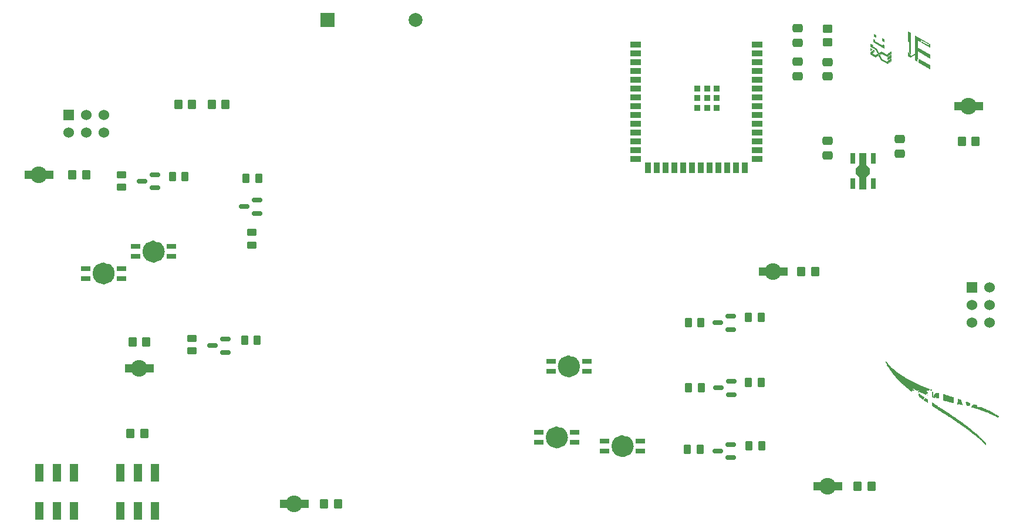
<source format=gbs>
%TF.GenerationSoftware,KiCad,Pcbnew,7.0.1-0*%
%TF.CreationDate,2023-04-14T16:50:01-04:00*%
%TF.ProjectId,WrightSpace,57726967-6874-4537-9061-63652e6b6963,v01*%
%TF.SameCoordinates,Original*%
%TF.FileFunction,Soldermask,Bot*%
%TF.FilePolarity,Negative*%
%FSLAX46Y46*%
G04 Gerber Fmt 4.6, Leading zero omitted, Abs format (unit mm)*
G04 Created by KiCad (PCBNEW 7.0.1-0) date 2023-04-14 16:50:01*
%MOMM*%
%LPD*%
G01*
G04 APERTURE LIST*
G04 Aperture macros list*
%AMRoundRect*
0 Rectangle with rounded corners*
0 $1 Rounding radius*
0 $2 $3 $4 $5 $6 $7 $8 $9 X,Y pos of 4 corners*
0 Add a 4 corners polygon primitive as box body*
4,1,4,$2,$3,$4,$5,$6,$7,$8,$9,$2,$3,0*
0 Add four circle primitives for the rounded corners*
1,1,$1+$1,$2,$3*
1,1,$1+$1,$4,$5*
1,1,$1+$1,$6,$7*
1,1,$1+$1,$8,$9*
0 Add four rect primitives between the rounded corners*
20,1,$1+$1,$2,$3,$4,$5,0*
20,1,$1+$1,$4,$5,$6,$7,0*
20,1,$1+$1,$6,$7,$8,$9,0*
20,1,$1+$1,$8,$9,$2,$3,0*%
%AMFreePoly0*
4,1,13,0.900000,0.500000,2.600000,0.500000,2.600000,-0.500000,0.900000,-0.500000,0.400000,-1.000000,-0.400000,-1.000000,-0.900000,-0.500000,-2.600000,-0.500000,-2.600000,0.500000,-0.900000,0.500000,-0.400000,1.000000,0.400000,1.000000,0.900000,0.500000,0.900000,0.500000,$1*%
G04 Aperture macros list end*
%ADD10C,0.019843*%
%ADD11C,1.600000*%
%ADD12C,0.077540*%
%ADD13R,1.524000X1.524000*%
%ADD14C,1.524000*%
%ADD15RoundRect,0.250000X-0.450000X0.262500X-0.450000X-0.262500X0.450000X-0.262500X0.450000X0.262500X0*%
%ADD16RoundRect,0.250000X-0.350000X-0.450000X0.350000X-0.450000X0.350000X0.450000X-0.350000X0.450000X0*%
%ADD17C,2.400000*%
%ADD18R,1.080000X1.250000*%
%ADD19RoundRect,0.250000X0.262500X0.450000X-0.262500X0.450000X-0.262500X-0.450000X0.262500X-0.450000X0*%
%ADD20RoundRect,0.250000X0.350000X0.450000X-0.350000X0.450000X-0.350000X-0.450000X0.350000X-0.450000X0*%
%ADD21R,1.200000X2.500000*%
%ADD22RoundRect,0.150000X0.587500X0.150000X-0.587500X0.150000X-0.587500X-0.150000X0.587500X-0.150000X0*%
%ADD23RoundRect,0.250000X-0.475000X0.337500X-0.475000X-0.337500X0.475000X-0.337500X0.475000X0.337500X0*%
%ADD24R,1.400000X0.800000*%
%ADD25RoundRect,0.250000X0.450000X-0.350000X0.450000X0.350000X-0.450000X0.350000X-0.450000X-0.350000X0*%
%ADD26R,0.700000X1.500000*%
%ADD27FreePoly0,90.000000*%
%ADD28R,2.000000X2.000000*%
%ADD29C,2.000000*%
%ADD30RoundRect,0.250000X0.475000X-0.337500X0.475000X0.337500X-0.475000X0.337500X-0.475000X-0.337500X0*%
%ADD31R,1.500000X0.900000*%
%ADD32R,0.900000X1.500000*%
%ADD33R,0.900000X0.900000*%
G04 APERTURE END LIST*
D10*
X229009735Y-116835519D02*
X229010943Y-116835607D01*
X229012117Y-116835749D01*
X229013253Y-116835943D01*
X229014351Y-116836190D01*
X229015407Y-116836489D01*
X229016418Y-116836842D01*
X229017383Y-116837248D01*
X229018299Y-116837707D01*
X229019163Y-116838219D01*
X229019974Y-116838784D01*
X229020729Y-116839403D01*
X229021424Y-116840075D01*
X229022059Y-116840801D01*
X229022630Y-116841580D01*
X229025014Y-116843625D01*
X229029920Y-116846501D01*
X229046755Y-116854531D01*
X229072051Y-116865250D01*
X229104720Y-116878236D01*
X229187838Y-116909319D01*
X229287418Y-116944408D01*
X229541761Y-117031600D01*
X229528686Y-117101357D01*
X229525506Y-117116693D01*
X229521472Y-117133559D01*
X229516746Y-117151403D01*
X229511495Y-117169673D01*
X229505883Y-117187817D01*
X229500074Y-117205281D01*
X229494233Y-117221515D01*
X229488525Y-117235967D01*
X229483097Y-117249266D01*
X229478057Y-117262199D01*
X229473514Y-117274444D01*
X229469576Y-117285681D01*
X229466351Y-117295589D01*
X229463949Y-117303848D01*
X229463091Y-117307258D01*
X229462478Y-117310136D01*
X229462125Y-117312441D01*
X229462046Y-117314133D01*
X229461965Y-117314861D01*
X229461663Y-117315670D01*
X229460416Y-117317519D01*
X229458351Y-117319654D01*
X229455511Y-117322051D01*
X229451938Y-117324686D01*
X229447678Y-117327533D01*
X229437269Y-117333767D01*
X229424631Y-117340556D01*
X229410116Y-117347701D01*
X229394072Y-117355007D01*
X229376848Y-117362274D01*
X229357665Y-117369909D01*
X229340046Y-117376562D01*
X229323802Y-117382238D01*
X229308740Y-117386944D01*
X229294670Y-117390688D01*
X229281400Y-117393475D01*
X229268740Y-117395313D01*
X229256499Y-117396208D01*
X229244485Y-117396167D01*
X229232508Y-117395196D01*
X229220376Y-117393303D01*
X229207899Y-117390495D01*
X229194886Y-117386777D01*
X229181145Y-117382156D01*
X229166485Y-117376641D01*
X229150716Y-117370236D01*
X229140904Y-117365899D01*
X229131674Y-117361306D01*
X229122970Y-117356390D01*
X229114735Y-117351086D01*
X229106912Y-117345329D01*
X229099443Y-117339052D01*
X229092272Y-117332189D01*
X229085342Y-117324676D01*
X229078596Y-117316447D01*
X229071976Y-117307436D01*
X229065426Y-117297577D01*
X229058889Y-117286805D01*
X229052307Y-117275054D01*
X229045624Y-117262259D01*
X229038783Y-117248353D01*
X229031726Y-117233272D01*
X229020805Y-117207458D01*
X229010697Y-117179721D01*
X229001454Y-117150514D01*
X228993133Y-117120288D01*
X228985786Y-117089496D01*
X228979469Y-117058591D01*
X228974235Y-117028025D01*
X228970140Y-116998250D01*
X228967236Y-116969719D01*
X228965579Y-116942884D01*
X228965223Y-116918198D01*
X228966222Y-116896113D01*
X228968631Y-116877082D01*
X228970380Y-116868852D01*
X228972503Y-116861556D01*
X228975005Y-116855249D01*
X228977893Y-116849989D01*
X228981175Y-116845831D01*
X228984856Y-116842832D01*
X228986271Y-116841987D01*
X228987694Y-116841193D01*
X228989124Y-116840451D01*
X228990559Y-116839759D01*
X228991995Y-116839119D01*
X228993431Y-116838531D01*
X228994864Y-116837994D01*
X228996292Y-116837509D01*
X228997711Y-116837076D01*
X228999120Y-116836694D01*
X229000517Y-116836365D01*
X229001899Y-116836087D01*
X229003263Y-116835862D01*
X229004607Y-116835689D01*
X229005928Y-116835567D01*
X229007225Y-116835499D01*
X229008495Y-116835482D01*
X229009735Y-116835519D01*
G36*
X229009735Y-116835519D02*
G01*
X229010943Y-116835607D01*
X229012117Y-116835749D01*
X229013253Y-116835943D01*
X229014351Y-116836190D01*
X229015407Y-116836489D01*
X229016418Y-116836842D01*
X229017383Y-116837248D01*
X229018299Y-116837707D01*
X229019163Y-116838219D01*
X229019974Y-116838784D01*
X229020729Y-116839403D01*
X229021424Y-116840075D01*
X229022059Y-116840801D01*
X229022630Y-116841580D01*
X229025014Y-116843625D01*
X229029920Y-116846501D01*
X229046755Y-116854531D01*
X229072051Y-116865250D01*
X229104720Y-116878236D01*
X229187838Y-116909319D01*
X229287418Y-116944408D01*
X229541761Y-117031600D01*
X229528686Y-117101357D01*
X229525506Y-117116693D01*
X229521472Y-117133559D01*
X229516746Y-117151403D01*
X229511495Y-117169673D01*
X229505883Y-117187817D01*
X229500074Y-117205281D01*
X229494233Y-117221515D01*
X229488525Y-117235967D01*
X229483097Y-117249266D01*
X229478057Y-117262199D01*
X229473514Y-117274444D01*
X229469576Y-117285681D01*
X229466351Y-117295589D01*
X229463949Y-117303848D01*
X229463091Y-117307258D01*
X229462478Y-117310136D01*
X229462125Y-117312441D01*
X229462046Y-117314133D01*
X229461965Y-117314861D01*
X229461663Y-117315670D01*
X229460416Y-117317519D01*
X229458351Y-117319654D01*
X229455511Y-117322051D01*
X229451938Y-117324686D01*
X229447678Y-117327533D01*
X229437269Y-117333767D01*
X229424631Y-117340556D01*
X229410116Y-117347701D01*
X229394072Y-117355007D01*
X229376848Y-117362274D01*
X229357665Y-117369909D01*
X229340046Y-117376562D01*
X229323802Y-117382238D01*
X229308740Y-117386944D01*
X229294670Y-117390688D01*
X229281400Y-117393475D01*
X229268740Y-117395313D01*
X229256499Y-117396208D01*
X229244485Y-117396167D01*
X229232508Y-117395196D01*
X229220376Y-117393303D01*
X229207899Y-117390495D01*
X229194886Y-117386777D01*
X229181145Y-117382156D01*
X229166485Y-117376641D01*
X229150716Y-117370236D01*
X229140904Y-117365899D01*
X229131674Y-117361306D01*
X229122970Y-117356390D01*
X229114735Y-117351086D01*
X229106912Y-117345329D01*
X229099443Y-117339052D01*
X229092272Y-117332189D01*
X229085342Y-117324676D01*
X229078596Y-117316447D01*
X229071976Y-117307436D01*
X229065426Y-117297577D01*
X229058889Y-117286805D01*
X229052307Y-117275054D01*
X229045624Y-117262259D01*
X229038783Y-117248353D01*
X229031726Y-117233272D01*
X229020805Y-117207458D01*
X229010697Y-117179721D01*
X229001454Y-117150514D01*
X228993133Y-117120288D01*
X228985786Y-117089496D01*
X228979469Y-117058591D01*
X228974235Y-117028025D01*
X228970140Y-116998250D01*
X228967236Y-116969719D01*
X228965579Y-116942884D01*
X228965223Y-116918198D01*
X228966222Y-116896113D01*
X228968631Y-116877082D01*
X228970380Y-116868852D01*
X228972503Y-116861556D01*
X228975005Y-116855249D01*
X228977893Y-116849989D01*
X228981175Y-116845831D01*
X228984856Y-116842832D01*
X228986271Y-116841987D01*
X228987694Y-116841193D01*
X228989124Y-116840451D01*
X228990559Y-116839759D01*
X228991995Y-116839119D01*
X228993431Y-116838531D01*
X228994864Y-116837994D01*
X228996292Y-116837509D01*
X228997711Y-116837076D01*
X228999120Y-116836694D01*
X229000517Y-116836365D01*
X229001899Y-116836087D01*
X229003263Y-116835862D01*
X229004607Y-116835689D01*
X229005928Y-116835567D01*
X229007225Y-116835499D01*
X229008495Y-116835482D01*
X229009735Y-116835519D01*
G37*
X223376900Y-115831684D02*
X223377390Y-115831761D01*
X223377905Y-115831887D01*
X223378443Y-115832063D01*
X223379584Y-115832554D01*
X223380801Y-115833223D01*
X223382084Y-115834062D01*
X223383421Y-115835059D01*
X223384803Y-115836204D01*
X223386218Y-115837487D01*
X223387656Y-115838898D01*
X223389106Y-115840427D01*
X223390557Y-115842063D01*
X223391998Y-115843797D01*
X223393419Y-115845617D01*
X223394809Y-115847515D01*
X223396156Y-115849480D01*
X223397451Y-115851502D01*
X223398052Y-115852519D01*
X223398591Y-115853523D01*
X223399069Y-115854513D01*
X223399486Y-115855488D01*
X223399842Y-115856446D01*
X223400139Y-115857386D01*
X223400376Y-115858307D01*
X223400555Y-115859207D01*
X223400675Y-115860085D01*
X223400738Y-115860940D01*
X223400744Y-115861771D01*
X223400694Y-115862577D01*
X223400588Y-115863355D01*
X223400426Y-115864105D01*
X223400210Y-115864826D01*
X223399939Y-115865517D01*
X223399615Y-115866175D01*
X223399238Y-115866800D01*
X223398808Y-115867390D01*
X223398327Y-115867945D01*
X223397794Y-115868462D01*
X223397210Y-115868942D01*
X223396576Y-115869381D01*
X223395892Y-115869780D01*
X223395159Y-115870136D01*
X223394378Y-115870450D01*
X223393548Y-115870718D01*
X223392671Y-115870941D01*
X223391747Y-115871116D01*
X223390777Y-115871243D01*
X223389761Y-115871320D01*
X223388700Y-115871346D01*
X223387623Y-115871320D01*
X223386559Y-115871243D01*
X223385510Y-115871116D01*
X223384478Y-115870941D01*
X223383464Y-115870718D01*
X223382468Y-115870450D01*
X223381493Y-115870136D01*
X223380540Y-115869780D01*
X223379610Y-115869381D01*
X223378704Y-115868942D01*
X223377824Y-115868462D01*
X223376971Y-115867945D01*
X223376147Y-115867390D01*
X223375352Y-115866800D01*
X223374589Y-115866175D01*
X223373858Y-115865517D01*
X223373161Y-115864826D01*
X223372499Y-115864105D01*
X223371874Y-115863355D01*
X223371287Y-115862577D01*
X223370738Y-115861771D01*
X223370231Y-115860940D01*
X223369765Y-115860085D01*
X223369343Y-115859207D01*
X223368966Y-115858307D01*
X223368634Y-115857386D01*
X223368350Y-115856446D01*
X223368114Y-115855488D01*
X223367928Y-115854513D01*
X223367794Y-115853523D01*
X223367713Y-115852519D01*
X223367685Y-115851502D01*
X223367696Y-115850484D01*
X223367730Y-115849480D01*
X223367786Y-115848490D01*
X223367864Y-115847515D01*
X223367962Y-115846557D01*
X223368080Y-115845617D01*
X223368218Y-115844697D01*
X223368376Y-115843797D01*
X223368551Y-115842918D01*
X223368745Y-115842063D01*
X223368957Y-115841232D01*
X223369185Y-115840427D01*
X223369429Y-115839648D01*
X223369690Y-115838898D01*
X223369965Y-115838177D01*
X223370256Y-115837487D01*
X223370560Y-115836829D01*
X223370878Y-115836204D01*
X223371209Y-115835613D01*
X223371552Y-115835059D01*
X223371907Y-115834541D01*
X223372273Y-115834062D01*
X223372650Y-115833622D01*
X223373038Y-115833223D01*
X223373435Y-115832867D01*
X223373841Y-115832554D01*
X223374255Y-115832285D01*
X223374678Y-115832063D01*
X223375107Y-115831887D01*
X223375544Y-115831761D01*
X223375987Y-115831684D01*
X223376435Y-115831658D01*
X223376900Y-115831684D01*
G36*
X223376900Y-115831684D02*
G01*
X223377390Y-115831761D01*
X223377905Y-115831887D01*
X223378443Y-115832063D01*
X223379584Y-115832554D01*
X223380801Y-115833223D01*
X223382084Y-115834062D01*
X223383421Y-115835059D01*
X223384803Y-115836204D01*
X223386218Y-115837487D01*
X223387656Y-115838898D01*
X223389106Y-115840427D01*
X223390557Y-115842063D01*
X223391998Y-115843797D01*
X223393419Y-115845617D01*
X223394809Y-115847515D01*
X223396156Y-115849480D01*
X223397451Y-115851502D01*
X223398052Y-115852519D01*
X223398591Y-115853523D01*
X223399069Y-115854513D01*
X223399486Y-115855488D01*
X223399842Y-115856446D01*
X223400139Y-115857386D01*
X223400376Y-115858307D01*
X223400555Y-115859207D01*
X223400675Y-115860085D01*
X223400738Y-115860940D01*
X223400744Y-115861771D01*
X223400694Y-115862577D01*
X223400588Y-115863355D01*
X223400426Y-115864105D01*
X223400210Y-115864826D01*
X223399939Y-115865517D01*
X223399615Y-115866175D01*
X223399238Y-115866800D01*
X223398808Y-115867390D01*
X223398327Y-115867945D01*
X223397794Y-115868462D01*
X223397210Y-115868942D01*
X223396576Y-115869381D01*
X223395892Y-115869780D01*
X223395159Y-115870136D01*
X223394378Y-115870450D01*
X223393548Y-115870718D01*
X223392671Y-115870941D01*
X223391747Y-115871116D01*
X223390777Y-115871243D01*
X223389761Y-115871320D01*
X223388700Y-115871346D01*
X223387623Y-115871320D01*
X223386559Y-115871243D01*
X223385510Y-115871116D01*
X223384478Y-115870941D01*
X223383464Y-115870718D01*
X223382468Y-115870450D01*
X223381493Y-115870136D01*
X223380540Y-115869780D01*
X223379610Y-115869381D01*
X223378704Y-115868942D01*
X223377824Y-115868462D01*
X223376971Y-115867945D01*
X223376147Y-115867390D01*
X223375352Y-115866800D01*
X223374589Y-115866175D01*
X223373858Y-115865517D01*
X223373161Y-115864826D01*
X223372499Y-115864105D01*
X223371874Y-115863355D01*
X223371287Y-115862577D01*
X223370738Y-115861771D01*
X223370231Y-115860940D01*
X223369765Y-115860085D01*
X223369343Y-115859207D01*
X223368966Y-115858307D01*
X223368634Y-115857386D01*
X223368350Y-115856446D01*
X223368114Y-115855488D01*
X223367928Y-115854513D01*
X223367794Y-115853523D01*
X223367713Y-115852519D01*
X223367685Y-115851502D01*
X223367696Y-115850484D01*
X223367730Y-115849480D01*
X223367786Y-115848490D01*
X223367864Y-115847515D01*
X223367962Y-115846557D01*
X223368080Y-115845617D01*
X223368218Y-115844697D01*
X223368376Y-115843797D01*
X223368551Y-115842918D01*
X223368745Y-115842063D01*
X223368957Y-115841232D01*
X223369185Y-115840427D01*
X223369429Y-115839648D01*
X223369690Y-115838898D01*
X223369965Y-115838177D01*
X223370256Y-115837487D01*
X223370560Y-115836829D01*
X223370878Y-115836204D01*
X223371209Y-115835613D01*
X223371552Y-115835059D01*
X223371907Y-115834541D01*
X223372273Y-115834062D01*
X223372650Y-115833622D01*
X223373038Y-115833223D01*
X223373435Y-115832867D01*
X223373841Y-115832554D01*
X223374255Y-115832285D01*
X223374678Y-115832063D01*
X223375107Y-115831887D01*
X223375544Y-115831761D01*
X223375987Y-115831684D01*
X223376435Y-115831658D01*
X223376900Y-115831684D01*
G37*
X227795803Y-116439815D02*
X227797028Y-116440001D01*
X227798296Y-116440285D01*
X227800964Y-116441128D01*
X227803813Y-116442296D01*
X227806848Y-116443743D01*
X227810076Y-116445423D01*
X227813918Y-116447379D01*
X227817780Y-116449153D01*
X227821636Y-116450741D01*
X227825461Y-116452138D01*
X227829230Y-116453343D01*
X227832917Y-116454350D01*
X227836497Y-116455155D01*
X227839943Y-116455756D01*
X227843232Y-116456148D01*
X227846337Y-116456328D01*
X227849233Y-116456292D01*
X227850594Y-116456191D01*
X227851894Y-116456035D01*
X227853129Y-116455823D01*
X227854295Y-116455555D01*
X227855391Y-116455230D01*
X227856411Y-116454848D01*
X227857354Y-116454407D01*
X227858217Y-116453909D01*
X227858995Y-116453352D01*
X227859686Y-116452735D01*
X227860328Y-116452119D01*
X227860962Y-116451561D01*
X227861587Y-116451061D01*
X227862203Y-116450619D01*
X227862808Y-116450235D01*
X227863401Y-116449907D01*
X227863983Y-116449636D01*
X227864551Y-116449420D01*
X227865106Y-116449261D01*
X227865646Y-116449156D01*
X227866170Y-116449106D01*
X227866679Y-116449110D01*
X227867171Y-116449168D01*
X227867644Y-116449279D01*
X227868100Y-116449443D01*
X227868535Y-116449659D01*
X227868951Y-116449927D01*
X227869346Y-116450246D01*
X227869718Y-116450617D01*
X227870069Y-116451038D01*
X227870395Y-116451508D01*
X227870698Y-116452029D01*
X227870976Y-116452599D01*
X227871228Y-116453217D01*
X227871453Y-116453883D01*
X227871650Y-116454598D01*
X227871820Y-116455359D01*
X227871961Y-116456168D01*
X227872071Y-116457022D01*
X227872151Y-116457923D01*
X227872200Y-116458869D01*
X227872216Y-116459860D01*
X227873826Y-116463200D01*
X227878570Y-116467281D01*
X227886325Y-116472060D01*
X227896964Y-116477491D01*
X227926394Y-116490135D01*
X227965859Y-116504857D01*
X228014355Y-116521303D01*
X228070881Y-116539116D01*
X228134432Y-116557942D01*
X228204007Y-116577426D01*
X228205261Y-116577823D01*
X228206523Y-116578334D01*
X228209063Y-116579680D01*
X228211612Y-116581437D01*
X228214151Y-116583578D01*
X228216664Y-116586076D01*
X228219133Y-116588906D01*
X228221541Y-116592040D01*
X228223871Y-116595451D01*
X228226106Y-116599113D01*
X228228228Y-116602999D01*
X228230220Y-116607082D01*
X228232064Y-116611336D01*
X228233745Y-116615733D01*
X228235243Y-116620248D01*
X228236543Y-116624854D01*
X228237627Y-116629523D01*
X228258848Y-116730529D01*
X228277311Y-116814099D01*
X228285777Y-116850276D01*
X228293876Y-116883210D01*
X228301716Y-116913275D01*
X228309405Y-116940842D01*
X228317050Y-116966284D01*
X228324759Y-116989972D01*
X228332641Y-117012280D01*
X228340801Y-117033580D01*
X228349349Y-117054243D01*
X228358392Y-117074642D01*
X228368038Y-117095150D01*
X228378394Y-117116138D01*
X228385128Y-117129725D01*
X228391560Y-117143113D01*
X228397662Y-117156226D01*
X228403405Y-117168987D01*
X228408761Y-117181317D01*
X228413701Y-117193142D01*
X228418197Y-117204382D01*
X228422220Y-117214961D01*
X228425743Y-117224802D01*
X228428735Y-117233828D01*
X228431169Y-117241962D01*
X228433017Y-117249126D01*
X228434250Y-117255244D01*
X228434838Y-117260238D01*
X228434883Y-117262289D01*
X228434755Y-117264031D01*
X228434453Y-117265453D01*
X228433971Y-117266546D01*
X228433971Y-117266541D01*
X228433345Y-117267509D01*
X228432703Y-117268415D01*
X228432045Y-117269258D01*
X228431373Y-117270040D01*
X228430688Y-117270758D01*
X228429989Y-117271415D01*
X228429279Y-117272009D01*
X228428558Y-117272541D01*
X228427827Y-117273010D01*
X228427088Y-117273417D01*
X228426340Y-117273762D01*
X228425586Y-117274045D01*
X228424825Y-117274265D01*
X228424059Y-117274423D01*
X228423289Y-117274518D01*
X228422516Y-117274551D01*
X228421741Y-117274522D01*
X228420964Y-117274430D01*
X228420187Y-117274276D01*
X228419410Y-117274060D01*
X228418635Y-117273781D01*
X228417863Y-117273440D01*
X228417093Y-117273037D01*
X228416328Y-117272571D01*
X228415569Y-117272043D01*
X228414815Y-117271452D01*
X228414069Y-117270800D01*
X228413331Y-117270084D01*
X228412602Y-117269307D01*
X228411882Y-117268467D01*
X228411174Y-117267565D01*
X228410478Y-117266600D01*
X228407825Y-117264455D01*
X228402519Y-117261736D01*
X228384524Y-117254743D01*
X228357643Y-117245950D01*
X228323026Y-117235685D01*
X228281822Y-117224278D01*
X228235181Y-117212057D01*
X228184252Y-117199350D01*
X228130185Y-117186486D01*
X228074146Y-117174007D01*
X228017854Y-117162333D01*
X227912420Y-117141970D01*
X227829709Y-117126542D01*
X227801820Y-117121036D01*
X227785546Y-117117192D01*
X227778233Y-117114862D01*
X227772412Y-117112811D01*
X227764740Y-117109796D01*
X227762640Y-117108956D01*
X227762303Y-117108861D01*
X227762736Y-117105126D01*
X227765054Y-117072857D01*
X227769012Y-116981899D01*
X227771724Y-116866312D01*
X227772779Y-116738816D01*
X227772843Y-116685922D01*
X227772987Y-116639381D01*
X227773259Y-116598820D01*
X227773706Y-116563864D01*
X227774010Y-116548371D01*
X227774376Y-116534139D01*
X227774810Y-116521121D01*
X227775318Y-116509270D01*
X227775904Y-116498541D01*
X227776577Y-116488885D01*
X227777341Y-116480257D01*
X227778202Y-116472609D01*
X227779167Y-116465894D01*
X227780240Y-116460067D01*
X227780820Y-116457471D01*
X227781429Y-116455079D01*
X227782069Y-116452886D01*
X227782740Y-116450886D01*
X227783442Y-116449072D01*
X227784177Y-116447438D01*
X227784945Y-116445980D01*
X227785747Y-116444691D01*
X227786584Y-116443565D01*
X227787457Y-116442597D01*
X227788365Y-116441780D01*
X227789311Y-116441109D01*
X227790294Y-116440578D01*
X227791316Y-116440180D01*
X227792377Y-116439911D01*
X227793478Y-116439765D01*
X227794620Y-116439735D01*
X227795803Y-116439815D01*
G36*
X227795803Y-116439815D02*
G01*
X227797028Y-116440001D01*
X227798296Y-116440285D01*
X227800964Y-116441128D01*
X227803813Y-116442296D01*
X227806848Y-116443743D01*
X227810076Y-116445423D01*
X227813918Y-116447379D01*
X227817780Y-116449153D01*
X227821636Y-116450741D01*
X227825461Y-116452138D01*
X227829230Y-116453343D01*
X227832917Y-116454350D01*
X227836497Y-116455155D01*
X227839943Y-116455756D01*
X227843232Y-116456148D01*
X227846337Y-116456328D01*
X227849233Y-116456292D01*
X227850594Y-116456191D01*
X227851894Y-116456035D01*
X227853129Y-116455823D01*
X227854295Y-116455555D01*
X227855391Y-116455230D01*
X227856411Y-116454848D01*
X227857354Y-116454407D01*
X227858217Y-116453909D01*
X227858995Y-116453352D01*
X227859686Y-116452735D01*
X227860328Y-116452119D01*
X227860962Y-116451561D01*
X227861587Y-116451061D01*
X227862203Y-116450619D01*
X227862808Y-116450235D01*
X227863401Y-116449907D01*
X227863983Y-116449636D01*
X227864551Y-116449420D01*
X227865106Y-116449261D01*
X227865646Y-116449156D01*
X227866170Y-116449106D01*
X227866679Y-116449110D01*
X227867171Y-116449168D01*
X227867644Y-116449279D01*
X227868100Y-116449443D01*
X227868535Y-116449659D01*
X227868951Y-116449927D01*
X227869346Y-116450246D01*
X227869718Y-116450617D01*
X227870069Y-116451038D01*
X227870395Y-116451508D01*
X227870698Y-116452029D01*
X227870976Y-116452599D01*
X227871228Y-116453217D01*
X227871453Y-116453883D01*
X227871650Y-116454598D01*
X227871820Y-116455359D01*
X227871961Y-116456168D01*
X227872071Y-116457022D01*
X227872151Y-116457923D01*
X227872200Y-116458869D01*
X227872216Y-116459860D01*
X227873826Y-116463200D01*
X227878570Y-116467281D01*
X227886325Y-116472060D01*
X227896964Y-116477491D01*
X227926394Y-116490135D01*
X227965859Y-116504857D01*
X228014355Y-116521303D01*
X228070881Y-116539116D01*
X228134432Y-116557942D01*
X228204007Y-116577426D01*
X228205261Y-116577823D01*
X228206523Y-116578334D01*
X228209063Y-116579680D01*
X228211612Y-116581437D01*
X228214151Y-116583578D01*
X228216664Y-116586076D01*
X228219133Y-116588906D01*
X228221541Y-116592040D01*
X228223871Y-116595451D01*
X228226106Y-116599113D01*
X228228228Y-116602999D01*
X228230220Y-116607082D01*
X228232064Y-116611336D01*
X228233745Y-116615733D01*
X228235243Y-116620248D01*
X228236543Y-116624854D01*
X228237627Y-116629523D01*
X228258848Y-116730529D01*
X228277311Y-116814099D01*
X228285777Y-116850276D01*
X228293876Y-116883210D01*
X228301716Y-116913275D01*
X228309405Y-116940842D01*
X228317050Y-116966284D01*
X228324759Y-116989972D01*
X228332641Y-117012280D01*
X228340801Y-117033580D01*
X228349349Y-117054243D01*
X228358392Y-117074642D01*
X228368038Y-117095150D01*
X228378394Y-117116138D01*
X228385128Y-117129725D01*
X228391560Y-117143113D01*
X228397662Y-117156226D01*
X228403405Y-117168987D01*
X228408761Y-117181317D01*
X228413701Y-117193142D01*
X228418197Y-117204382D01*
X228422220Y-117214961D01*
X228425743Y-117224802D01*
X228428735Y-117233828D01*
X228431169Y-117241962D01*
X228433017Y-117249126D01*
X228434250Y-117255244D01*
X228434838Y-117260238D01*
X228434883Y-117262289D01*
X228434755Y-117264031D01*
X228434453Y-117265453D01*
X228433971Y-117266546D01*
X228433971Y-117266541D01*
X228433345Y-117267509D01*
X228432703Y-117268415D01*
X228432045Y-117269258D01*
X228431373Y-117270040D01*
X228430688Y-117270758D01*
X228429989Y-117271415D01*
X228429279Y-117272009D01*
X228428558Y-117272541D01*
X228427827Y-117273010D01*
X228427088Y-117273417D01*
X228426340Y-117273762D01*
X228425586Y-117274045D01*
X228424825Y-117274265D01*
X228424059Y-117274423D01*
X228423289Y-117274518D01*
X228422516Y-117274551D01*
X228421741Y-117274522D01*
X228420964Y-117274430D01*
X228420187Y-117274276D01*
X228419410Y-117274060D01*
X228418635Y-117273781D01*
X228417863Y-117273440D01*
X228417093Y-117273037D01*
X228416328Y-117272571D01*
X228415569Y-117272043D01*
X228414815Y-117271452D01*
X228414069Y-117270800D01*
X228413331Y-117270084D01*
X228412602Y-117269307D01*
X228411882Y-117268467D01*
X228411174Y-117267565D01*
X228410478Y-117266600D01*
X228407825Y-117264455D01*
X228402519Y-117261736D01*
X228384524Y-117254743D01*
X228357643Y-117245950D01*
X228323026Y-117235685D01*
X228281822Y-117224278D01*
X228235181Y-117212057D01*
X228184252Y-117199350D01*
X228130185Y-117186486D01*
X228074146Y-117174007D01*
X228017854Y-117162333D01*
X227912420Y-117141970D01*
X227829709Y-117126542D01*
X227801820Y-117121036D01*
X227785546Y-117117192D01*
X227778233Y-117114862D01*
X227772412Y-117112811D01*
X227764740Y-117109796D01*
X227762640Y-117108956D01*
X227762303Y-117108861D01*
X227762736Y-117105126D01*
X227765054Y-117072857D01*
X227769012Y-116981899D01*
X227771724Y-116866312D01*
X227772779Y-116738816D01*
X227772843Y-116685922D01*
X227772987Y-116639381D01*
X227773259Y-116598820D01*
X227773706Y-116563864D01*
X227774010Y-116548371D01*
X227774376Y-116534139D01*
X227774810Y-116521121D01*
X227775318Y-116509270D01*
X227775904Y-116498541D01*
X227776577Y-116488885D01*
X227777341Y-116480257D01*
X227778202Y-116472609D01*
X227779167Y-116465894D01*
X227780240Y-116460067D01*
X227780820Y-116457471D01*
X227781429Y-116455079D01*
X227782069Y-116452886D01*
X227782740Y-116450886D01*
X227783442Y-116449072D01*
X227784177Y-116447438D01*
X227784945Y-116445980D01*
X227785747Y-116444691D01*
X227786584Y-116443565D01*
X227787457Y-116442597D01*
X227788365Y-116441780D01*
X227789311Y-116441109D01*
X227790294Y-116440578D01*
X227791316Y-116440180D01*
X227792377Y-116439911D01*
X227793478Y-116439765D01*
X227794620Y-116439735D01*
X227795803Y-116439815D01*
G37*
X222137958Y-115699853D02*
X222143695Y-115701526D01*
X222150134Y-115704030D01*
X222157289Y-115707353D01*
X222165177Y-115711483D01*
X222183207Y-115722117D01*
X222204346Y-115735834D01*
X222228715Y-115752537D01*
X222256435Y-115772129D01*
X222270587Y-115782149D01*
X222284345Y-115791737D01*
X222297638Y-115800849D01*
X222310395Y-115809444D01*
X222322544Y-115817476D01*
X222334014Y-115824904D01*
X222344733Y-115831684D01*
X222354631Y-115837773D01*
X222363634Y-115843127D01*
X222371673Y-115847704D01*
X222378676Y-115851460D01*
X222384571Y-115854351D01*
X222389287Y-115856336D01*
X222391180Y-115856974D01*
X222392752Y-115857370D01*
X222393994Y-115857517D01*
X222394896Y-115857410D01*
X222395449Y-115857044D01*
X222395646Y-115856413D01*
X222395680Y-115855680D01*
X222395752Y-115855011D01*
X222395860Y-115854404D01*
X222396004Y-115853860D01*
X222396182Y-115853378D01*
X222396394Y-115852958D01*
X222396638Y-115852600D01*
X222396914Y-115852302D01*
X222397220Y-115852066D01*
X222397556Y-115851889D01*
X222397921Y-115851773D01*
X222398314Y-115851716D01*
X222398733Y-115851718D01*
X222399178Y-115851778D01*
X222399648Y-115851898D01*
X222400143Y-115852075D01*
X222400660Y-115852309D01*
X222401199Y-115852601D01*
X222401759Y-115852950D01*
X222402339Y-115853355D01*
X222402939Y-115853816D01*
X222403557Y-115854333D01*
X222404843Y-115855531D01*
X222406191Y-115856948D01*
X222407593Y-115858579D01*
X222409041Y-115860422D01*
X222410528Y-115862473D01*
X222416330Y-115869658D01*
X222424461Y-115878098D01*
X222434548Y-115887527D01*
X222446217Y-115897679D01*
X222459095Y-115908288D01*
X222472811Y-115919088D01*
X222486990Y-115929813D01*
X222501260Y-115940196D01*
X222515247Y-115949972D01*
X222528580Y-115958874D01*
X222540885Y-115966638D01*
X222551788Y-115972995D01*
X222560918Y-115977681D01*
X222567901Y-115980430D01*
X222570471Y-115980994D01*
X222572365Y-115980974D01*
X222573535Y-115980337D01*
X222573935Y-115979049D01*
X222573968Y-115978266D01*
X222574064Y-115977574D01*
X222574223Y-115976970D01*
X222574442Y-115976455D01*
X222574720Y-115976028D01*
X222575055Y-115975687D01*
X222575447Y-115975431D01*
X222575893Y-115975260D01*
X222576391Y-115975173D01*
X222576940Y-115975168D01*
X222577539Y-115975245D01*
X222578186Y-115975403D01*
X222578880Y-115975640D01*
X222579618Y-115975956D01*
X222581221Y-115976822D01*
X222582985Y-115977990D01*
X222584896Y-115979455D01*
X222586941Y-115981209D01*
X222589108Y-115983242D01*
X222591384Y-115985549D01*
X222593757Y-115988121D01*
X222596213Y-115990951D01*
X222598739Y-115994031D01*
X222601997Y-115997700D01*
X222606597Y-116002257D01*
X222619487Y-116013776D01*
X222636728Y-116028061D01*
X222657640Y-116044584D01*
X222681546Y-116062819D01*
X222707765Y-116082239D01*
X222735616Y-116102316D01*
X222764422Y-116122523D01*
X222786977Y-116138195D01*
X222806928Y-116152248D01*
X222824398Y-116164826D01*
X222839509Y-116176070D01*
X222846219Y-116181237D01*
X222852384Y-116186124D01*
X222858022Y-116190749D01*
X222863146Y-116195131D01*
X222867772Y-116199286D01*
X222871916Y-116203232D01*
X222875592Y-116206988D01*
X222878817Y-116210572D01*
X222881605Y-116214000D01*
X222883971Y-116217292D01*
X222885932Y-116220464D01*
X222887501Y-116223535D01*
X222888696Y-116226522D01*
X222889530Y-116229444D01*
X222890019Y-116232318D01*
X222890178Y-116235162D01*
X222890023Y-116237994D01*
X222889570Y-116240832D01*
X222888832Y-116243693D01*
X222887827Y-116246595D01*
X222886568Y-116249557D01*
X222885071Y-116252595D01*
X222883352Y-116255729D01*
X222881426Y-116258975D01*
X222867939Y-116281572D01*
X222848867Y-116314259D01*
X222804116Y-116392394D01*
X222804116Y-116392396D01*
X222783915Y-116429071D01*
X222775394Y-116443301D01*
X222767046Y-116454527D01*
X222762729Y-116458951D01*
X222758208Y-116462548D01*
X222753400Y-116465293D01*
X222748221Y-116467163D01*
X222742590Y-116468131D01*
X222736423Y-116468172D01*
X222729638Y-116467262D01*
X222722153Y-116465375D01*
X222704749Y-116458571D01*
X222683552Y-116447560D01*
X222657900Y-116432141D01*
X222627132Y-116412115D01*
X222547604Y-116357437D01*
X222439679Y-116281924D01*
X222371497Y-116233970D01*
X222343206Y-116213653D01*
X222318425Y-116195425D01*
X222296886Y-116179022D01*
X222278321Y-116164181D01*
X222270070Y-116157264D01*
X222262462Y-116150640D01*
X222255464Y-116144274D01*
X222249042Y-116138134D01*
X222243162Y-116132188D01*
X222237792Y-116126401D01*
X222232897Y-116120743D01*
X222228444Y-116115178D01*
X222224400Y-116109675D01*
X222220731Y-116104201D01*
X222217403Y-116098723D01*
X222214384Y-116093208D01*
X222211639Y-116087622D01*
X222209136Y-116081934D01*
X222206840Y-116076109D01*
X222204718Y-116070116D01*
X222200864Y-116057493D01*
X222197305Y-116043799D01*
X222187063Y-116003545D01*
X222174212Y-115955414D01*
X222160393Y-115905445D01*
X222147248Y-115859682D01*
X222137413Y-115825749D01*
X222129234Y-115796064D01*
X222122832Y-115770529D01*
X222118329Y-115749048D01*
X222116828Y-115739797D01*
X222115846Y-115731524D01*
X222115399Y-115724215D01*
X222115503Y-115717859D01*
X222116172Y-115712443D01*
X222117422Y-115707956D01*
X222119267Y-115704386D01*
X222121723Y-115701719D01*
X222124805Y-115699945D01*
X222128529Y-115699050D01*
X222132908Y-115699024D01*
X222137958Y-115699853D01*
G36*
X222137958Y-115699853D02*
G01*
X222143695Y-115701526D01*
X222150134Y-115704030D01*
X222157289Y-115707353D01*
X222165177Y-115711483D01*
X222183207Y-115722117D01*
X222204346Y-115735834D01*
X222228715Y-115752537D01*
X222256435Y-115772129D01*
X222270587Y-115782149D01*
X222284345Y-115791737D01*
X222297638Y-115800849D01*
X222310395Y-115809444D01*
X222322544Y-115817476D01*
X222334014Y-115824904D01*
X222344733Y-115831684D01*
X222354631Y-115837773D01*
X222363634Y-115843127D01*
X222371673Y-115847704D01*
X222378676Y-115851460D01*
X222384571Y-115854351D01*
X222389287Y-115856336D01*
X222391180Y-115856974D01*
X222392752Y-115857370D01*
X222393994Y-115857517D01*
X222394896Y-115857410D01*
X222395449Y-115857044D01*
X222395646Y-115856413D01*
X222395680Y-115855680D01*
X222395752Y-115855011D01*
X222395860Y-115854404D01*
X222396004Y-115853860D01*
X222396182Y-115853378D01*
X222396394Y-115852958D01*
X222396638Y-115852600D01*
X222396914Y-115852302D01*
X222397220Y-115852066D01*
X222397556Y-115851889D01*
X222397921Y-115851773D01*
X222398314Y-115851716D01*
X222398733Y-115851718D01*
X222399178Y-115851778D01*
X222399648Y-115851898D01*
X222400143Y-115852075D01*
X222400660Y-115852309D01*
X222401199Y-115852601D01*
X222401759Y-115852950D01*
X222402339Y-115853355D01*
X222402939Y-115853816D01*
X222403557Y-115854333D01*
X222404843Y-115855531D01*
X222406191Y-115856948D01*
X222407593Y-115858579D01*
X222409041Y-115860422D01*
X222410528Y-115862473D01*
X222416330Y-115869658D01*
X222424461Y-115878098D01*
X222434548Y-115887527D01*
X222446217Y-115897679D01*
X222459095Y-115908288D01*
X222472811Y-115919088D01*
X222486990Y-115929813D01*
X222501260Y-115940196D01*
X222515247Y-115949972D01*
X222528580Y-115958874D01*
X222540885Y-115966638D01*
X222551788Y-115972995D01*
X222560918Y-115977681D01*
X222567901Y-115980430D01*
X222570471Y-115980994D01*
X222572365Y-115980974D01*
X222573535Y-115980337D01*
X222573935Y-115979049D01*
X222573968Y-115978266D01*
X222574064Y-115977574D01*
X222574223Y-115976970D01*
X222574442Y-115976455D01*
X222574720Y-115976028D01*
X222575055Y-115975687D01*
X222575447Y-115975431D01*
X222575893Y-115975260D01*
X222576391Y-115975173D01*
X222576940Y-115975168D01*
X222577539Y-115975245D01*
X222578186Y-115975403D01*
X222578880Y-115975640D01*
X222579618Y-115975956D01*
X222581221Y-115976822D01*
X222582985Y-115977990D01*
X222584896Y-115979455D01*
X222586941Y-115981209D01*
X222589108Y-115983242D01*
X222591384Y-115985549D01*
X222593757Y-115988121D01*
X222596213Y-115990951D01*
X222598739Y-115994031D01*
X222601997Y-115997700D01*
X222606597Y-116002257D01*
X222619487Y-116013776D01*
X222636728Y-116028061D01*
X222657640Y-116044584D01*
X222681546Y-116062819D01*
X222707765Y-116082239D01*
X222735616Y-116102316D01*
X222764422Y-116122523D01*
X222786977Y-116138195D01*
X222806928Y-116152248D01*
X222824398Y-116164826D01*
X222839509Y-116176070D01*
X222846219Y-116181237D01*
X222852384Y-116186124D01*
X222858022Y-116190749D01*
X222863146Y-116195131D01*
X222867772Y-116199286D01*
X222871916Y-116203232D01*
X222875592Y-116206988D01*
X222878817Y-116210572D01*
X222881605Y-116214000D01*
X222883971Y-116217292D01*
X222885932Y-116220464D01*
X222887501Y-116223535D01*
X222888696Y-116226522D01*
X222889530Y-116229444D01*
X222890019Y-116232318D01*
X222890178Y-116235162D01*
X222890023Y-116237994D01*
X222889570Y-116240832D01*
X222888832Y-116243693D01*
X222887827Y-116246595D01*
X222886568Y-116249557D01*
X222885071Y-116252595D01*
X222883352Y-116255729D01*
X222881426Y-116258975D01*
X222867939Y-116281572D01*
X222848867Y-116314259D01*
X222804116Y-116392394D01*
X222804116Y-116392396D01*
X222783915Y-116429071D01*
X222775394Y-116443301D01*
X222767046Y-116454527D01*
X222762729Y-116458951D01*
X222758208Y-116462548D01*
X222753400Y-116465293D01*
X222748221Y-116467163D01*
X222742590Y-116468131D01*
X222736423Y-116468172D01*
X222729638Y-116467262D01*
X222722153Y-116465375D01*
X222704749Y-116458571D01*
X222683552Y-116447560D01*
X222657900Y-116432141D01*
X222627132Y-116412115D01*
X222547604Y-116357437D01*
X222439679Y-116281924D01*
X222371497Y-116233970D01*
X222343206Y-116213653D01*
X222318425Y-116195425D01*
X222296886Y-116179022D01*
X222278321Y-116164181D01*
X222270070Y-116157264D01*
X222262462Y-116150640D01*
X222255464Y-116144274D01*
X222249042Y-116138134D01*
X222243162Y-116132188D01*
X222237792Y-116126401D01*
X222232897Y-116120743D01*
X222228444Y-116115178D01*
X222224400Y-116109675D01*
X222220731Y-116104201D01*
X222217403Y-116098723D01*
X222214384Y-116093208D01*
X222211639Y-116087622D01*
X222209136Y-116081934D01*
X222206840Y-116076109D01*
X222204718Y-116070116D01*
X222200864Y-116057493D01*
X222197305Y-116043799D01*
X222187063Y-116003545D01*
X222174212Y-115955414D01*
X222160393Y-115905445D01*
X222147248Y-115859682D01*
X222137413Y-115825749D01*
X222129234Y-115796064D01*
X222122832Y-115770529D01*
X222118329Y-115749048D01*
X222116828Y-115739797D01*
X222115846Y-115731524D01*
X222115399Y-115724215D01*
X222115503Y-115717859D01*
X222116172Y-115712443D01*
X222117422Y-115707956D01*
X222119267Y-115704386D01*
X222121723Y-115701719D01*
X222124805Y-115699945D01*
X222128529Y-115699050D01*
X222132908Y-115699024D01*
X222137958Y-115699853D01*
G37*
X223885598Y-115112030D02*
X223892236Y-115112712D01*
X223899818Y-115114104D01*
X223908472Y-115116199D01*
X223918328Y-115118985D01*
X223929514Y-115122455D01*
X223956391Y-115131403D01*
X223965150Y-115134429D01*
X223973663Y-115137452D01*
X223989776Y-115143414D01*
X223997288Y-115146314D01*
X224004378Y-115149134D01*
X224011002Y-115151856D01*
X224017116Y-115154460D01*
X224022675Y-115156927D01*
X224027637Y-115159238D01*
X224031956Y-115161374D01*
X224035588Y-115163316D01*
X224038490Y-115165044D01*
X224040618Y-115166540D01*
X224041377Y-115167194D01*
X224041927Y-115167783D01*
X224042260Y-115168305D01*
X224042373Y-115168756D01*
X224042230Y-115169170D01*
X224041806Y-115169578D01*
X224040142Y-115170376D01*
X224037437Y-115171147D01*
X224033747Y-115171886D01*
X224023639Y-115173254D01*
X224010263Y-115174448D01*
X223994070Y-115175433D01*
X223975507Y-115176178D01*
X223955022Y-115176649D01*
X223933064Y-115176813D01*
X223915040Y-115176777D01*
X223899173Y-115176638D01*
X223885362Y-115176355D01*
X223873508Y-115175881D01*
X223868283Y-115175560D01*
X223863508Y-115175174D01*
X223859173Y-115174720D01*
X223855263Y-115174190D01*
X223851767Y-115173581D01*
X223848671Y-115172885D01*
X223845963Y-115172099D01*
X223843631Y-115171215D01*
X223841661Y-115170230D01*
X223840042Y-115169137D01*
X223839360Y-115168548D01*
X223838761Y-115167931D01*
X223838243Y-115167283D01*
X223837804Y-115166606D01*
X223837444Y-115165897D01*
X223837160Y-115165157D01*
X223836951Y-115164384D01*
X223836815Y-115163578D01*
X223836758Y-115161864D01*
X223836975Y-115160010D01*
X223837454Y-115158010D01*
X223838183Y-115155858D01*
X223839148Y-115153549D01*
X223840337Y-115151078D01*
X223841738Y-115148439D01*
X223843337Y-115145627D01*
X223847083Y-115139459D01*
X223851020Y-115133314D01*
X223854743Y-115127966D01*
X223858380Y-115123404D01*
X223862059Y-115119620D01*
X223863955Y-115118016D01*
X223865909Y-115116604D01*
X223867939Y-115115381D01*
X223870060Y-115114346D01*
X223872287Y-115113499D01*
X223874639Y-115112838D01*
X223877129Y-115112361D01*
X223879775Y-115112069D01*
X223882593Y-115111959D01*
X223885598Y-115112030D01*
G36*
X223885598Y-115112030D02*
G01*
X223892236Y-115112712D01*
X223899818Y-115114104D01*
X223908472Y-115116199D01*
X223918328Y-115118985D01*
X223929514Y-115122455D01*
X223956391Y-115131403D01*
X223965150Y-115134429D01*
X223973663Y-115137452D01*
X223989776Y-115143414D01*
X223997288Y-115146314D01*
X224004378Y-115149134D01*
X224011002Y-115151856D01*
X224017116Y-115154460D01*
X224022675Y-115156927D01*
X224027637Y-115159238D01*
X224031956Y-115161374D01*
X224035588Y-115163316D01*
X224038490Y-115165044D01*
X224040618Y-115166540D01*
X224041377Y-115167194D01*
X224041927Y-115167783D01*
X224042260Y-115168305D01*
X224042373Y-115168756D01*
X224042230Y-115169170D01*
X224041806Y-115169578D01*
X224040142Y-115170376D01*
X224037437Y-115171147D01*
X224033747Y-115171886D01*
X224023639Y-115173254D01*
X224010263Y-115174448D01*
X223994070Y-115175433D01*
X223975507Y-115176178D01*
X223955022Y-115176649D01*
X223933064Y-115176813D01*
X223915040Y-115176777D01*
X223899173Y-115176638D01*
X223885362Y-115176355D01*
X223873508Y-115175881D01*
X223868283Y-115175560D01*
X223863508Y-115175174D01*
X223859173Y-115174720D01*
X223855263Y-115174190D01*
X223851767Y-115173581D01*
X223848671Y-115172885D01*
X223845963Y-115172099D01*
X223843631Y-115171215D01*
X223841661Y-115170230D01*
X223840042Y-115169137D01*
X223839360Y-115168548D01*
X223838761Y-115167931D01*
X223838243Y-115167283D01*
X223837804Y-115166606D01*
X223837444Y-115165897D01*
X223837160Y-115165157D01*
X223836951Y-115164384D01*
X223836815Y-115163578D01*
X223836758Y-115161864D01*
X223836975Y-115160010D01*
X223837454Y-115158010D01*
X223838183Y-115155858D01*
X223839148Y-115153549D01*
X223840337Y-115151078D01*
X223841738Y-115148439D01*
X223843337Y-115145627D01*
X223847083Y-115139459D01*
X223851020Y-115133314D01*
X223854743Y-115127966D01*
X223858380Y-115123404D01*
X223862059Y-115119620D01*
X223863955Y-115118016D01*
X223865909Y-115116604D01*
X223867939Y-115115381D01*
X223870060Y-115114346D01*
X223872287Y-115113499D01*
X223874639Y-115112838D01*
X223877129Y-115112361D01*
X223879775Y-115112069D01*
X223882593Y-115111959D01*
X223885598Y-115112030D01*
G37*
X222137373Y-115355406D02*
X222137483Y-115355681D01*
X222137429Y-115356121D01*
X222137213Y-115356727D01*
X222136835Y-115357501D01*
X222135599Y-115359555D01*
X222133729Y-115362291D01*
X222131232Y-115365717D01*
X222128116Y-115369840D01*
X222120060Y-115380211D01*
X222120059Y-115380211D01*
X222117246Y-115383748D01*
X222114436Y-115387187D01*
X222111646Y-115390508D01*
X222108894Y-115393694D01*
X222106198Y-115396728D01*
X222103576Y-115399592D01*
X222101046Y-115402267D01*
X222098625Y-115404736D01*
X222096331Y-115406982D01*
X222094182Y-115408985D01*
X222092196Y-115410730D01*
X222090391Y-115412197D01*
X222088784Y-115413369D01*
X222087394Y-115414228D01*
X222086785Y-115414535D01*
X222086238Y-115414757D01*
X222085753Y-115414892D01*
X222085333Y-115414937D01*
X222083881Y-115414889D01*
X222082584Y-115414748D01*
X222081444Y-115414513D01*
X222080458Y-115414186D01*
X222079627Y-115413769D01*
X222078949Y-115413262D01*
X222078424Y-115412668D01*
X222078050Y-115411986D01*
X222077827Y-115411218D01*
X222077755Y-115410366D01*
X222077832Y-115409431D01*
X222078057Y-115408414D01*
X222078431Y-115407316D01*
X222078951Y-115406138D01*
X222079618Y-115404882D01*
X222080430Y-115403549D01*
X222082488Y-115400656D01*
X222085118Y-115397469D01*
X222088314Y-115393997D01*
X222092071Y-115390252D01*
X222096380Y-115386241D01*
X222101237Y-115381975D01*
X222106635Y-115377465D01*
X222112568Y-115372719D01*
X222122939Y-115364663D01*
X222127062Y-115361547D01*
X222130488Y-115359050D01*
X222133224Y-115357180D01*
X222135278Y-115355944D01*
X222136052Y-115355566D01*
X222136658Y-115355350D01*
X222137098Y-115355296D01*
X222137373Y-115355406D01*
G36*
X222137373Y-115355406D02*
G01*
X222137483Y-115355681D01*
X222137429Y-115356121D01*
X222137213Y-115356727D01*
X222136835Y-115357501D01*
X222135599Y-115359555D01*
X222133729Y-115362291D01*
X222131232Y-115365717D01*
X222128116Y-115369840D01*
X222120060Y-115380211D01*
X222120059Y-115380211D01*
X222117246Y-115383748D01*
X222114436Y-115387187D01*
X222111646Y-115390508D01*
X222108894Y-115393694D01*
X222106198Y-115396728D01*
X222103576Y-115399592D01*
X222101046Y-115402267D01*
X222098625Y-115404736D01*
X222096331Y-115406982D01*
X222094182Y-115408985D01*
X222092196Y-115410730D01*
X222090391Y-115412197D01*
X222088784Y-115413369D01*
X222087394Y-115414228D01*
X222086785Y-115414535D01*
X222086238Y-115414757D01*
X222085753Y-115414892D01*
X222085333Y-115414937D01*
X222083881Y-115414889D01*
X222082584Y-115414748D01*
X222081444Y-115414513D01*
X222080458Y-115414186D01*
X222079627Y-115413769D01*
X222078949Y-115413262D01*
X222078424Y-115412668D01*
X222078050Y-115411986D01*
X222077827Y-115411218D01*
X222077755Y-115410366D01*
X222077832Y-115409431D01*
X222078057Y-115408414D01*
X222078431Y-115407316D01*
X222078951Y-115406138D01*
X222079618Y-115404882D01*
X222080430Y-115403549D01*
X222082488Y-115400656D01*
X222085118Y-115397469D01*
X222088314Y-115393997D01*
X222092071Y-115390252D01*
X222096380Y-115386241D01*
X222101237Y-115381975D01*
X222106635Y-115377465D01*
X222112568Y-115372719D01*
X222122939Y-115364663D01*
X222127062Y-115361547D01*
X222130488Y-115359050D01*
X222133224Y-115357180D01*
X222135278Y-115355944D01*
X222136052Y-115355566D01*
X222136658Y-115355350D01*
X222137098Y-115355296D01*
X222137373Y-115355406D01*
G37*
X223421493Y-115555807D02*
X223421852Y-115556051D01*
X223422121Y-115556434D01*
X223422302Y-115556959D01*
X223422396Y-115557625D01*
X223422403Y-115558433D01*
X223422325Y-115559384D01*
X223422161Y-115560479D01*
X223421582Y-115563103D01*
X223420671Y-115566311D01*
X223419436Y-115570110D01*
X223417883Y-115574506D01*
X223416018Y-115579505D01*
X223415309Y-115581315D01*
X223414580Y-115583072D01*
X223413833Y-115584777D01*
X223413070Y-115586426D01*
X223412291Y-115588019D01*
X223411499Y-115589555D01*
X223410695Y-115591030D01*
X223409881Y-115592445D01*
X223409058Y-115593797D01*
X223408228Y-115595084D01*
X223407392Y-115596306D01*
X223406553Y-115597461D01*
X223405711Y-115598546D01*
X223404868Y-115599561D01*
X223404026Y-115600504D01*
X223403186Y-115601373D01*
X223402351Y-115602167D01*
X223401520Y-115602884D01*
X223400697Y-115603523D01*
X223399883Y-115604082D01*
X223399078Y-115604559D01*
X223398286Y-115604953D01*
X223397507Y-115605263D01*
X223396743Y-115605486D01*
X223395996Y-115605622D01*
X223395266Y-115605668D01*
X223394557Y-115605623D01*
X223393869Y-115605486D01*
X223393203Y-115605254D01*
X223392563Y-115604927D01*
X223391948Y-115604503D01*
X223391361Y-115603980D01*
X223390823Y-115603378D01*
X223390357Y-115602721D01*
X223389960Y-115602010D01*
X223389633Y-115601249D01*
X223389373Y-115600438D01*
X223389180Y-115599580D01*
X223389054Y-115598679D01*
X223388993Y-115597735D01*
X223388997Y-115596752D01*
X223389065Y-115595730D01*
X223389387Y-115593585D01*
X223389954Y-115591317D01*
X223390759Y-115588945D01*
X223391794Y-115586486D01*
X223393052Y-115583960D01*
X223394528Y-115581383D01*
X223396213Y-115578776D01*
X223398100Y-115576155D01*
X223400184Y-115573540D01*
X223402456Y-115570947D01*
X223404910Y-115568397D01*
X223408383Y-115565005D01*
X223411456Y-115562129D01*
X223414136Y-115559775D01*
X223416428Y-115557949D01*
X223418340Y-115556657D01*
X223419155Y-115556213D01*
X223419877Y-115555906D01*
X223420507Y-115555735D01*
X223421045Y-115555702D01*
X223421493Y-115555807D01*
G36*
X223421493Y-115555807D02*
G01*
X223421852Y-115556051D01*
X223422121Y-115556434D01*
X223422302Y-115556959D01*
X223422396Y-115557625D01*
X223422403Y-115558433D01*
X223422325Y-115559384D01*
X223422161Y-115560479D01*
X223421582Y-115563103D01*
X223420671Y-115566311D01*
X223419436Y-115570110D01*
X223417883Y-115574506D01*
X223416018Y-115579505D01*
X223415309Y-115581315D01*
X223414580Y-115583072D01*
X223413833Y-115584777D01*
X223413070Y-115586426D01*
X223412291Y-115588019D01*
X223411499Y-115589555D01*
X223410695Y-115591030D01*
X223409881Y-115592445D01*
X223409058Y-115593797D01*
X223408228Y-115595084D01*
X223407392Y-115596306D01*
X223406553Y-115597461D01*
X223405711Y-115598546D01*
X223404868Y-115599561D01*
X223404026Y-115600504D01*
X223403186Y-115601373D01*
X223402351Y-115602167D01*
X223401520Y-115602884D01*
X223400697Y-115603523D01*
X223399883Y-115604082D01*
X223399078Y-115604559D01*
X223398286Y-115604953D01*
X223397507Y-115605263D01*
X223396743Y-115605486D01*
X223395996Y-115605622D01*
X223395266Y-115605668D01*
X223394557Y-115605623D01*
X223393869Y-115605486D01*
X223393203Y-115605254D01*
X223392563Y-115604927D01*
X223391948Y-115604503D01*
X223391361Y-115603980D01*
X223390823Y-115603378D01*
X223390357Y-115602721D01*
X223389960Y-115602010D01*
X223389633Y-115601249D01*
X223389373Y-115600438D01*
X223389180Y-115599580D01*
X223389054Y-115598679D01*
X223388993Y-115597735D01*
X223388997Y-115596752D01*
X223389065Y-115595730D01*
X223389387Y-115593585D01*
X223389954Y-115591317D01*
X223390759Y-115588945D01*
X223391794Y-115586486D01*
X223393052Y-115583960D01*
X223394528Y-115581383D01*
X223396213Y-115578776D01*
X223398100Y-115576155D01*
X223400184Y-115573540D01*
X223402456Y-115570947D01*
X223404910Y-115568397D01*
X223408383Y-115565005D01*
X223411456Y-115562129D01*
X223414136Y-115559775D01*
X223416428Y-115557949D01*
X223418340Y-115556657D01*
X223419155Y-115556213D01*
X223419877Y-115555906D01*
X223420507Y-115555735D01*
X223421045Y-115555702D01*
X223421493Y-115555807D01*
G37*
X227764475Y-117113911D02*
X227766431Y-117117168D01*
X227768625Y-117121326D01*
X227770931Y-117126445D01*
X227772087Y-117129385D01*
X227773224Y-117132589D01*
X227774326Y-117136065D01*
X227775377Y-117139820D01*
X227776363Y-117143862D01*
X227777267Y-117148200D01*
X227777757Y-117150900D01*
X227778191Y-117153566D01*
X227778567Y-117156195D01*
X227778888Y-117158782D01*
X227779154Y-117161326D01*
X227779364Y-117163821D01*
X227779521Y-117166265D01*
X227779624Y-117168655D01*
X227779674Y-117170987D01*
X227779672Y-117173258D01*
X227779618Y-117175464D01*
X227779513Y-117177602D01*
X227779358Y-117179668D01*
X227779153Y-117181660D01*
X227778899Y-117183574D01*
X227778596Y-117185406D01*
X227778245Y-117187154D01*
X227777847Y-117188813D01*
X227777402Y-117190380D01*
X227776911Y-117191853D01*
X227776375Y-117193227D01*
X227775794Y-117194499D01*
X227775168Y-117195666D01*
X227774499Y-117196725D01*
X227773787Y-117197671D01*
X227773033Y-117198503D01*
X227772236Y-117199215D01*
X227771399Y-117199806D01*
X227770521Y-117200272D01*
X227769603Y-117200608D01*
X227768645Y-117200812D01*
X227767649Y-117200881D01*
X227766577Y-117200794D01*
X227765557Y-117200532D01*
X227764588Y-117200099D01*
X227763670Y-117199499D01*
X227762806Y-117198734D01*
X227761993Y-117197806D01*
X227760527Y-117195477D01*
X227759275Y-117192536D01*
X227758238Y-117189005D01*
X227757420Y-117184908D01*
X227756822Y-117180269D01*
X227756447Y-117175112D01*
X227756297Y-117169460D01*
X227756375Y-117163336D01*
X227756683Y-117156764D01*
X227757223Y-117149768D01*
X227757998Y-117142370D01*
X227759010Y-117134596D01*
X227760261Y-117126467D01*
X227762127Y-117110379D01*
X227764475Y-117113911D01*
G36*
X227764475Y-117113911D02*
G01*
X227766431Y-117117168D01*
X227768625Y-117121326D01*
X227770931Y-117126445D01*
X227772087Y-117129385D01*
X227773224Y-117132589D01*
X227774326Y-117136065D01*
X227775377Y-117139820D01*
X227776363Y-117143862D01*
X227777267Y-117148200D01*
X227777757Y-117150900D01*
X227778191Y-117153566D01*
X227778567Y-117156195D01*
X227778888Y-117158782D01*
X227779154Y-117161326D01*
X227779364Y-117163821D01*
X227779521Y-117166265D01*
X227779624Y-117168655D01*
X227779674Y-117170987D01*
X227779672Y-117173258D01*
X227779618Y-117175464D01*
X227779513Y-117177602D01*
X227779358Y-117179668D01*
X227779153Y-117181660D01*
X227778899Y-117183574D01*
X227778596Y-117185406D01*
X227778245Y-117187154D01*
X227777847Y-117188813D01*
X227777402Y-117190380D01*
X227776911Y-117191853D01*
X227776375Y-117193227D01*
X227775794Y-117194499D01*
X227775168Y-117195666D01*
X227774499Y-117196725D01*
X227773787Y-117197671D01*
X227773033Y-117198503D01*
X227772236Y-117199215D01*
X227771399Y-117199806D01*
X227770521Y-117200272D01*
X227769603Y-117200608D01*
X227768645Y-117200812D01*
X227767649Y-117200881D01*
X227766577Y-117200794D01*
X227765557Y-117200532D01*
X227764588Y-117200099D01*
X227763670Y-117199499D01*
X227762806Y-117198734D01*
X227761993Y-117197806D01*
X227760527Y-117195477D01*
X227759275Y-117192536D01*
X227758238Y-117189005D01*
X227757420Y-117184908D01*
X227756822Y-117180269D01*
X227756447Y-117175112D01*
X227756297Y-117169460D01*
X227756375Y-117163336D01*
X227756683Y-117156764D01*
X227757223Y-117149768D01*
X227757998Y-117142370D01*
X227759010Y-117134596D01*
X227760261Y-117126467D01*
X227762127Y-117110379D01*
X227764475Y-117113911D01*
G37*
X225736929Y-115759136D02*
X225738254Y-115759286D01*
X225739620Y-115759523D01*
X225741029Y-115759840D01*
X225743974Y-115760682D01*
X226155732Y-115897666D01*
X226276511Y-115938183D01*
X226325836Y-115954991D01*
X226368464Y-115969821D01*
X226404903Y-115982915D01*
X226420961Y-115988886D01*
X226435662Y-115994514D01*
X226449071Y-115999828D01*
X226461250Y-116004859D01*
X226472264Y-116009637D01*
X226482175Y-116014192D01*
X226491048Y-116018555D01*
X226498946Y-116022755D01*
X226505933Y-116026822D01*
X226512073Y-116030788D01*
X226517428Y-116034682D01*
X226522062Y-116038534D01*
X226526040Y-116042375D01*
X226529424Y-116046235D01*
X226532279Y-116050143D01*
X226534668Y-116054131D01*
X226536654Y-116058227D01*
X226538301Y-116062463D01*
X226539673Y-116066869D01*
X226540833Y-116071475D01*
X226541844Y-116076311D01*
X226542772Y-116081407D01*
X226544392Y-116090009D01*
X226546162Y-116097780D01*
X226548137Y-116104765D01*
X226550371Y-116111012D01*
X226551602Y-116113874D01*
X226552918Y-116116568D01*
X226554326Y-116119101D01*
X226555832Y-116121479D01*
X226557445Y-116123708D01*
X226559169Y-116125793D01*
X226561013Y-116127740D01*
X226562983Y-116129556D01*
X226565085Y-116131245D01*
X226567328Y-116132814D01*
X226569716Y-116134270D01*
X226572258Y-116135616D01*
X226574960Y-116136860D01*
X226577828Y-116138008D01*
X226580870Y-116139065D01*
X226584093Y-116140036D01*
X226591106Y-116141748D01*
X226598924Y-116143191D01*
X226607598Y-116144411D01*
X226617186Y-116145455D01*
X226625791Y-116146190D01*
X226633686Y-116146660D01*
X226637373Y-116146792D01*
X226640891Y-116146855D01*
X226644242Y-116146847D01*
X226647428Y-116146767D01*
X226650453Y-116146615D01*
X226653318Y-116146389D01*
X226656028Y-116146088D01*
X226658584Y-116145711D01*
X226660989Y-116145257D01*
X226663245Y-116144726D01*
X226665357Y-116144115D01*
X226667325Y-116143424D01*
X226669153Y-116142653D01*
X226670844Y-116141799D01*
X226672400Y-116140862D01*
X226673824Y-116139841D01*
X226675119Y-116138735D01*
X226676287Y-116137543D01*
X226677331Y-116136263D01*
X226678254Y-116134895D01*
X226679058Y-116133438D01*
X226679746Y-116131891D01*
X226680321Y-116130252D01*
X226680785Y-116128521D01*
X226681142Y-116126696D01*
X226681393Y-116124777D01*
X226681542Y-116122762D01*
X226681591Y-116120651D01*
X226681837Y-116113252D01*
X226682763Y-116106929D01*
X226684646Y-116101718D01*
X226687764Y-116097653D01*
X226692397Y-116094771D01*
X226698821Y-116093105D01*
X226707316Y-116092692D01*
X226718159Y-116093565D01*
X226731629Y-116095761D01*
X226748005Y-116099315D01*
X226767564Y-116104261D01*
X226790585Y-116110635D01*
X226848125Y-116127807D01*
X226922852Y-116151111D01*
X227118154Y-116212596D01*
X227118154Y-116589009D01*
X227118154Y-116589012D01*
X227118118Y-116650795D01*
X227117984Y-116705429D01*
X227117711Y-116753333D01*
X227117260Y-116794926D01*
X227116956Y-116813487D01*
X227116591Y-116830628D01*
X227116162Y-116846402D01*
X227115664Y-116860860D01*
X227115091Y-116874056D01*
X227114439Y-116886042D01*
X227113703Y-116896870D01*
X227112877Y-116906593D01*
X227111956Y-116915263D01*
X227110936Y-116922933D01*
X227109812Y-116929656D01*
X227109209Y-116932679D01*
X227108578Y-116935484D01*
X227107919Y-116938079D01*
X227107230Y-116940469D01*
X227106512Y-116942663D01*
X227105763Y-116944665D01*
X227104983Y-116946483D01*
X227104171Y-116948123D01*
X227103327Y-116949592D01*
X227102450Y-116950896D01*
X227101539Y-116952042D01*
X227100594Y-116953036D01*
X227099615Y-116953886D01*
X227098600Y-116954597D01*
X227097549Y-116955176D01*
X227096461Y-116955630D01*
X227095336Y-116955965D01*
X227094173Y-116956188D01*
X227092971Y-116956306D01*
X227091730Y-116956324D01*
X227090449Y-116956250D01*
X227089128Y-116956090D01*
X227086362Y-116955539D01*
X227083427Y-116954722D01*
X227046305Y-116945121D01*
X226970901Y-116926889D01*
X226749124Y-116874999D01*
X226414145Y-116796072D01*
X226104719Y-116720180D01*
X225868688Y-116659319D01*
X225793147Y-116638273D01*
X225753896Y-116625483D01*
X225739249Y-116618267D01*
X225733313Y-116613610D01*
X225728217Y-116607398D01*
X225723896Y-116598989D01*
X225720287Y-116587743D01*
X225717325Y-116573016D01*
X225714947Y-116554168D01*
X225711685Y-116501540D01*
X225709989Y-116424727D01*
X225709247Y-116178011D01*
X225709282Y-116107459D01*
X225709413Y-116045101D01*
X225709681Y-115990453D01*
X225710125Y-115943028D01*
X225710427Y-115921872D01*
X225710787Y-115902341D01*
X225711213Y-115884373D01*
X225711707Y-115867907D01*
X225712277Y-115852884D01*
X225712925Y-115839241D01*
X225713659Y-115826919D01*
X225714482Y-115815856D01*
X225715400Y-115805993D01*
X225716418Y-115797269D01*
X225717541Y-115789622D01*
X225718143Y-115786183D01*
X225718773Y-115782992D01*
X225719432Y-115780039D01*
X225720121Y-115777319D01*
X225720839Y-115774822D01*
X225721588Y-115772541D01*
X225722369Y-115770469D01*
X225723181Y-115768598D01*
X225724025Y-115766921D01*
X225724903Y-115765430D01*
X225725815Y-115764118D01*
X225726761Y-115762976D01*
X225727742Y-115761997D01*
X225728759Y-115761174D01*
X225729812Y-115760500D01*
X225730902Y-115759966D01*
X225732030Y-115759564D01*
X225733196Y-115759288D01*
X225734401Y-115759130D01*
X225735645Y-115759082D01*
X225736929Y-115759136D01*
G36*
X225736929Y-115759136D02*
G01*
X225738254Y-115759286D01*
X225739620Y-115759523D01*
X225741029Y-115759840D01*
X225743974Y-115760682D01*
X226155732Y-115897666D01*
X226276511Y-115938183D01*
X226325836Y-115954991D01*
X226368464Y-115969821D01*
X226404903Y-115982915D01*
X226420961Y-115988886D01*
X226435662Y-115994514D01*
X226449071Y-115999828D01*
X226461250Y-116004859D01*
X226472264Y-116009637D01*
X226482175Y-116014192D01*
X226491048Y-116018555D01*
X226498946Y-116022755D01*
X226505933Y-116026822D01*
X226512073Y-116030788D01*
X226517428Y-116034682D01*
X226522062Y-116038534D01*
X226526040Y-116042375D01*
X226529424Y-116046235D01*
X226532279Y-116050143D01*
X226534668Y-116054131D01*
X226536654Y-116058227D01*
X226538301Y-116062463D01*
X226539673Y-116066869D01*
X226540833Y-116071475D01*
X226541844Y-116076311D01*
X226542772Y-116081407D01*
X226544392Y-116090009D01*
X226546162Y-116097780D01*
X226548137Y-116104765D01*
X226550371Y-116111012D01*
X226551602Y-116113874D01*
X226552918Y-116116568D01*
X226554326Y-116119101D01*
X226555832Y-116121479D01*
X226557445Y-116123708D01*
X226559169Y-116125793D01*
X226561013Y-116127740D01*
X226562983Y-116129556D01*
X226565085Y-116131245D01*
X226567328Y-116132814D01*
X226569716Y-116134270D01*
X226572258Y-116135616D01*
X226574960Y-116136860D01*
X226577828Y-116138008D01*
X226580870Y-116139065D01*
X226584093Y-116140036D01*
X226591106Y-116141748D01*
X226598924Y-116143191D01*
X226607598Y-116144411D01*
X226617186Y-116145455D01*
X226625791Y-116146190D01*
X226633686Y-116146660D01*
X226637373Y-116146792D01*
X226640891Y-116146855D01*
X226644242Y-116146847D01*
X226647428Y-116146767D01*
X226650453Y-116146615D01*
X226653318Y-116146389D01*
X226656028Y-116146088D01*
X226658584Y-116145711D01*
X226660989Y-116145257D01*
X226663245Y-116144726D01*
X226665357Y-116144115D01*
X226667325Y-116143424D01*
X226669153Y-116142653D01*
X226670844Y-116141799D01*
X226672400Y-116140862D01*
X226673824Y-116139841D01*
X226675119Y-116138735D01*
X226676287Y-116137543D01*
X226677331Y-116136263D01*
X226678254Y-116134895D01*
X226679058Y-116133438D01*
X226679746Y-116131891D01*
X226680321Y-116130252D01*
X226680785Y-116128521D01*
X226681142Y-116126696D01*
X226681393Y-116124777D01*
X226681542Y-116122762D01*
X226681591Y-116120651D01*
X226681837Y-116113252D01*
X226682763Y-116106929D01*
X226684646Y-116101718D01*
X226687764Y-116097653D01*
X226692397Y-116094771D01*
X226698821Y-116093105D01*
X226707316Y-116092692D01*
X226718159Y-116093565D01*
X226731629Y-116095761D01*
X226748005Y-116099315D01*
X226767564Y-116104261D01*
X226790585Y-116110635D01*
X226848125Y-116127807D01*
X226922852Y-116151111D01*
X227118154Y-116212596D01*
X227118154Y-116589009D01*
X227118154Y-116589012D01*
X227118118Y-116650795D01*
X227117984Y-116705429D01*
X227117711Y-116753333D01*
X227117260Y-116794926D01*
X227116956Y-116813487D01*
X227116591Y-116830628D01*
X227116162Y-116846402D01*
X227115664Y-116860860D01*
X227115091Y-116874056D01*
X227114439Y-116886042D01*
X227113703Y-116896870D01*
X227112877Y-116906593D01*
X227111956Y-116915263D01*
X227110936Y-116922933D01*
X227109812Y-116929656D01*
X227109209Y-116932679D01*
X227108578Y-116935484D01*
X227107919Y-116938079D01*
X227107230Y-116940469D01*
X227106512Y-116942663D01*
X227105763Y-116944665D01*
X227104983Y-116946483D01*
X227104171Y-116948123D01*
X227103327Y-116949592D01*
X227102450Y-116950896D01*
X227101539Y-116952042D01*
X227100594Y-116953036D01*
X227099615Y-116953886D01*
X227098600Y-116954597D01*
X227097549Y-116955176D01*
X227096461Y-116955630D01*
X227095336Y-116955965D01*
X227094173Y-116956188D01*
X227092971Y-116956306D01*
X227091730Y-116956324D01*
X227090449Y-116956250D01*
X227089128Y-116956090D01*
X227086362Y-116955539D01*
X227083427Y-116954722D01*
X227046305Y-116945121D01*
X226970901Y-116926889D01*
X226749124Y-116874999D01*
X226414145Y-116796072D01*
X226104719Y-116720180D01*
X225868688Y-116659319D01*
X225793147Y-116638273D01*
X225753896Y-116625483D01*
X225739249Y-116618267D01*
X225733313Y-116613610D01*
X225728217Y-116607398D01*
X225723896Y-116598989D01*
X225720287Y-116587743D01*
X225717325Y-116573016D01*
X225714947Y-116554168D01*
X225711685Y-116501540D01*
X225709989Y-116424727D01*
X225709247Y-116178011D01*
X225709282Y-116107459D01*
X225709413Y-116045101D01*
X225709681Y-115990453D01*
X225710125Y-115943028D01*
X225710427Y-115921872D01*
X225710787Y-115902341D01*
X225711213Y-115884373D01*
X225711707Y-115867907D01*
X225712277Y-115852884D01*
X225712925Y-115839241D01*
X225713659Y-115826919D01*
X225714482Y-115815856D01*
X225715400Y-115805993D01*
X225716418Y-115797269D01*
X225717541Y-115789622D01*
X225718143Y-115786183D01*
X225718773Y-115782992D01*
X225719432Y-115780039D01*
X225720121Y-115777319D01*
X225720839Y-115774822D01*
X225721588Y-115772541D01*
X225722369Y-115770469D01*
X225723181Y-115768598D01*
X225724025Y-115766921D01*
X225724903Y-115765430D01*
X225725815Y-115764118D01*
X225726761Y-115762976D01*
X225727742Y-115761997D01*
X225728759Y-115761174D01*
X225729812Y-115760500D01*
X225730902Y-115759966D01*
X225732030Y-115759564D01*
X225733196Y-115759288D01*
X225734401Y-115759130D01*
X225735645Y-115759082D01*
X225736929Y-115759136D01*
G37*
X228937422Y-116930022D02*
X228937837Y-116930242D01*
X228938236Y-116930576D01*
X228938619Y-116931024D01*
X228938986Y-116931586D01*
X228939337Y-116932261D01*
X228939670Y-116933050D01*
X228940285Y-116934963D01*
X228940828Y-116937324D01*
X228941295Y-116940129D01*
X228941683Y-116943374D01*
X228941990Y-116947058D01*
X228942212Y-116951176D01*
X228942211Y-116951176D01*
X228942276Y-116953109D01*
X228942309Y-116954988D01*
X228942310Y-116956808D01*
X228942281Y-116958570D01*
X228942223Y-116960272D01*
X228942135Y-116961911D01*
X228942018Y-116963486D01*
X228941874Y-116964996D01*
X228941702Y-116966439D01*
X228941504Y-116967813D01*
X228941280Y-116969116D01*
X228941031Y-116970346D01*
X228940758Y-116971503D01*
X228940460Y-116972585D01*
X228940139Y-116973589D01*
X228939796Y-116974514D01*
X228939431Y-116975359D01*
X228939045Y-116976121D01*
X228938638Y-116976800D01*
X228938212Y-116977393D01*
X228937766Y-116977898D01*
X228937302Y-116978315D01*
X228936820Y-116978641D01*
X228936321Y-116978874D01*
X228936065Y-116978956D01*
X228935805Y-116979014D01*
X228935541Y-116979048D01*
X228935274Y-116979058D01*
X228935002Y-116979044D01*
X228934727Y-116979005D01*
X228934166Y-116978853D01*
X228933591Y-116978600D01*
X228933002Y-116978245D01*
X228932402Y-116977786D01*
X228931789Y-116977221D01*
X228931188Y-116976573D01*
X228930622Y-116975865D01*
X228929594Y-116974282D01*
X228928705Y-116972490D01*
X228927957Y-116970511D01*
X228927350Y-116968363D01*
X228926885Y-116966066D01*
X228926563Y-116963640D01*
X228926384Y-116961103D01*
X228926350Y-116958476D01*
X228926461Y-116955778D01*
X228926718Y-116953028D01*
X228927122Y-116950246D01*
X228927674Y-116947451D01*
X228928374Y-116944664D01*
X228929224Y-116941902D01*
X228930223Y-116939187D01*
X228931391Y-116936459D01*
X228932518Y-116934209D01*
X228933600Y-116932434D01*
X228934124Y-116931724D01*
X228934635Y-116931131D01*
X228935133Y-116930655D01*
X228935619Y-116930297D01*
X228936091Y-116930054D01*
X228936549Y-116929928D01*
X228936993Y-116929918D01*
X228937422Y-116930022D01*
G36*
X228937422Y-116930022D02*
G01*
X228937837Y-116930242D01*
X228938236Y-116930576D01*
X228938619Y-116931024D01*
X228938986Y-116931586D01*
X228939337Y-116932261D01*
X228939670Y-116933050D01*
X228940285Y-116934963D01*
X228940828Y-116937324D01*
X228941295Y-116940129D01*
X228941683Y-116943374D01*
X228941990Y-116947058D01*
X228942212Y-116951176D01*
X228942211Y-116951176D01*
X228942276Y-116953109D01*
X228942309Y-116954988D01*
X228942310Y-116956808D01*
X228942281Y-116958570D01*
X228942223Y-116960272D01*
X228942135Y-116961911D01*
X228942018Y-116963486D01*
X228941874Y-116964996D01*
X228941702Y-116966439D01*
X228941504Y-116967813D01*
X228941280Y-116969116D01*
X228941031Y-116970346D01*
X228940758Y-116971503D01*
X228940460Y-116972585D01*
X228940139Y-116973589D01*
X228939796Y-116974514D01*
X228939431Y-116975359D01*
X228939045Y-116976121D01*
X228938638Y-116976800D01*
X228938212Y-116977393D01*
X228937766Y-116977898D01*
X228937302Y-116978315D01*
X228936820Y-116978641D01*
X228936321Y-116978874D01*
X228936065Y-116978956D01*
X228935805Y-116979014D01*
X228935541Y-116979048D01*
X228935274Y-116979058D01*
X228935002Y-116979044D01*
X228934727Y-116979005D01*
X228934166Y-116978853D01*
X228933591Y-116978600D01*
X228933002Y-116978245D01*
X228932402Y-116977786D01*
X228931789Y-116977221D01*
X228931188Y-116976573D01*
X228930622Y-116975865D01*
X228929594Y-116974282D01*
X228928705Y-116972490D01*
X228927957Y-116970511D01*
X228927350Y-116968363D01*
X228926885Y-116966066D01*
X228926563Y-116963640D01*
X228926384Y-116961103D01*
X228926350Y-116958476D01*
X228926461Y-116955778D01*
X228926718Y-116953028D01*
X228927122Y-116950246D01*
X228927674Y-116947451D01*
X228928374Y-116944664D01*
X228929224Y-116941902D01*
X228930223Y-116939187D01*
X228931391Y-116936459D01*
X228932518Y-116934209D01*
X228933600Y-116932434D01*
X228934124Y-116931724D01*
X228934635Y-116931131D01*
X228935133Y-116930655D01*
X228935619Y-116930297D01*
X228936091Y-116930054D01*
X228936549Y-116929928D01*
X228936993Y-116929918D01*
X228937422Y-116930022D01*
G37*
X227762303Y-117108861D02*
X227762127Y-117110379D01*
X227761775Y-117109849D01*
X227761283Y-117108920D01*
X227761306Y-117108704D01*
X227761529Y-117108643D01*
X227762303Y-117108861D01*
G36*
X227762303Y-117108861D02*
G01*
X227762127Y-117110379D01*
X227761775Y-117109849D01*
X227761283Y-117108920D01*
X227761306Y-117108704D01*
X227761529Y-117108643D01*
X227762303Y-117108861D01*
G37*
X230152783Y-117253746D02*
X230190888Y-117269619D01*
X230242216Y-117290192D01*
X230300043Y-117312806D01*
X230357647Y-117334801D01*
X230491592Y-117385224D01*
X230491592Y-117517948D01*
X230491659Y-117537925D01*
X230491880Y-117555873D01*
X230492282Y-117571895D01*
X230492559Y-117579218D01*
X230492891Y-117586100D01*
X230493282Y-117592554D01*
X230493736Y-117598592D01*
X230494254Y-117604230D01*
X230494842Y-117609479D01*
X230495502Y-117614353D01*
X230496238Y-117618866D01*
X230497053Y-117623030D01*
X230497951Y-117626859D01*
X230498935Y-117630365D01*
X230500008Y-117633564D01*
X230501173Y-117636467D01*
X230502435Y-117639088D01*
X230503797Y-117641440D01*
X230505261Y-117643536D01*
X230506832Y-117645390D01*
X230508513Y-117647015D01*
X230510307Y-117648424D01*
X230512217Y-117649631D01*
X230514247Y-117650649D01*
X230516401Y-117651490D01*
X230518682Y-117652169D01*
X230521092Y-117652698D01*
X230523637Y-117653091D01*
X230526318Y-117653361D01*
X230612752Y-117654572D01*
X230775603Y-117654596D01*
X230942796Y-117653637D01*
X231042256Y-117651899D01*
X231043528Y-117651816D01*
X231044783Y-117651694D01*
X231046020Y-117651535D01*
X231047239Y-117651339D01*
X231048436Y-117651108D01*
X231049611Y-117650843D01*
X231050762Y-117650545D01*
X231051887Y-117650214D01*
X231052985Y-117649852D01*
X231054054Y-117649460D01*
X231055093Y-117649039D01*
X231056100Y-117648590D01*
X231057073Y-117648114D01*
X231058011Y-117647612D01*
X231058912Y-117647085D01*
X231059774Y-117646535D01*
X231060597Y-117645962D01*
X231061378Y-117645367D01*
X231062116Y-117644752D01*
X231062809Y-117644117D01*
X231063456Y-117643464D01*
X231064055Y-117642794D01*
X231064605Y-117642107D01*
X231065103Y-117641405D01*
X231065549Y-117640688D01*
X231065941Y-117639959D01*
X231066276Y-117639217D01*
X231066554Y-117638465D01*
X231066773Y-117637702D01*
X231066932Y-117636931D01*
X231067028Y-117636152D01*
X231067061Y-117635365D01*
X231067112Y-117634585D01*
X231067266Y-117633823D01*
X231067520Y-117633078D01*
X231067871Y-117632353D01*
X231068316Y-117631648D01*
X231068853Y-117630964D01*
X231070192Y-117629661D01*
X231071869Y-117628450D01*
X231073862Y-117627339D01*
X231076153Y-117626332D01*
X231078719Y-117625438D01*
X231081541Y-117624661D01*
X231084598Y-117624008D01*
X231087871Y-117623485D01*
X231091338Y-117623100D01*
X231094980Y-117622857D01*
X231098776Y-117622764D01*
X231102706Y-117622827D01*
X231106749Y-117623052D01*
X231110791Y-117623417D01*
X231114721Y-117623890D01*
X231118517Y-117624464D01*
X231122158Y-117625131D01*
X231125626Y-117625884D01*
X231128898Y-117626715D01*
X231131956Y-117627617D01*
X231134778Y-117628582D01*
X231136094Y-117629085D01*
X231137344Y-117629602D01*
X231138525Y-117630131D01*
X231139634Y-117630671D01*
X231140669Y-117631221D01*
X231141627Y-117631781D01*
X231142507Y-117632348D01*
X231143304Y-117632923D01*
X231144017Y-117633505D01*
X231144644Y-117634092D01*
X231145181Y-117634683D01*
X231145626Y-117635278D01*
X231145976Y-117635876D01*
X231146230Y-117636476D01*
X231146384Y-117637076D01*
X231146436Y-117637676D01*
X231146533Y-117638308D01*
X231146822Y-117639001D01*
X231147954Y-117640561D01*
X231149796Y-117642339D01*
X231152307Y-117644313D01*
X231155451Y-117646463D01*
X231159189Y-117648772D01*
X231168295Y-117653781D01*
X231179319Y-117659182D01*
X231191956Y-117664818D01*
X231205902Y-117670531D01*
X231220850Y-117676163D01*
X231238633Y-117682865D01*
X231260704Y-117691646D01*
X231314208Y-117713955D01*
X231374364Y-117740105D01*
X231434170Y-117767111D01*
X231498103Y-117796207D01*
X231569496Y-117828046D01*
X231639632Y-117858774D01*
X231699796Y-117884539D01*
X231771490Y-117915985D01*
X231873021Y-117962180D01*
X231990879Y-118016909D01*
X232111553Y-118073957D01*
X232168818Y-118101020D01*
X232222254Y-118125736D01*
X232270691Y-118147603D01*
X232312957Y-118166117D01*
X232347881Y-118180776D01*
X232374293Y-118191077D01*
X232383941Y-118194437D01*
X232391021Y-118196518D01*
X232395388Y-118197258D01*
X232396508Y-118197105D01*
X232396895Y-118196594D01*
X232396930Y-118195933D01*
X232397002Y-118195339D01*
X232397110Y-118194809D01*
X232397254Y-118194344D01*
X232397432Y-118193943D01*
X232397643Y-118193605D01*
X232397888Y-118193330D01*
X232398163Y-118193118D01*
X232398470Y-118192967D01*
X232398806Y-118192878D01*
X232399171Y-118192850D01*
X232399563Y-118192881D01*
X232399983Y-118192972D01*
X232400428Y-118193122D01*
X232400898Y-118193331D01*
X232401392Y-118193598D01*
X232401909Y-118193921D01*
X232402449Y-118194302D01*
X232403589Y-118195232D01*
X232404807Y-118196381D01*
X232406093Y-118197747D01*
X232407441Y-118199325D01*
X232408843Y-118201110D01*
X232410291Y-118203097D01*
X232411778Y-118205282D01*
X232413695Y-118207757D01*
X232416406Y-118210591D01*
X232419861Y-118213753D01*
X232424009Y-118217209D01*
X232434186Y-118224873D01*
X232446536Y-118233318D01*
X232460656Y-118242281D01*
X232476146Y-118251497D01*
X232492604Y-118260703D01*
X232509629Y-118269635D01*
X232518194Y-118274067D01*
X232526682Y-118278635D01*
X232535041Y-118283304D01*
X232543220Y-118288039D01*
X232551169Y-118292804D01*
X232558837Y-118297567D01*
X232566172Y-118302291D01*
X232573124Y-118306942D01*
X232579643Y-118311485D01*
X232585676Y-118315887D01*
X232591174Y-118320111D01*
X232596085Y-118324123D01*
X232600359Y-118327888D01*
X232603945Y-118331373D01*
X232606792Y-118334541D01*
X232607922Y-118335996D01*
X232608848Y-118337359D01*
X232610910Y-118340150D01*
X232613773Y-118343242D01*
X232617385Y-118346602D01*
X232621694Y-118350197D01*
X232626651Y-118353996D01*
X232632202Y-118357967D01*
X232644884Y-118366295D01*
X232659329Y-118374924D01*
X232675126Y-118383597D01*
X232691864Y-118392055D01*
X232709130Y-118400044D01*
X232717721Y-118403924D01*
X232726072Y-118407879D01*
X232734138Y-118411879D01*
X232741876Y-118415898D01*
X232749244Y-118419906D01*
X232756199Y-118423876D01*
X232762696Y-118427778D01*
X232768693Y-118431585D01*
X232774146Y-118435269D01*
X232779012Y-118438801D01*
X232783249Y-118442152D01*
X232786812Y-118445295D01*
X232788327Y-118446780D01*
X232789658Y-118448202D01*
X232790799Y-118449558D01*
X232791745Y-118450843D01*
X232792490Y-118452056D01*
X232793029Y-118453191D01*
X232793356Y-118454247D01*
X232793466Y-118455218D01*
X232793490Y-118456126D01*
X232793561Y-118456993D01*
X232793678Y-118457819D01*
X232793839Y-118458604D01*
X232794043Y-118459347D01*
X232794290Y-118460047D01*
X232794578Y-118460704D01*
X232794906Y-118461318D01*
X232795273Y-118461888D01*
X232795677Y-118462415D01*
X232796117Y-118462896D01*
X232796593Y-118463333D01*
X232797103Y-118463724D01*
X232797646Y-118464069D01*
X232798220Y-118464368D01*
X232798825Y-118464621D01*
X232799460Y-118464826D01*
X232800123Y-118464983D01*
X232800812Y-118465092D01*
X232801528Y-118465153D01*
X232802269Y-118465165D01*
X232803032Y-118465128D01*
X232803819Y-118465041D01*
X232804626Y-118464904D01*
X232805454Y-118464716D01*
X232806300Y-118464477D01*
X232807165Y-118464186D01*
X232808045Y-118463844D01*
X232808941Y-118463449D01*
X232809852Y-118463001D01*
X232810775Y-118462500D01*
X232811710Y-118461946D01*
X232812680Y-118461401D01*
X232813706Y-118460928D01*
X232814785Y-118460527D01*
X232815914Y-118460196D01*
X232817091Y-118459934D01*
X232818312Y-118459741D01*
X232819575Y-118459616D01*
X232820877Y-118459558D01*
X232823587Y-118459638D01*
X232826418Y-118459975D01*
X232829347Y-118460562D01*
X232832351Y-118461391D01*
X232835408Y-118462455D01*
X232838495Y-118463747D01*
X232841589Y-118465260D01*
X232844667Y-118466987D01*
X232847706Y-118468921D01*
X232850683Y-118471054D01*
X232853575Y-118473379D01*
X232856359Y-118475889D01*
X232859306Y-118478584D01*
X232862676Y-118481449D01*
X232870526Y-118487591D01*
X232879598Y-118494113D01*
X232889580Y-118500811D01*
X232900160Y-118507483D01*
X232911027Y-118513926D01*
X232921868Y-118519937D01*
X232932373Y-118525314D01*
X232977371Y-118548167D01*
X233028660Y-118575675D01*
X233083037Y-118605970D01*
X233137304Y-118637182D01*
X233188260Y-118667441D01*
X233232705Y-118694878D01*
X233267439Y-118717624D01*
X233280165Y-118726654D01*
X233289263Y-118733809D01*
X233293484Y-118737347D01*
X233297786Y-118740785D01*
X233302139Y-118744106D01*
X233306512Y-118747293D01*
X233310874Y-118750327D01*
X233315193Y-118753190D01*
X233319441Y-118755865D01*
X233323585Y-118758335D01*
X233327594Y-118760580D01*
X233331439Y-118762584D01*
X233335088Y-118764328D01*
X233338510Y-118765795D01*
X233341675Y-118766967D01*
X233344552Y-118767827D01*
X233347110Y-118768355D01*
X233348260Y-118768490D01*
X233349318Y-118768535D01*
X233350324Y-118768563D01*
X233351316Y-118768644D01*
X233352295Y-118768779D01*
X233353259Y-118768964D01*
X233354206Y-118769200D01*
X233355135Y-118769484D01*
X233356045Y-118769816D01*
X233356935Y-118770194D01*
X233357803Y-118770616D01*
X233358649Y-118771081D01*
X233359470Y-118771589D01*
X233360267Y-118772137D01*
X233361036Y-118772724D01*
X233361778Y-118773350D01*
X233362491Y-118774011D01*
X233363173Y-118774708D01*
X233363823Y-118775439D01*
X233364441Y-118776203D01*
X233365025Y-118776997D01*
X233365573Y-118777822D01*
X233366085Y-118778674D01*
X233366559Y-118779554D01*
X233366993Y-118780460D01*
X233367388Y-118781390D01*
X233367740Y-118782344D01*
X233368050Y-118783319D01*
X233368315Y-118784314D01*
X233368535Y-118785329D01*
X233368708Y-118786361D01*
X233368834Y-118787409D01*
X233368910Y-118788473D01*
X233368935Y-118789550D01*
X233368957Y-118790614D01*
X233369022Y-118791638D01*
X233369128Y-118792621D01*
X233369275Y-118793563D01*
X233369461Y-118794462D01*
X233369686Y-118795319D01*
X233369948Y-118796132D01*
X233370247Y-118796900D01*
X233370581Y-118797624D01*
X233370949Y-118798302D01*
X233371350Y-118798934D01*
X233371783Y-118799519D01*
X233372248Y-118800056D01*
X233372742Y-118800545D01*
X233373266Y-118800985D01*
X233373817Y-118801375D01*
X233374395Y-118801715D01*
X233374998Y-118802004D01*
X233375627Y-118802240D01*
X233376279Y-118802425D01*
X233376953Y-118802556D01*
X233377649Y-118802633D01*
X233378365Y-118802656D01*
X233379101Y-118802624D01*
X233379855Y-118802535D01*
X233380626Y-118802390D01*
X233381413Y-118802188D01*
X233382215Y-118801928D01*
X233383031Y-118801609D01*
X233383861Y-118801231D01*
X233384702Y-118800793D01*
X233385553Y-118800294D01*
X233386494Y-118799843D01*
X233387598Y-118799548D01*
X233388859Y-118799406D01*
X233390274Y-118799413D01*
X233393539Y-118799863D01*
X233397349Y-118800875D01*
X233401662Y-118802425D01*
X233406434Y-118804486D01*
X233411622Y-118807036D01*
X233417182Y-118810050D01*
X233423072Y-118813503D01*
X233429247Y-118817371D01*
X233435666Y-118821630D01*
X233442285Y-118826254D01*
X233449059Y-118831221D01*
X233455947Y-118836505D01*
X233462905Y-118842081D01*
X233469890Y-118847927D01*
X233476884Y-118853829D01*
X233483871Y-118859574D01*
X233490807Y-118865131D01*
X233497648Y-118870471D01*
X233504348Y-118875564D01*
X233510865Y-118880378D01*
X233517153Y-118884885D01*
X233523168Y-118889054D01*
X233528867Y-118892855D01*
X233534205Y-118896258D01*
X233539137Y-118899233D01*
X233543620Y-118901750D01*
X233547609Y-118903779D01*
X233551061Y-118905289D01*
X233553930Y-118906251D01*
X233555132Y-118906517D01*
X233556172Y-118906635D01*
X233558307Y-118906946D01*
X233560861Y-118907698D01*
X233563800Y-118908868D01*
X233567091Y-118910433D01*
X233570700Y-118912370D01*
X233574593Y-118914656D01*
X233578736Y-118917267D01*
X233583097Y-118920181D01*
X233587641Y-118923375D01*
X233592335Y-118926825D01*
X233597146Y-118930508D01*
X233602039Y-118934402D01*
X233606980Y-118938483D01*
X233611937Y-118942728D01*
X233616876Y-118947115D01*
X233621763Y-118951619D01*
X233668789Y-118995797D01*
X233603198Y-119019562D01*
X233603198Y-119019568D01*
X233589690Y-119024373D01*
X233576443Y-119028915D01*
X233563796Y-119033090D01*
X233552083Y-119036795D01*
X233541641Y-119039927D01*
X233532806Y-119042381D01*
X233525912Y-119044054D01*
X233523299Y-119044565D01*
X233521298Y-119044843D01*
X233518893Y-119044725D01*
X233515630Y-119044032D01*
X233506764Y-119041052D01*
X233495165Y-119036173D01*
X233481297Y-119029660D01*
X233448615Y-119012808D01*
X233412439Y-118992636D01*
X233376488Y-118971287D01*
X233344483Y-118950901D01*
X233331122Y-118941739D01*
X233320142Y-118933621D01*
X233312009Y-118926814D01*
X233307187Y-118921586D01*
X233305910Y-118919825D01*
X233304591Y-118918160D01*
X233303239Y-118916597D01*
X233301865Y-118915144D01*
X233300479Y-118913807D01*
X233299091Y-118912593D01*
X233297711Y-118911508D01*
X233296350Y-118910559D01*
X233295679Y-118910138D01*
X233295017Y-118909753D01*
X233294364Y-118909406D01*
X233293723Y-118909096D01*
X233293094Y-118908826D01*
X233292478Y-118908595D01*
X233291877Y-118908405D01*
X233291292Y-118908257D01*
X233290724Y-118908151D01*
X233290175Y-118908088D01*
X233289646Y-118908069D01*
X233289138Y-118908095D01*
X233288652Y-118908166D01*
X233288190Y-118908284D01*
X233287753Y-118908449D01*
X233287343Y-118908663D01*
X233285586Y-118909475D01*
X233283485Y-118910034D01*
X233281065Y-118910354D01*
X233278352Y-118910444D01*
X233275373Y-118910316D01*
X233272153Y-118909982D01*
X233265100Y-118908742D01*
X233257402Y-118906814D01*
X233249269Y-118904289D01*
X233240913Y-118901261D01*
X233232543Y-118897819D01*
X233224370Y-118894057D01*
X233216605Y-118890065D01*
X233209457Y-118885935D01*
X233203137Y-118881758D01*
X233197855Y-118877627D01*
X233195669Y-118875607D01*
X233193821Y-118873633D01*
X233192339Y-118871716D01*
X233191247Y-118869867D01*
X233190573Y-118868098D01*
X233190342Y-118866421D01*
X233190323Y-118865477D01*
X233190265Y-118864551D01*
X233190170Y-118863646D01*
X233190039Y-118862762D01*
X233189872Y-118861901D01*
X233189670Y-118861063D01*
X233189436Y-118860249D01*
X233189168Y-118859460D01*
X233188869Y-118858698D01*
X233188539Y-118857964D01*
X233188180Y-118857257D01*
X233187792Y-118856580D01*
X233187376Y-118855934D01*
X233186933Y-118855319D01*
X233186464Y-118854736D01*
X233185971Y-118854186D01*
X233185453Y-118853671D01*
X233184912Y-118853192D01*
X233184350Y-118852748D01*
X233183766Y-118852343D01*
X233183162Y-118851975D01*
X233182539Y-118851647D01*
X233181897Y-118851359D01*
X233181238Y-118851113D01*
X233180563Y-118850909D01*
X233179873Y-118850749D01*
X233179168Y-118850633D01*
X233178449Y-118850562D01*
X233177718Y-118850538D01*
X233176976Y-118850561D01*
X233176222Y-118850633D01*
X233175459Y-118850754D01*
X233172338Y-118851135D01*
X233168769Y-118851187D01*
X233164791Y-118850926D01*
X233160437Y-118850370D01*
X233150748Y-118848439D01*
X233139990Y-118845528D01*
X233128447Y-118841772D01*
X233116407Y-118837306D01*
X233104156Y-118832263D01*
X233091979Y-118826778D01*
X233080163Y-118820986D01*
X233068994Y-118815021D01*
X233058758Y-118809018D01*
X233049741Y-118803111D01*
X233042230Y-118797435D01*
X233039129Y-118794725D01*
X233036511Y-118792124D01*
X233034413Y-118789647D01*
X233032870Y-118787313D01*
X233031918Y-118785137D01*
X233031592Y-118783136D01*
X233031575Y-118782066D01*
X233031523Y-118781044D01*
X233031439Y-118780071D01*
X233031321Y-118779146D01*
X233031172Y-118778271D01*
X233030993Y-118777446D01*
X233030783Y-118776672D01*
X233030545Y-118775948D01*
X233030278Y-118775276D01*
X233029984Y-118774656D01*
X233029663Y-118774088D01*
X233029317Y-118773574D01*
X233028946Y-118773113D01*
X233028551Y-118772706D01*
X233028133Y-118772353D01*
X233027692Y-118772056D01*
X233027231Y-118771814D01*
X233026748Y-118771628D01*
X233026247Y-118771499D01*
X233025726Y-118771427D01*
X233025187Y-118771412D01*
X233024631Y-118771456D01*
X233024059Y-118771558D01*
X233023472Y-118771719D01*
X233022870Y-118771940D01*
X233022254Y-118772221D01*
X233021625Y-118772563D01*
X233020985Y-118772965D01*
X233020333Y-118773430D01*
X233019671Y-118773956D01*
X233019000Y-118774546D01*
X233018319Y-118775198D01*
X233017592Y-118775835D01*
X233016779Y-118776379D01*
X233015884Y-118776832D01*
X233014912Y-118777193D01*
X233013863Y-118777465D01*
X233012743Y-118777649D01*
X233011554Y-118777745D01*
X233010299Y-118777756D01*
X233007604Y-118777527D01*
X233004684Y-118776969D01*
X233001565Y-118776094D01*
X232998272Y-118774912D01*
X232994830Y-118773432D01*
X232991265Y-118771664D01*
X232987602Y-118769619D01*
X232983867Y-118767307D01*
X232980084Y-118764737D01*
X232976281Y-118761920D01*
X232972481Y-118758866D01*
X232968710Y-118755585D01*
X232965009Y-118752298D01*
X232961411Y-118749225D01*
X232957935Y-118746377D01*
X232954601Y-118743764D01*
X232951426Y-118741397D01*
X232948430Y-118739288D01*
X232945631Y-118737446D01*
X232943047Y-118735883D01*
X232941842Y-118735209D01*
X232940697Y-118734609D01*
X232939616Y-118734084D01*
X232938601Y-118733635D01*
X232937653Y-118733264D01*
X232936775Y-118732971D01*
X232935970Y-118732759D01*
X232935240Y-118732629D01*
X232934587Y-118732582D01*
X232934014Y-118732619D01*
X232933522Y-118732742D01*
X232933115Y-118732952D01*
X232932794Y-118733250D01*
X232932562Y-118733638D01*
X232932421Y-118734117D01*
X232932373Y-118734688D01*
X232932143Y-118735187D01*
X232931458Y-118735451D01*
X232928774Y-118735294D01*
X232924410Y-118734256D01*
X232918457Y-118732376D01*
X232902147Y-118726247D01*
X232880567Y-118717220D01*
X232854440Y-118705608D01*
X232824489Y-118691723D01*
X232791438Y-118675879D01*
X232756011Y-118658388D01*
X232720116Y-118640654D01*
X232685724Y-118624108D01*
X232653653Y-118609115D01*
X232624720Y-118596036D01*
X232599743Y-118585233D01*
X232579539Y-118577068D01*
X232571483Y-118574088D01*
X232564926Y-118571904D01*
X232559971Y-118570560D01*
X232556721Y-118570102D01*
X232545146Y-118567113D01*
X232520876Y-118558546D01*
X232440227Y-118527083D01*
X232326730Y-118480518D01*
X232192341Y-118423655D01*
X232021359Y-118351584D01*
X231849234Y-118281300D01*
X231682978Y-118215441D01*
X231529604Y-118156644D01*
X231396123Y-118107548D01*
X231289549Y-118070789D01*
X231248544Y-118057860D01*
X231216894Y-118049004D01*
X231195477Y-118044552D01*
X231188880Y-118044080D01*
X231185170Y-118044833D01*
X231184202Y-118045406D01*
X231183246Y-118045923D01*
X231182303Y-118046385D01*
X231181375Y-118046791D01*
X231180463Y-118047143D01*
X231179569Y-118047440D01*
X231178692Y-118047683D01*
X231177835Y-118047872D01*
X231176999Y-118048009D01*
X231176185Y-118048094D01*
X231175394Y-118048126D01*
X231174627Y-118048106D01*
X231173886Y-118048036D01*
X231173172Y-118047915D01*
X231172486Y-118047744D01*
X231171829Y-118047523D01*
X231171202Y-118047252D01*
X231170607Y-118046933D01*
X231170045Y-118046566D01*
X231169517Y-118046151D01*
X231169025Y-118045688D01*
X231168568Y-118045179D01*
X231168150Y-118044623D01*
X231167770Y-118044020D01*
X231167431Y-118043373D01*
X231167133Y-118042680D01*
X231166877Y-118041943D01*
X231166665Y-118041161D01*
X231166498Y-118040336D01*
X231166378Y-118039467D01*
X231166304Y-118038556D01*
X231166280Y-118037602D01*
X231160212Y-118031567D01*
X231142553Y-118022226D01*
X231075716Y-117994704D01*
X230972289Y-117957197D01*
X230838788Y-117911867D01*
X230507636Y-117806378D01*
X230134404Y-117695524D01*
X229991307Y-117654359D01*
X229873064Y-117619884D01*
X229791953Y-117595710D01*
X229769158Y-117588615D01*
X229760249Y-117585451D01*
X229759982Y-117585108D01*
X229759903Y-117584606D01*
X229760294Y-117583146D01*
X229761391Y-117581105D01*
X229763159Y-117578518D01*
X229765566Y-117575419D01*
X229768578Y-117571844D01*
X229776288Y-117563404D01*
X229786024Y-117553476D01*
X229797521Y-117542338D01*
X229810515Y-117530270D01*
X229824742Y-117517549D01*
X229830990Y-117511951D01*
X229837056Y-117506301D01*
X229842924Y-117500623D01*
X229848583Y-117494944D01*
X229859216Y-117483682D01*
X229868845Y-117472719D01*
X229877361Y-117462261D01*
X229884657Y-117452512D01*
X229890622Y-117443677D01*
X229893072Y-117439665D01*
X229895149Y-117435959D01*
X229896839Y-117432583D01*
X229898128Y-117429563D01*
X229899004Y-117426925D01*
X229899451Y-117424695D01*
X229899457Y-117422897D01*
X229899291Y-117422169D01*
X229899009Y-117421558D01*
X229898610Y-117421068D01*
X229898092Y-117420703D01*
X229897453Y-117420465D01*
X229896693Y-117420357D01*
X229894798Y-117420547D01*
X229892394Y-117421297D01*
X229889467Y-117422633D01*
X229886004Y-117424582D01*
X229881990Y-117427168D01*
X229877413Y-117430417D01*
X229872259Y-117434354D01*
X229866514Y-117439005D01*
X229857570Y-117446229D01*
X229850271Y-117451720D01*
X229844562Y-117455572D01*
X229840390Y-117457874D01*
X229838863Y-117458473D01*
X229837701Y-117458718D01*
X229836896Y-117458622D01*
X229836442Y-117458195D01*
X229836332Y-117457449D01*
X229836559Y-117456396D01*
X229838000Y-117453412D01*
X229840709Y-117449335D01*
X229844634Y-117444255D01*
X229849721Y-117438263D01*
X229855917Y-117431450D01*
X229863169Y-117423908D01*
X229871421Y-117415728D01*
X229880622Y-117407000D01*
X229890718Y-117397816D01*
X229896084Y-117393086D01*
X229901045Y-117388825D01*
X229905583Y-117385039D01*
X229909686Y-117381738D01*
X229913338Y-117378927D01*
X229916524Y-117376616D01*
X229917938Y-117375650D01*
X229919230Y-117374811D01*
X229920398Y-117374102D01*
X229921440Y-117373522D01*
X229922355Y-117373073D01*
X229923140Y-117372755D01*
X229923795Y-117372570D01*
X229924316Y-117372518D01*
X229924526Y-117372543D01*
X229924702Y-117372601D01*
X229924844Y-117372693D01*
X229924952Y-117372819D01*
X229925025Y-117372980D01*
X229925063Y-117373174D01*
X229925033Y-117373667D01*
X229924862Y-117374297D01*
X229924546Y-117375067D01*
X229924084Y-117375978D01*
X229923474Y-117377029D01*
X229922715Y-117378223D01*
X229921804Y-117379560D01*
X229920740Y-117381042D01*
X229919520Y-117382669D01*
X229918252Y-117384371D01*
X229917043Y-117386079D01*
X229914804Y-117389499D01*
X229912808Y-117392905D01*
X229911059Y-117396275D01*
X229910278Y-117397940D01*
X229909561Y-117399588D01*
X229908907Y-117401216D01*
X229908318Y-117402821D01*
X229907795Y-117404400D01*
X229907337Y-117405951D01*
X229906945Y-117407471D01*
X229906619Y-117408958D01*
X229906361Y-117410407D01*
X229906171Y-117411818D01*
X229906049Y-117413186D01*
X229905997Y-117414509D01*
X229906013Y-117415785D01*
X229906100Y-117417010D01*
X229906257Y-117418182D01*
X229906485Y-117419299D01*
X229906785Y-117420356D01*
X229907158Y-117421352D01*
X229907603Y-117422283D01*
X229908121Y-117423148D01*
X229908714Y-117423943D01*
X229909380Y-117424665D01*
X229910122Y-117425312D01*
X229910939Y-117425880D01*
X229911891Y-117426266D01*
X229913029Y-117426372D01*
X229914350Y-117426203D01*
X229915846Y-117425766D01*
X229919342Y-117424111D01*
X229923469Y-117421456D01*
X229928178Y-117417852D01*
X229933422Y-117413347D01*
X229939153Y-117407991D01*
X229945322Y-117401833D01*
X229951882Y-117394922D01*
X229958784Y-117387308D01*
X229965981Y-117379041D01*
X229973423Y-117370168D01*
X229988855Y-117350808D01*
X230004695Y-117329622D01*
X230081864Y-117223113D01*
X230152783Y-117253746D01*
G36*
X230152783Y-117253746D02*
G01*
X230190888Y-117269619D01*
X230242216Y-117290192D01*
X230300043Y-117312806D01*
X230357647Y-117334801D01*
X230491592Y-117385224D01*
X230491592Y-117517948D01*
X230491659Y-117537925D01*
X230491880Y-117555873D01*
X230492282Y-117571895D01*
X230492559Y-117579218D01*
X230492891Y-117586100D01*
X230493282Y-117592554D01*
X230493736Y-117598592D01*
X230494254Y-117604230D01*
X230494842Y-117609479D01*
X230495502Y-117614353D01*
X230496238Y-117618866D01*
X230497053Y-117623030D01*
X230497951Y-117626859D01*
X230498935Y-117630365D01*
X230500008Y-117633564D01*
X230501173Y-117636467D01*
X230502435Y-117639088D01*
X230503797Y-117641440D01*
X230505261Y-117643536D01*
X230506832Y-117645390D01*
X230508513Y-117647015D01*
X230510307Y-117648424D01*
X230512217Y-117649631D01*
X230514247Y-117650649D01*
X230516401Y-117651490D01*
X230518682Y-117652169D01*
X230521092Y-117652698D01*
X230523637Y-117653091D01*
X230526318Y-117653361D01*
X230612752Y-117654572D01*
X230775603Y-117654596D01*
X230942796Y-117653637D01*
X231042256Y-117651899D01*
X231043528Y-117651816D01*
X231044783Y-117651694D01*
X231046020Y-117651535D01*
X231047239Y-117651339D01*
X231048436Y-117651108D01*
X231049611Y-117650843D01*
X231050762Y-117650545D01*
X231051887Y-117650214D01*
X231052985Y-117649852D01*
X231054054Y-117649460D01*
X231055093Y-117649039D01*
X231056100Y-117648590D01*
X231057073Y-117648114D01*
X231058011Y-117647612D01*
X231058912Y-117647085D01*
X231059774Y-117646535D01*
X231060597Y-117645962D01*
X231061378Y-117645367D01*
X231062116Y-117644752D01*
X231062809Y-117644117D01*
X231063456Y-117643464D01*
X231064055Y-117642794D01*
X231064605Y-117642107D01*
X231065103Y-117641405D01*
X231065549Y-117640688D01*
X231065941Y-117639959D01*
X231066276Y-117639217D01*
X231066554Y-117638465D01*
X231066773Y-117637702D01*
X231066932Y-117636931D01*
X231067028Y-117636152D01*
X231067061Y-117635365D01*
X231067112Y-117634585D01*
X231067266Y-117633823D01*
X231067520Y-117633078D01*
X231067871Y-117632353D01*
X231068316Y-117631648D01*
X231068853Y-117630964D01*
X231070192Y-117629661D01*
X231071869Y-117628450D01*
X231073862Y-117627339D01*
X231076153Y-117626332D01*
X231078719Y-117625438D01*
X231081541Y-117624661D01*
X231084598Y-117624008D01*
X231087871Y-117623485D01*
X231091338Y-117623100D01*
X231094980Y-117622857D01*
X231098776Y-117622764D01*
X231102706Y-117622827D01*
X231106749Y-117623052D01*
X231110791Y-117623417D01*
X231114721Y-117623890D01*
X231118517Y-117624464D01*
X231122158Y-117625131D01*
X231125626Y-117625884D01*
X231128898Y-117626715D01*
X231131956Y-117627617D01*
X231134778Y-117628582D01*
X231136094Y-117629085D01*
X231137344Y-117629602D01*
X231138525Y-117630131D01*
X231139634Y-117630671D01*
X231140669Y-117631221D01*
X231141627Y-117631781D01*
X231142507Y-117632348D01*
X231143304Y-117632923D01*
X231144017Y-117633505D01*
X231144644Y-117634092D01*
X231145181Y-117634683D01*
X231145626Y-117635278D01*
X231145976Y-117635876D01*
X231146230Y-117636476D01*
X231146384Y-117637076D01*
X231146436Y-117637676D01*
X231146533Y-117638308D01*
X231146822Y-117639001D01*
X231147954Y-117640561D01*
X231149796Y-117642339D01*
X231152307Y-117644313D01*
X231155451Y-117646463D01*
X231159189Y-117648772D01*
X231168295Y-117653781D01*
X231179319Y-117659182D01*
X231191956Y-117664818D01*
X231205902Y-117670531D01*
X231220850Y-117676163D01*
X231238633Y-117682865D01*
X231260704Y-117691646D01*
X231314208Y-117713955D01*
X231374364Y-117740105D01*
X231434170Y-117767111D01*
X231498103Y-117796207D01*
X231569496Y-117828046D01*
X231639632Y-117858774D01*
X231699796Y-117884539D01*
X231771490Y-117915985D01*
X231873021Y-117962180D01*
X231990879Y-118016909D01*
X232111553Y-118073957D01*
X232168818Y-118101020D01*
X232222254Y-118125736D01*
X232270691Y-118147603D01*
X232312957Y-118166117D01*
X232347881Y-118180776D01*
X232374293Y-118191077D01*
X232383941Y-118194437D01*
X232391021Y-118196518D01*
X232395388Y-118197258D01*
X232396508Y-118197105D01*
X232396895Y-118196594D01*
X232396930Y-118195933D01*
X232397002Y-118195339D01*
X232397110Y-118194809D01*
X232397254Y-118194344D01*
X232397432Y-118193943D01*
X232397643Y-118193605D01*
X232397888Y-118193330D01*
X232398163Y-118193118D01*
X232398470Y-118192967D01*
X232398806Y-118192878D01*
X232399171Y-118192850D01*
X232399563Y-118192881D01*
X232399983Y-118192972D01*
X232400428Y-118193122D01*
X232400898Y-118193331D01*
X232401392Y-118193598D01*
X232401909Y-118193921D01*
X232402449Y-118194302D01*
X232403589Y-118195232D01*
X232404807Y-118196381D01*
X232406093Y-118197747D01*
X232407441Y-118199325D01*
X232408843Y-118201110D01*
X232410291Y-118203097D01*
X232411778Y-118205282D01*
X232413695Y-118207757D01*
X232416406Y-118210591D01*
X232419861Y-118213753D01*
X232424009Y-118217209D01*
X232434186Y-118224873D01*
X232446536Y-118233318D01*
X232460656Y-118242281D01*
X232476146Y-118251497D01*
X232492604Y-118260703D01*
X232509629Y-118269635D01*
X232518194Y-118274067D01*
X232526682Y-118278635D01*
X232535041Y-118283304D01*
X232543220Y-118288039D01*
X232551169Y-118292804D01*
X232558837Y-118297567D01*
X232566172Y-118302291D01*
X232573124Y-118306942D01*
X232579643Y-118311485D01*
X232585676Y-118315887D01*
X232591174Y-118320111D01*
X232596085Y-118324123D01*
X232600359Y-118327888D01*
X232603945Y-118331373D01*
X232606792Y-118334541D01*
X232607922Y-118335996D01*
X232608848Y-118337359D01*
X232610910Y-118340150D01*
X232613773Y-118343242D01*
X232617385Y-118346602D01*
X232621694Y-118350197D01*
X232626651Y-118353996D01*
X232632202Y-118357967D01*
X232644884Y-118366295D01*
X232659329Y-118374924D01*
X232675126Y-118383597D01*
X232691864Y-118392055D01*
X232709130Y-118400044D01*
X232717721Y-118403924D01*
X232726072Y-118407879D01*
X232734138Y-118411879D01*
X232741876Y-118415898D01*
X232749244Y-118419906D01*
X232756199Y-118423876D01*
X232762696Y-118427778D01*
X232768693Y-118431585D01*
X232774146Y-118435269D01*
X232779012Y-118438801D01*
X232783249Y-118442152D01*
X232786812Y-118445295D01*
X232788327Y-118446780D01*
X232789658Y-118448202D01*
X232790799Y-118449558D01*
X232791745Y-118450843D01*
X232792490Y-118452056D01*
X232793029Y-118453191D01*
X232793356Y-118454247D01*
X232793466Y-118455218D01*
X232793490Y-118456126D01*
X232793561Y-118456993D01*
X232793678Y-118457819D01*
X232793839Y-118458604D01*
X232794043Y-118459347D01*
X232794290Y-118460047D01*
X232794578Y-118460704D01*
X232794906Y-118461318D01*
X232795273Y-118461888D01*
X232795677Y-118462415D01*
X232796117Y-118462896D01*
X232796593Y-118463333D01*
X232797103Y-118463724D01*
X232797646Y-118464069D01*
X232798220Y-118464368D01*
X232798825Y-118464621D01*
X232799460Y-118464826D01*
X232800123Y-118464983D01*
X232800812Y-118465092D01*
X232801528Y-118465153D01*
X232802269Y-118465165D01*
X232803032Y-118465128D01*
X232803819Y-118465041D01*
X232804626Y-118464904D01*
X232805454Y-118464716D01*
X232806300Y-118464477D01*
X232807165Y-118464186D01*
X232808045Y-118463844D01*
X232808941Y-118463449D01*
X232809852Y-118463001D01*
X232810775Y-118462500D01*
X232811710Y-118461946D01*
X232812680Y-118461401D01*
X232813706Y-118460928D01*
X232814785Y-118460527D01*
X232815914Y-118460196D01*
X232817091Y-118459934D01*
X232818312Y-118459741D01*
X232819575Y-118459616D01*
X232820877Y-118459558D01*
X232823587Y-118459638D01*
X232826418Y-118459975D01*
X232829347Y-118460562D01*
X232832351Y-118461391D01*
X232835408Y-118462455D01*
X232838495Y-118463747D01*
X232841589Y-118465260D01*
X232844667Y-118466987D01*
X232847706Y-118468921D01*
X232850683Y-118471054D01*
X232853575Y-118473379D01*
X232856359Y-118475889D01*
X232859306Y-118478584D01*
X232862676Y-118481449D01*
X232870526Y-118487591D01*
X232879598Y-118494113D01*
X232889580Y-118500811D01*
X232900160Y-118507483D01*
X232911027Y-118513926D01*
X232921868Y-118519937D01*
X232932373Y-118525314D01*
X232977371Y-118548167D01*
X233028660Y-118575675D01*
X233083037Y-118605970D01*
X233137304Y-118637182D01*
X233188260Y-118667441D01*
X233232705Y-118694878D01*
X233267439Y-118717624D01*
X233280165Y-118726654D01*
X233289263Y-118733809D01*
X233293484Y-118737347D01*
X233297786Y-118740785D01*
X233302139Y-118744106D01*
X233306512Y-118747293D01*
X233310874Y-118750327D01*
X233315193Y-118753190D01*
X233319441Y-118755865D01*
X233323585Y-118758335D01*
X233327594Y-118760580D01*
X233331439Y-118762584D01*
X233335088Y-118764328D01*
X233338510Y-118765795D01*
X233341675Y-118766967D01*
X233344552Y-118767827D01*
X233347110Y-118768355D01*
X233348260Y-118768490D01*
X233349318Y-118768535D01*
X233350324Y-118768563D01*
X233351316Y-118768644D01*
X233352295Y-118768779D01*
X233353259Y-118768964D01*
X233354206Y-118769200D01*
X233355135Y-118769484D01*
X233356045Y-118769816D01*
X233356935Y-118770194D01*
X233357803Y-118770616D01*
X233358649Y-118771081D01*
X233359470Y-118771589D01*
X233360267Y-118772137D01*
X233361036Y-118772724D01*
X233361778Y-118773350D01*
X233362491Y-118774011D01*
X233363173Y-118774708D01*
X233363823Y-118775439D01*
X233364441Y-118776203D01*
X233365025Y-118776997D01*
X233365573Y-118777822D01*
X233366085Y-118778674D01*
X233366559Y-118779554D01*
X233366993Y-118780460D01*
X233367388Y-118781390D01*
X233367740Y-118782344D01*
X233368050Y-118783319D01*
X233368315Y-118784314D01*
X233368535Y-118785329D01*
X233368708Y-118786361D01*
X233368834Y-118787409D01*
X233368910Y-118788473D01*
X233368935Y-118789550D01*
X233368957Y-118790614D01*
X233369022Y-118791638D01*
X233369128Y-118792621D01*
X233369275Y-118793563D01*
X233369461Y-118794462D01*
X233369686Y-118795319D01*
X233369948Y-118796132D01*
X233370247Y-118796900D01*
X233370581Y-118797624D01*
X233370949Y-118798302D01*
X233371350Y-118798934D01*
X233371783Y-118799519D01*
X233372248Y-118800056D01*
X233372742Y-118800545D01*
X233373266Y-118800985D01*
X233373817Y-118801375D01*
X233374395Y-118801715D01*
X233374998Y-118802004D01*
X233375627Y-118802240D01*
X233376279Y-118802425D01*
X233376953Y-118802556D01*
X233377649Y-118802633D01*
X233378365Y-118802656D01*
X233379101Y-118802624D01*
X233379855Y-118802535D01*
X233380626Y-118802390D01*
X233381413Y-118802188D01*
X233382215Y-118801928D01*
X233383031Y-118801609D01*
X233383861Y-118801231D01*
X233384702Y-118800793D01*
X233385553Y-118800294D01*
X233386494Y-118799843D01*
X233387598Y-118799548D01*
X233388859Y-118799406D01*
X233390274Y-118799413D01*
X233393539Y-118799863D01*
X233397349Y-118800875D01*
X233401662Y-118802425D01*
X233406434Y-118804486D01*
X233411622Y-118807036D01*
X233417182Y-118810050D01*
X233423072Y-118813503D01*
X233429247Y-118817371D01*
X233435666Y-118821630D01*
X233442285Y-118826254D01*
X233449059Y-118831221D01*
X233455947Y-118836505D01*
X233462905Y-118842081D01*
X233469890Y-118847927D01*
X233476884Y-118853829D01*
X233483871Y-118859574D01*
X233490807Y-118865131D01*
X233497648Y-118870471D01*
X233504348Y-118875564D01*
X233510865Y-118880378D01*
X233517153Y-118884885D01*
X233523168Y-118889054D01*
X233528867Y-118892855D01*
X233534205Y-118896258D01*
X233539137Y-118899233D01*
X233543620Y-118901750D01*
X233547609Y-118903779D01*
X233551061Y-118905289D01*
X233553930Y-118906251D01*
X233555132Y-118906517D01*
X233556172Y-118906635D01*
X233558307Y-118906946D01*
X233560861Y-118907698D01*
X233563800Y-118908868D01*
X233567091Y-118910433D01*
X233570700Y-118912370D01*
X233574593Y-118914656D01*
X233578736Y-118917267D01*
X233583097Y-118920181D01*
X233587641Y-118923375D01*
X233592335Y-118926825D01*
X233597146Y-118930508D01*
X233602039Y-118934402D01*
X233606980Y-118938483D01*
X233611937Y-118942728D01*
X233616876Y-118947115D01*
X233621763Y-118951619D01*
X233668789Y-118995797D01*
X233603198Y-119019562D01*
X233603198Y-119019568D01*
X233589690Y-119024373D01*
X233576443Y-119028915D01*
X233563796Y-119033090D01*
X233552083Y-119036795D01*
X233541641Y-119039927D01*
X233532806Y-119042381D01*
X233525912Y-119044054D01*
X233523299Y-119044565D01*
X233521298Y-119044843D01*
X233518893Y-119044725D01*
X233515630Y-119044032D01*
X233506764Y-119041052D01*
X233495165Y-119036173D01*
X233481297Y-119029660D01*
X233448615Y-119012808D01*
X233412439Y-118992636D01*
X233376488Y-118971287D01*
X233344483Y-118950901D01*
X233331122Y-118941739D01*
X233320142Y-118933621D01*
X233312009Y-118926814D01*
X233307187Y-118921586D01*
X233305910Y-118919825D01*
X233304591Y-118918160D01*
X233303239Y-118916597D01*
X233301865Y-118915144D01*
X233300479Y-118913807D01*
X233299091Y-118912593D01*
X233297711Y-118911508D01*
X233296350Y-118910559D01*
X233295679Y-118910138D01*
X233295017Y-118909753D01*
X233294364Y-118909406D01*
X233293723Y-118909096D01*
X233293094Y-118908826D01*
X233292478Y-118908595D01*
X233291877Y-118908405D01*
X233291292Y-118908257D01*
X233290724Y-118908151D01*
X233290175Y-118908088D01*
X233289646Y-118908069D01*
X233289138Y-118908095D01*
X233288652Y-118908166D01*
X233288190Y-118908284D01*
X233287753Y-118908449D01*
X233287343Y-118908663D01*
X233285586Y-118909475D01*
X233283485Y-118910034D01*
X233281065Y-118910354D01*
X233278352Y-118910444D01*
X233275373Y-118910316D01*
X233272153Y-118909982D01*
X233265100Y-118908742D01*
X233257402Y-118906814D01*
X233249269Y-118904289D01*
X233240913Y-118901261D01*
X233232543Y-118897819D01*
X233224370Y-118894057D01*
X233216605Y-118890065D01*
X233209457Y-118885935D01*
X233203137Y-118881758D01*
X233197855Y-118877627D01*
X233195669Y-118875607D01*
X233193821Y-118873633D01*
X233192339Y-118871716D01*
X233191247Y-118869867D01*
X233190573Y-118868098D01*
X233190342Y-118866421D01*
X233190323Y-118865477D01*
X233190265Y-118864551D01*
X233190170Y-118863646D01*
X233190039Y-118862762D01*
X233189872Y-118861901D01*
X233189670Y-118861063D01*
X233189436Y-118860249D01*
X233189168Y-118859460D01*
X233188869Y-118858698D01*
X233188539Y-118857964D01*
X233188180Y-118857257D01*
X233187792Y-118856580D01*
X233187376Y-118855934D01*
X233186933Y-118855319D01*
X233186464Y-118854736D01*
X233185971Y-118854186D01*
X233185453Y-118853671D01*
X233184912Y-118853192D01*
X233184350Y-118852748D01*
X233183766Y-118852343D01*
X233183162Y-118851975D01*
X233182539Y-118851647D01*
X233181897Y-118851359D01*
X233181238Y-118851113D01*
X233180563Y-118850909D01*
X233179873Y-118850749D01*
X233179168Y-118850633D01*
X233178449Y-118850562D01*
X233177718Y-118850538D01*
X233176976Y-118850561D01*
X233176222Y-118850633D01*
X233175459Y-118850754D01*
X233172338Y-118851135D01*
X233168769Y-118851187D01*
X233164791Y-118850926D01*
X233160437Y-118850370D01*
X233150748Y-118848439D01*
X233139990Y-118845528D01*
X233128447Y-118841772D01*
X233116407Y-118837306D01*
X233104156Y-118832263D01*
X233091979Y-118826778D01*
X233080163Y-118820986D01*
X233068994Y-118815021D01*
X233058758Y-118809018D01*
X233049741Y-118803111D01*
X233042230Y-118797435D01*
X233039129Y-118794725D01*
X233036511Y-118792124D01*
X233034413Y-118789647D01*
X233032870Y-118787313D01*
X233031918Y-118785137D01*
X233031592Y-118783136D01*
X233031575Y-118782066D01*
X233031523Y-118781044D01*
X233031439Y-118780071D01*
X233031321Y-118779146D01*
X233031172Y-118778271D01*
X233030993Y-118777446D01*
X233030783Y-118776672D01*
X233030545Y-118775948D01*
X233030278Y-118775276D01*
X233029984Y-118774656D01*
X233029663Y-118774088D01*
X233029317Y-118773574D01*
X233028946Y-118773113D01*
X233028551Y-118772706D01*
X233028133Y-118772353D01*
X233027692Y-118772056D01*
X233027231Y-118771814D01*
X233026748Y-118771628D01*
X233026247Y-118771499D01*
X233025726Y-118771427D01*
X233025187Y-118771412D01*
X233024631Y-118771456D01*
X233024059Y-118771558D01*
X233023472Y-118771719D01*
X233022870Y-118771940D01*
X233022254Y-118772221D01*
X233021625Y-118772563D01*
X233020985Y-118772965D01*
X233020333Y-118773430D01*
X233019671Y-118773956D01*
X233019000Y-118774546D01*
X233018319Y-118775198D01*
X233017592Y-118775835D01*
X233016779Y-118776379D01*
X233015884Y-118776832D01*
X233014912Y-118777193D01*
X233013863Y-118777465D01*
X233012743Y-118777649D01*
X233011554Y-118777745D01*
X233010299Y-118777756D01*
X233007604Y-118777527D01*
X233004684Y-118776969D01*
X233001565Y-118776094D01*
X232998272Y-118774912D01*
X232994830Y-118773432D01*
X232991265Y-118771664D01*
X232987602Y-118769619D01*
X232983867Y-118767307D01*
X232980084Y-118764737D01*
X232976281Y-118761920D01*
X232972481Y-118758866D01*
X232968710Y-118755585D01*
X232965009Y-118752298D01*
X232961411Y-118749225D01*
X232957935Y-118746377D01*
X232954601Y-118743764D01*
X232951426Y-118741397D01*
X232948430Y-118739288D01*
X232945631Y-118737446D01*
X232943047Y-118735883D01*
X232941842Y-118735209D01*
X232940697Y-118734609D01*
X232939616Y-118734084D01*
X232938601Y-118733635D01*
X232937653Y-118733264D01*
X232936775Y-118732971D01*
X232935970Y-118732759D01*
X232935240Y-118732629D01*
X232934587Y-118732582D01*
X232934014Y-118732619D01*
X232933522Y-118732742D01*
X232933115Y-118732952D01*
X232932794Y-118733250D01*
X232932562Y-118733638D01*
X232932421Y-118734117D01*
X232932373Y-118734688D01*
X232932143Y-118735187D01*
X232931458Y-118735451D01*
X232928774Y-118735294D01*
X232924410Y-118734256D01*
X232918457Y-118732376D01*
X232902147Y-118726247D01*
X232880567Y-118717220D01*
X232854440Y-118705608D01*
X232824489Y-118691723D01*
X232791438Y-118675879D01*
X232756011Y-118658388D01*
X232720116Y-118640654D01*
X232685724Y-118624108D01*
X232653653Y-118609115D01*
X232624720Y-118596036D01*
X232599743Y-118585233D01*
X232579539Y-118577068D01*
X232571483Y-118574088D01*
X232564926Y-118571904D01*
X232559971Y-118570560D01*
X232556721Y-118570102D01*
X232545146Y-118567113D01*
X232520876Y-118558546D01*
X232440227Y-118527083D01*
X232326730Y-118480518D01*
X232192341Y-118423655D01*
X232021359Y-118351584D01*
X231849234Y-118281300D01*
X231682978Y-118215441D01*
X231529604Y-118156644D01*
X231396123Y-118107548D01*
X231289549Y-118070789D01*
X231248544Y-118057860D01*
X231216894Y-118049004D01*
X231195477Y-118044552D01*
X231188880Y-118044080D01*
X231185170Y-118044833D01*
X231184202Y-118045406D01*
X231183246Y-118045923D01*
X231182303Y-118046385D01*
X231181375Y-118046791D01*
X231180463Y-118047143D01*
X231179569Y-118047440D01*
X231178692Y-118047683D01*
X231177835Y-118047872D01*
X231176999Y-118048009D01*
X231176185Y-118048094D01*
X231175394Y-118048126D01*
X231174627Y-118048106D01*
X231173886Y-118048036D01*
X231173172Y-118047915D01*
X231172486Y-118047744D01*
X231171829Y-118047523D01*
X231171202Y-118047252D01*
X231170607Y-118046933D01*
X231170045Y-118046566D01*
X231169517Y-118046151D01*
X231169025Y-118045688D01*
X231168568Y-118045179D01*
X231168150Y-118044623D01*
X231167770Y-118044020D01*
X231167431Y-118043373D01*
X231167133Y-118042680D01*
X231166877Y-118041943D01*
X231166665Y-118041161D01*
X231166498Y-118040336D01*
X231166378Y-118039467D01*
X231166304Y-118038556D01*
X231166280Y-118037602D01*
X231160212Y-118031567D01*
X231142553Y-118022226D01*
X231075716Y-117994704D01*
X230972289Y-117957197D01*
X230838788Y-117911867D01*
X230507636Y-117806378D01*
X230134404Y-117695524D01*
X229991307Y-117654359D01*
X229873064Y-117619884D01*
X229791953Y-117595710D01*
X229769158Y-117588615D01*
X229760249Y-117585451D01*
X229759982Y-117585108D01*
X229759903Y-117584606D01*
X229760294Y-117583146D01*
X229761391Y-117581105D01*
X229763159Y-117578518D01*
X229765566Y-117575419D01*
X229768578Y-117571844D01*
X229776288Y-117563404D01*
X229786024Y-117553476D01*
X229797521Y-117542338D01*
X229810515Y-117530270D01*
X229824742Y-117517549D01*
X229830990Y-117511951D01*
X229837056Y-117506301D01*
X229842924Y-117500623D01*
X229848583Y-117494944D01*
X229859216Y-117483682D01*
X229868845Y-117472719D01*
X229877361Y-117462261D01*
X229884657Y-117452512D01*
X229890622Y-117443677D01*
X229893072Y-117439665D01*
X229895149Y-117435959D01*
X229896839Y-117432583D01*
X229898128Y-117429563D01*
X229899004Y-117426925D01*
X229899451Y-117424695D01*
X229899457Y-117422897D01*
X229899291Y-117422169D01*
X229899009Y-117421558D01*
X229898610Y-117421068D01*
X229898092Y-117420703D01*
X229897453Y-117420465D01*
X229896693Y-117420357D01*
X229894798Y-117420547D01*
X229892394Y-117421297D01*
X229889467Y-117422633D01*
X229886004Y-117424582D01*
X229881990Y-117427168D01*
X229877413Y-117430417D01*
X229872259Y-117434354D01*
X229866514Y-117439005D01*
X229857570Y-117446229D01*
X229850271Y-117451720D01*
X229844562Y-117455572D01*
X229840390Y-117457874D01*
X229838863Y-117458473D01*
X229837701Y-117458718D01*
X229836896Y-117458622D01*
X229836442Y-117458195D01*
X229836332Y-117457449D01*
X229836559Y-117456396D01*
X229838000Y-117453412D01*
X229840709Y-117449335D01*
X229844634Y-117444255D01*
X229849721Y-117438263D01*
X229855917Y-117431450D01*
X229863169Y-117423908D01*
X229871421Y-117415728D01*
X229880622Y-117407000D01*
X229890718Y-117397816D01*
X229896084Y-117393086D01*
X229901045Y-117388825D01*
X229905583Y-117385039D01*
X229909686Y-117381738D01*
X229913338Y-117378927D01*
X229916524Y-117376616D01*
X229917938Y-117375650D01*
X229919230Y-117374811D01*
X229920398Y-117374102D01*
X229921440Y-117373522D01*
X229922355Y-117373073D01*
X229923140Y-117372755D01*
X229923795Y-117372570D01*
X229924316Y-117372518D01*
X229924526Y-117372543D01*
X229924702Y-117372601D01*
X229924844Y-117372693D01*
X229924952Y-117372819D01*
X229925025Y-117372980D01*
X229925063Y-117373174D01*
X229925033Y-117373667D01*
X229924862Y-117374297D01*
X229924546Y-117375067D01*
X229924084Y-117375978D01*
X229923474Y-117377029D01*
X229922715Y-117378223D01*
X229921804Y-117379560D01*
X229920740Y-117381042D01*
X229919520Y-117382669D01*
X229918252Y-117384371D01*
X229917043Y-117386079D01*
X229914804Y-117389499D01*
X229912808Y-117392905D01*
X229911059Y-117396275D01*
X229910278Y-117397940D01*
X229909561Y-117399588D01*
X229908907Y-117401216D01*
X229908318Y-117402821D01*
X229907795Y-117404400D01*
X229907337Y-117405951D01*
X229906945Y-117407471D01*
X229906619Y-117408958D01*
X229906361Y-117410407D01*
X229906171Y-117411818D01*
X229906049Y-117413186D01*
X229905997Y-117414509D01*
X229906013Y-117415785D01*
X229906100Y-117417010D01*
X229906257Y-117418182D01*
X229906485Y-117419299D01*
X229906785Y-117420356D01*
X229907158Y-117421352D01*
X229907603Y-117422283D01*
X229908121Y-117423148D01*
X229908714Y-117423943D01*
X229909380Y-117424665D01*
X229910122Y-117425312D01*
X229910939Y-117425880D01*
X229911891Y-117426266D01*
X229913029Y-117426372D01*
X229914350Y-117426203D01*
X229915846Y-117425766D01*
X229919342Y-117424111D01*
X229923469Y-117421456D01*
X229928178Y-117417852D01*
X229933422Y-117413347D01*
X229939153Y-117407991D01*
X229945322Y-117401833D01*
X229951882Y-117394922D01*
X229958784Y-117387308D01*
X229965981Y-117379041D01*
X229973423Y-117370168D01*
X229988855Y-117350808D01*
X230004695Y-117329622D01*
X230081864Y-117223113D01*
X230152783Y-117253746D01*
G37*
X223088378Y-116348126D02*
X223093176Y-116349680D01*
X223099300Y-116352207D01*
X223106661Y-116355654D01*
X223124738Y-116365097D01*
X223146692Y-116377592D01*
X223171810Y-116392720D01*
X223199378Y-116410062D01*
X223228682Y-116429199D01*
X223259008Y-116449712D01*
X223407372Y-116551827D01*
X223407372Y-116724217D01*
X223407113Y-116759105D01*
X223406372Y-116792153D01*
X223405200Y-116822601D01*
X223403649Y-116849691D01*
X223401772Y-116872663D01*
X223400727Y-116882368D01*
X223399619Y-116890758D01*
X223398456Y-116897739D01*
X223397244Y-116903217D01*
X223395989Y-116907095D01*
X223395347Y-116908405D01*
X223394698Y-116909280D01*
X223394698Y-116909278D01*
X223394019Y-116909909D01*
X223393290Y-116910495D01*
X223392514Y-116911036D01*
X223391692Y-116911533D01*
X223390828Y-116911984D01*
X223389923Y-116912391D01*
X223388000Y-116913070D01*
X223385941Y-116913573D01*
X223383765Y-116913898D01*
X223381489Y-116914048D01*
X223379132Y-116914023D01*
X223376711Y-116913824D01*
X223374245Y-116913452D01*
X223371751Y-116912907D01*
X223369248Y-116912191D01*
X223366754Y-116911304D01*
X223364287Y-116910247D01*
X223361864Y-116909021D01*
X223359505Y-116907628D01*
X223285511Y-116859709D01*
X223210891Y-116809892D01*
X223138879Y-116760490D01*
X223072710Y-116713822D01*
X223015616Y-116672203D01*
X222970831Y-116637948D01*
X222954065Y-116624306D01*
X222941589Y-116613374D01*
X222933807Y-116605442D01*
X222931802Y-116602691D01*
X222931123Y-116600798D01*
X222931494Y-116596490D01*
X222932579Y-116591246D01*
X222936720Y-116578230D01*
X222943203Y-116562315D01*
X222951686Y-116544061D01*
X222961828Y-116524034D01*
X222973286Y-116502794D01*
X222985718Y-116480906D01*
X222998782Y-116458932D01*
X223012136Y-116437434D01*
X223025438Y-116416977D01*
X223038345Y-116398123D01*
X223050516Y-116381434D01*
X223061609Y-116367475D01*
X223071281Y-116356806D01*
X223075477Y-116352882D01*
X223079190Y-116349993D01*
X223082377Y-116348207D01*
X223084995Y-116347596D01*
X223088378Y-116348126D01*
G36*
X223088378Y-116348126D02*
G01*
X223093176Y-116349680D01*
X223099300Y-116352207D01*
X223106661Y-116355654D01*
X223124738Y-116365097D01*
X223146692Y-116377592D01*
X223171810Y-116392720D01*
X223199378Y-116410062D01*
X223228682Y-116429199D01*
X223259008Y-116449712D01*
X223407372Y-116551827D01*
X223407372Y-116724217D01*
X223407113Y-116759105D01*
X223406372Y-116792153D01*
X223405200Y-116822601D01*
X223403649Y-116849691D01*
X223401772Y-116872663D01*
X223400727Y-116882368D01*
X223399619Y-116890758D01*
X223398456Y-116897739D01*
X223397244Y-116903217D01*
X223395989Y-116907095D01*
X223395347Y-116908405D01*
X223394698Y-116909280D01*
X223394698Y-116909278D01*
X223394019Y-116909909D01*
X223393290Y-116910495D01*
X223392514Y-116911036D01*
X223391692Y-116911533D01*
X223390828Y-116911984D01*
X223389923Y-116912391D01*
X223388000Y-116913070D01*
X223385941Y-116913573D01*
X223383765Y-116913898D01*
X223381489Y-116914048D01*
X223379132Y-116914023D01*
X223376711Y-116913824D01*
X223374245Y-116913452D01*
X223371751Y-116912907D01*
X223369248Y-116912191D01*
X223366754Y-116911304D01*
X223364287Y-116910247D01*
X223361864Y-116909021D01*
X223359505Y-116907628D01*
X223285511Y-116859709D01*
X223210891Y-116809892D01*
X223138879Y-116760490D01*
X223072710Y-116713822D01*
X223015616Y-116672203D01*
X222970831Y-116637948D01*
X222954065Y-116624306D01*
X222941589Y-116613374D01*
X222933807Y-116605442D01*
X222931802Y-116602691D01*
X222931123Y-116600798D01*
X222931494Y-116596490D01*
X222932579Y-116591246D01*
X222936720Y-116578230D01*
X222943203Y-116562315D01*
X222951686Y-116544061D01*
X222961828Y-116524034D01*
X222973286Y-116502794D01*
X222985718Y-116480906D01*
X222998782Y-116458932D01*
X223012136Y-116437434D01*
X223025438Y-116416977D01*
X223038345Y-116398123D01*
X223050516Y-116381434D01*
X223061609Y-116367475D01*
X223071281Y-116356806D01*
X223075477Y-116352882D01*
X223079190Y-116349993D01*
X223082377Y-116348207D01*
X223084995Y-116347596D01*
X223088378Y-116348126D01*
G37*
X217383055Y-111040386D02*
X217385199Y-111041114D01*
X217387784Y-111042518D01*
X217390806Y-111044594D01*
X217398142Y-111050756D01*
X217407166Y-111059582D01*
X217417841Y-111071055D01*
X217430125Y-111085158D01*
X217443981Y-111101872D01*
X217459370Y-111121180D01*
X217476251Y-111143065D01*
X217494362Y-111166580D01*
X217512433Y-111189472D01*
X217529984Y-111211170D01*
X217546535Y-111231107D01*
X217561607Y-111248711D01*
X217574721Y-111263416D01*
X217580393Y-111269502D01*
X217585396Y-111274650D01*
X217589670Y-111278788D01*
X217593154Y-111281845D01*
X217594660Y-111283085D01*
X217596105Y-111284310D01*
X217597491Y-111285520D01*
X217598814Y-111286713D01*
X217600076Y-111287886D01*
X217601274Y-111289039D01*
X217602408Y-111290170D01*
X217603477Y-111291277D01*
X217604480Y-111292359D01*
X217605417Y-111293414D01*
X217606285Y-111294441D01*
X217607085Y-111295437D01*
X217607815Y-111296402D01*
X217608475Y-111297334D01*
X217609063Y-111298232D01*
X217609580Y-111299093D01*
X217610022Y-111299916D01*
X217610391Y-111300699D01*
X217610685Y-111301442D01*
X217610903Y-111302142D01*
X217611044Y-111302798D01*
X217611108Y-111303408D01*
X217611093Y-111303971D01*
X217610998Y-111304486D01*
X217610921Y-111304724D01*
X217610823Y-111304949D01*
X217610705Y-111305162D01*
X217610567Y-111305361D01*
X217610408Y-111305547D01*
X217610228Y-111305719D01*
X217610028Y-111305877D01*
X217609807Y-111306022D01*
X217609301Y-111306268D01*
X217608710Y-111306456D01*
X217608034Y-111306584D01*
X217607271Y-111306650D01*
X217606567Y-111306784D01*
X217606066Y-111307117D01*
X217605766Y-111307644D01*
X217605661Y-111308360D01*
X217606025Y-111310340D01*
X217607126Y-111313016D01*
X217608935Y-111316348D01*
X217611421Y-111320297D01*
X217614554Y-111324821D01*
X217618302Y-111329882D01*
X217627525Y-111341450D01*
X217638845Y-111354682D01*
X217652019Y-111369255D01*
X217666802Y-111384850D01*
X217705388Y-111425267D01*
X217754873Y-111477973D01*
X217808883Y-111536139D01*
X217861044Y-111592938D01*
X217916442Y-111652640D01*
X217979260Y-111718713D01*
X218041782Y-111783121D01*
X218096287Y-111837829D01*
X218317806Y-112056383D01*
X218328640Y-112066996D01*
X218339373Y-112077311D01*
X218349940Y-112087275D01*
X218360278Y-112096834D01*
X218370323Y-112105936D01*
X218380009Y-112114526D01*
X218389273Y-112122552D01*
X218398051Y-112129960D01*
X218406278Y-112136696D01*
X218413891Y-112142707D01*
X218420824Y-112147941D01*
X218427015Y-112152342D01*
X218432397Y-112155858D01*
X218436908Y-112158436D01*
X218438817Y-112159356D01*
X218440484Y-112160022D01*
X218441900Y-112160426D01*
X218443059Y-112160562D01*
X218444088Y-112160582D01*
X218445122Y-112160640D01*
X218446157Y-112160735D01*
X218447194Y-112160866D01*
X218448229Y-112161033D01*
X218449262Y-112161234D01*
X218450290Y-112161469D01*
X218451313Y-112161737D01*
X218452327Y-112162036D01*
X218453332Y-112162365D01*
X218454325Y-112162725D01*
X218455306Y-112163113D01*
X218456272Y-112163529D01*
X218457222Y-112163972D01*
X218458153Y-112164440D01*
X218459065Y-112164934D01*
X218459956Y-112165452D01*
X218460823Y-112165992D01*
X218461666Y-112166555D01*
X218462482Y-112167139D01*
X218463270Y-112167743D01*
X218464027Y-112168366D01*
X218464754Y-112169008D01*
X218465447Y-112169666D01*
X218466105Y-112170342D01*
X218466726Y-112171032D01*
X218467308Y-112171737D01*
X218467851Y-112172456D01*
X218468352Y-112173187D01*
X218468809Y-112173929D01*
X218469221Y-112174682D01*
X218469586Y-112175445D01*
X218473606Y-112181298D01*
X218481767Y-112190536D01*
X218508536Y-112217408D01*
X218545932Y-112252532D01*
X218589992Y-112292381D01*
X218636757Y-112333425D01*
X218682264Y-112372137D01*
X218722552Y-112404989D01*
X218753660Y-112428452D01*
X218766481Y-112437741D01*
X218781157Y-112448951D01*
X218797172Y-112461656D01*
X218814010Y-112475427D01*
X218831156Y-112489837D01*
X218848095Y-112504460D01*
X218864312Y-112518867D01*
X218879290Y-112532633D01*
X218886373Y-112539202D01*
X218893403Y-112545588D01*
X218900338Y-112551756D01*
X218907135Y-112557674D01*
X218913753Y-112563308D01*
X218920147Y-112568626D01*
X218926277Y-112573595D01*
X218932098Y-112578180D01*
X218937568Y-112582350D01*
X218942645Y-112586072D01*
X218947287Y-112589311D01*
X218951449Y-112592036D01*
X218955090Y-112594213D01*
X218958168Y-112595808D01*
X218960639Y-112596790D01*
X218961633Y-112597040D01*
X218962460Y-112597125D01*
X218964274Y-112597432D01*
X218966720Y-112598333D01*
X218969757Y-112599799D01*
X218973344Y-112601797D01*
X218977439Y-112604299D01*
X218981999Y-112607274D01*
X218992350Y-112614519D01*
X219004062Y-112623292D01*
X219016800Y-112633348D01*
X219030231Y-112644445D01*
X219044020Y-112656340D01*
X219057760Y-112668242D01*
X219071051Y-112679359D01*
X219083568Y-112689448D01*
X219094987Y-112698262D01*
X219100183Y-112702114D01*
X219104983Y-112705556D01*
X219109346Y-112708557D01*
X219113231Y-112711086D01*
X219116599Y-112713112D01*
X219119407Y-112714606D01*
X219121616Y-112715535D01*
X219122484Y-112715779D01*
X219123186Y-112715871D01*
X219124705Y-112716163D01*
X219126766Y-112716958D01*
X219129335Y-112718230D01*
X219132374Y-112719953D01*
X219139724Y-112724647D01*
X219148532Y-112730833D01*
X219158512Y-112738305D01*
X219169380Y-112746855D01*
X219180851Y-112756276D01*
X219192640Y-112766361D01*
X219209071Y-112780676D01*
X219223773Y-112793410D01*
X219236837Y-112804629D01*
X219248356Y-112814399D01*
X219253565Y-112818761D01*
X219258423Y-112822785D01*
X219262940Y-112826480D01*
X219267130Y-112829853D01*
X219271002Y-112832914D01*
X219274568Y-112835669D01*
X219277841Y-112838128D01*
X219280832Y-112840298D01*
X219283552Y-112842189D01*
X219286013Y-112843807D01*
X219288226Y-112845161D01*
X219290203Y-112846260D01*
X219291106Y-112846716D01*
X219291955Y-112847111D01*
X219292751Y-112847446D01*
X219293495Y-112847723D01*
X219294188Y-112847942D01*
X219294833Y-112848104D01*
X219295430Y-112848211D01*
X219295981Y-112848263D01*
X219296488Y-112848261D01*
X219296951Y-112848206D01*
X219297373Y-112848100D01*
X219297754Y-112847944D01*
X219298097Y-112847738D01*
X219298402Y-112847483D01*
X219298671Y-112847181D01*
X219298906Y-112846833D01*
X219299108Y-112846439D01*
X219299278Y-112846000D01*
X219299418Y-112845519D01*
X219299529Y-112844994D01*
X219299613Y-112844429D01*
X219299672Y-112843823D01*
X219299717Y-112842495D01*
X219299775Y-112841820D01*
X219299948Y-112841252D01*
X219300234Y-112840792D01*
X219300628Y-112840437D01*
X219301129Y-112840185D01*
X219301733Y-112840036D01*
X219302437Y-112839987D01*
X219303240Y-112840037D01*
X219305126Y-112840428D01*
X219307369Y-112841196D01*
X219309945Y-112842329D01*
X219312832Y-112843814D01*
X219316007Y-112845639D01*
X219319447Y-112847791D01*
X219323129Y-112850257D01*
X219327029Y-112853026D01*
X219331126Y-112856085D01*
X219335397Y-112859421D01*
X219339818Y-112863022D01*
X219344366Y-112866874D01*
X219358327Y-112878693D01*
X219372537Y-112890266D01*
X219386961Y-112901571D01*
X219401562Y-112912585D01*
X219416304Y-112923285D01*
X219431151Y-112933648D01*
X219446068Y-112943653D01*
X219461019Y-112953277D01*
X219475968Y-112962496D01*
X219490878Y-112971288D01*
X219505714Y-112979631D01*
X219520441Y-112987502D01*
X219535021Y-112994879D01*
X219549420Y-113001738D01*
X219563601Y-113008058D01*
X219577529Y-113013814D01*
X219591683Y-113019599D01*
X219605279Y-113025483D01*
X219617992Y-113031304D01*
X219629495Y-113036896D01*
X219634691Y-113039556D01*
X219639463Y-113042097D01*
X219643770Y-113044500D01*
X219647571Y-113046743D01*
X219650826Y-113048807D01*
X219653493Y-113050670D01*
X219655533Y-113052313D01*
X219656904Y-113053714D01*
X219663012Y-113060105D01*
X219672190Y-113068083D01*
X219683962Y-113077348D01*
X219697848Y-113087601D01*
X219730058Y-113109871D01*
X219764997Y-113132492D01*
X219798847Y-113153065D01*
X219814168Y-113161834D01*
X219827785Y-113169192D01*
X219839218Y-113174838D01*
X219847991Y-113178473D01*
X219851231Y-113179442D01*
X219853626Y-113179796D01*
X219855118Y-113179498D01*
X219855645Y-113178509D01*
X219855680Y-113177724D01*
X219855752Y-113177003D01*
X219855860Y-113176346D01*
X219856004Y-113175752D01*
X219856182Y-113175221D01*
X219856394Y-113174752D01*
X219856638Y-113174345D01*
X219856914Y-113174001D01*
X219857220Y-113173718D01*
X219857556Y-113173496D01*
X219857921Y-113173335D01*
X219858314Y-113173235D01*
X219858733Y-113173195D01*
X219859178Y-113173215D01*
X219859648Y-113173295D01*
X219860143Y-113173434D01*
X219860660Y-113173632D01*
X219861199Y-113173889D01*
X219861759Y-113174205D01*
X219862340Y-113174578D01*
X219862939Y-113175009D01*
X219863557Y-113175498D01*
X219864192Y-113176043D01*
X219864844Y-113176646D01*
X219866192Y-113178020D01*
X219867594Y-113179618D01*
X219869042Y-113181436D01*
X219870529Y-113183473D01*
X219872914Y-113186611D01*
X219875837Y-113190009D01*
X219883136Y-113197475D01*
X219892105Y-113205656D01*
X219902422Y-113214337D01*
X219913763Y-113223304D01*
X219925808Y-113232341D01*
X219938235Y-113241234D01*
X219950720Y-113249767D01*
X219962943Y-113257725D01*
X219974580Y-113264894D01*
X219985311Y-113271059D01*
X219994813Y-113276004D01*
X220002764Y-113279515D01*
X220006058Y-113280666D01*
X220008842Y-113281377D01*
X220011078Y-113281622D01*
X220012725Y-113281375D01*
X220013743Y-113280607D01*
X220014091Y-113279293D01*
X220014124Y-113278562D01*
X220014220Y-113277922D01*
X220014378Y-113277372D01*
X220014597Y-113276910D01*
X220014876Y-113276536D01*
X220015211Y-113276249D01*
X220015603Y-113276048D01*
X220016049Y-113275931D01*
X220016547Y-113275898D01*
X220017097Y-113275947D01*
X220017696Y-113276077D01*
X220018343Y-113276288D01*
X220019036Y-113276578D01*
X220019774Y-113276946D01*
X220021378Y-113277914D01*
X220023142Y-113279181D01*
X220025053Y-113280741D01*
X220027098Y-113282583D01*
X220029265Y-113284701D01*
X220031541Y-113287086D01*
X220033914Y-113289728D01*
X220036369Y-113292620D01*
X220038896Y-113295753D01*
X220047603Y-113303941D01*
X220063762Y-113316085D01*
X220116333Y-113351004D01*
X220192404Y-113398048D01*
X220287770Y-113454752D01*
X220519565Y-113587284D01*
X220778076Y-113728886D01*
X220922303Y-113804461D01*
X221100340Y-113895303D01*
X221494249Y-114091545D01*
X221832620Y-114255119D01*
X221941235Y-114305126D01*
X221973443Y-114318767D01*
X221988270Y-114323531D01*
X221992896Y-114324991D01*
X222003319Y-114329173D01*
X222038898Y-114344536D01*
X222089688Y-114367272D01*
X222150371Y-114395036D01*
X222314627Y-114468466D01*
X222525161Y-114559097D01*
X223003822Y-114758684D01*
X223423882Y-114927243D01*
X223561163Y-114979088D01*
X223602731Y-114993263D01*
X223622867Y-114998219D01*
X223627010Y-114998348D01*
X223630866Y-114998731D01*
X223634433Y-114999363D01*
X223637712Y-115000239D01*
X223640704Y-115001354D01*
X223643409Y-115002702D01*
X223645827Y-115004279D01*
X223647959Y-115006079D01*
X223649806Y-115008097D01*
X223651367Y-115010328D01*
X223652643Y-115012766D01*
X223653635Y-115015407D01*
X223654343Y-115018246D01*
X223654768Y-115021277D01*
X223654909Y-115024495D01*
X223654767Y-115027894D01*
X223654343Y-115031471D01*
X223653638Y-115035219D01*
X223652650Y-115039133D01*
X223651382Y-115043208D01*
X223648003Y-115051822D01*
X223643505Y-115061019D01*
X223637891Y-115070757D01*
X223631165Y-115080995D01*
X223623329Y-115091691D01*
X223614388Y-115102805D01*
X223596685Y-115123150D01*
X223588565Y-115131527D01*
X223580555Y-115138831D01*
X223572371Y-115145155D01*
X223563729Y-115150594D01*
X223554346Y-115155240D01*
X223543938Y-115159187D01*
X223532221Y-115162528D01*
X223518911Y-115165357D01*
X223503725Y-115167768D01*
X223486380Y-115169854D01*
X223466590Y-115171707D01*
X223444074Y-115173423D01*
X223389724Y-115176813D01*
X223333354Y-115180199D01*
X223310518Y-115181790D01*
X223290901Y-115183443D01*
X223282220Y-115184323D01*
X223274246Y-115185256D01*
X223266948Y-115186253D01*
X223260293Y-115187326D01*
X223254248Y-115188489D01*
X223248782Y-115189752D01*
X223243862Y-115191129D01*
X223239455Y-115192631D01*
X223235529Y-115194271D01*
X223232052Y-115196061D01*
X223228991Y-115198013D01*
X223226314Y-115200140D01*
X223223989Y-115202453D01*
X223221983Y-115204964D01*
X223220264Y-115207687D01*
X223218798Y-115210633D01*
X223217555Y-115213815D01*
X223216502Y-115217244D01*
X223215605Y-115220933D01*
X223214833Y-115224894D01*
X223213535Y-115233681D01*
X223212346Y-115243704D01*
X223211595Y-115251022D01*
X223211014Y-115258298D01*
X223210601Y-115265519D01*
X223210351Y-115272672D01*
X223210262Y-115279747D01*
X223210329Y-115286729D01*
X223210550Y-115293606D01*
X223210920Y-115300366D01*
X223211437Y-115306997D01*
X223212095Y-115313486D01*
X223212893Y-115319821D01*
X223213826Y-115325988D01*
X223214891Y-115331976D01*
X223216085Y-115337773D01*
X223217403Y-115343365D01*
X223218842Y-115348740D01*
X223220399Y-115353886D01*
X223222071Y-115358790D01*
X223223852Y-115363440D01*
X223225741Y-115367824D01*
X223227733Y-115371928D01*
X223229826Y-115375741D01*
X223232014Y-115379250D01*
X223234296Y-115382443D01*
X223236666Y-115385307D01*
X223239123Y-115387829D01*
X223241661Y-115389997D01*
X223244279Y-115391799D01*
X223246971Y-115393223D01*
X223249735Y-115394255D01*
X223252567Y-115394883D01*
X223255463Y-115395095D01*
X223256853Y-115395160D01*
X223258346Y-115395353D01*
X223261623Y-115396108D01*
X223265256Y-115397335D01*
X223269208Y-115399010D01*
X223273442Y-115401106D01*
X223277922Y-115403598D01*
X223282608Y-115406460D01*
X223287466Y-115409668D01*
X223292456Y-115413195D01*
X223297543Y-115417017D01*
X223302688Y-115421108D01*
X223307855Y-115425442D01*
X223313007Y-115429994D01*
X223318106Y-115434739D01*
X223323115Y-115439651D01*
X223327997Y-115444704D01*
X223332645Y-115449758D01*
X223336967Y-115454670D01*
X223340950Y-115459414D01*
X223344578Y-115463967D01*
X223347838Y-115468301D01*
X223350717Y-115472391D01*
X223352008Y-115474337D01*
X223353199Y-115476213D01*
X223354288Y-115478015D01*
X223355271Y-115479741D01*
X223356149Y-115481386D01*
X223356920Y-115482948D01*
X223357580Y-115484424D01*
X223358129Y-115485811D01*
X223358566Y-115487105D01*
X223358887Y-115488303D01*
X223359092Y-115489402D01*
X223359178Y-115490399D01*
X223359144Y-115491290D01*
X223358989Y-115492073D01*
X223358710Y-115492744D01*
X223358305Y-115493301D01*
X223357774Y-115493739D01*
X223357113Y-115494056D01*
X223356322Y-115494248D01*
X223355399Y-115494313D01*
X223354299Y-115494495D01*
X223352984Y-115495033D01*
X223349736Y-115497144D01*
X223345711Y-115500577D01*
X223340964Y-115505259D01*
X223335550Y-115511119D01*
X223329524Y-115518087D01*
X223315858Y-115535060D01*
X223300407Y-115555609D01*
X223283613Y-115579166D01*
X223265917Y-115605161D01*
X223247760Y-115633025D01*
X223247760Y-115633024D01*
X223229720Y-115660893D01*
X223212356Y-115686903D01*
X223196086Y-115710482D01*
X223188493Y-115721181D01*
X223181330Y-115731058D01*
X223174650Y-115740043D01*
X223168505Y-115748063D01*
X223162948Y-115755047D01*
X223158030Y-115760923D01*
X223153804Y-115765621D01*
X223150322Y-115769070D01*
X223148876Y-115770303D01*
X223147637Y-115771197D01*
X223146609Y-115771742D01*
X223145800Y-115771931D01*
X223114372Y-115761401D01*
X223043074Y-115732717D01*
X222824256Y-115639684D01*
X222576115Y-115530421D01*
X222385420Y-115442517D01*
X222226670Y-115365329D01*
X222206826Y-115186735D01*
X222008388Y-115176444D01*
X221809951Y-115166154D01*
X221561905Y-115029993D01*
X221443312Y-114963965D01*
X221303776Y-114884839D01*
X221160702Y-114802555D01*
X221031493Y-114727054D01*
X220974504Y-114693601D01*
X220920823Y-114662486D01*
X220871662Y-114634383D01*
X220828231Y-114609968D01*
X220791743Y-114589913D01*
X220763410Y-114574895D01*
X220744443Y-114565586D01*
X220738851Y-114563283D01*
X220736054Y-114562661D01*
X220735362Y-114562749D01*
X220734635Y-114562767D01*
X220733876Y-114562716D01*
X220733085Y-114562599D01*
X220732266Y-114562417D01*
X220731419Y-114562172D01*
X220729653Y-114561496D01*
X220727801Y-114560585D01*
X220725879Y-114559450D01*
X220723903Y-114558105D01*
X220721887Y-114556561D01*
X220719848Y-114554831D01*
X220717799Y-114552927D01*
X220715758Y-114550862D01*
X220713738Y-114548647D01*
X220711755Y-114546296D01*
X220709825Y-114543821D01*
X220707963Y-114541233D01*
X220706184Y-114538546D01*
X220705323Y-114537215D01*
X220704471Y-114535955D01*
X220703631Y-114534767D01*
X220702803Y-114533650D01*
X220701989Y-114532605D01*
X220701189Y-114531633D01*
X220700404Y-114530734D01*
X220699637Y-114529907D01*
X220698887Y-114529154D01*
X220698156Y-114528476D01*
X220697445Y-114527871D01*
X220696755Y-114527341D01*
X220696087Y-114526886D01*
X220695443Y-114526506D01*
X220694823Y-114526202D01*
X220694228Y-114525974D01*
X220693660Y-114525822D01*
X220693120Y-114525747D01*
X220692609Y-114525750D01*
X220692127Y-114525829D01*
X220691677Y-114525987D01*
X220691259Y-114526223D01*
X220690873Y-114526537D01*
X220690523Y-114526930D01*
X220690207Y-114527403D01*
X220689928Y-114527955D01*
X220689687Y-114528587D01*
X220689484Y-114529299D01*
X220689322Y-114530092D01*
X220689200Y-114530966D01*
X220689120Y-114531922D01*
X220689083Y-114532959D01*
X220689158Y-114534119D01*
X220689413Y-114535439D01*
X220690440Y-114538534D01*
X220692129Y-114542199D01*
X220694445Y-114546390D01*
X220697353Y-114551061D01*
X220700817Y-114556167D01*
X220704801Y-114561663D01*
X220709270Y-114567502D01*
X220714189Y-114573641D01*
X220719522Y-114580034D01*
X220731289Y-114593400D01*
X220744286Y-114607238D01*
X220751158Y-114614222D01*
X220758232Y-114621187D01*
X220765307Y-114627994D01*
X220772183Y-114634509D01*
X220778826Y-114640703D01*
X220785199Y-114646547D01*
X220791267Y-114652012D01*
X220796994Y-114657068D01*
X220802345Y-114661685D01*
X220807283Y-114665834D01*
X220811774Y-114669485D01*
X220815782Y-114672609D01*
X220819270Y-114675177D01*
X220822205Y-114677160D01*
X220824549Y-114678526D01*
X220825488Y-114678970D01*
X220826267Y-114679248D01*
X220826881Y-114679358D01*
X220827325Y-114679295D01*
X220827481Y-114679198D01*
X220827594Y-114679057D01*
X220827685Y-114678639D01*
X220827819Y-114678259D01*
X220828216Y-114678133D01*
X220829775Y-114678620D01*
X220832309Y-114680055D01*
X220835765Y-114682395D01*
X220845235Y-114689611D01*
X220857766Y-114699913D01*
X220872936Y-114712949D01*
X220890326Y-114728364D01*
X220909517Y-114745804D01*
X220930088Y-114764915D01*
X220954658Y-114787349D01*
X220985313Y-114814311D01*
X221059979Y-114877734D01*
X221144296Y-114947012D01*
X221228472Y-115013973D01*
X221424454Y-115166890D01*
X221270052Y-115176812D01*
X221219419Y-115180200D01*
X221198852Y-115181815D01*
X221181139Y-115183509D01*
X221173278Y-115184417D01*
X221166043Y-115185382D01*
X221159403Y-115186416D01*
X221153329Y-115187533D01*
X221147792Y-115188743D01*
X221142763Y-115190060D01*
X221138211Y-115191496D01*
X221134108Y-115193063D01*
X221130423Y-115194773D01*
X221127129Y-115196640D01*
X221124195Y-115198676D01*
X221121591Y-115200892D01*
X221119289Y-115203301D01*
X221117259Y-115205916D01*
X221115472Y-115208749D01*
X221113897Y-115211813D01*
X221112507Y-115215119D01*
X221111270Y-115218680D01*
X221110159Y-115222509D01*
X221109143Y-115226618D01*
X221107281Y-115235724D01*
X221105447Y-115246099D01*
X221095243Y-115305464D01*
X221052415Y-115262636D01*
X221047970Y-115258342D01*
X221043487Y-115254303D01*
X221038998Y-115250534D01*
X221034532Y-115247051D01*
X221030120Y-115243868D01*
X221025790Y-115241001D01*
X221021574Y-115238465D01*
X221017502Y-115236275D01*
X221013603Y-115234446D01*
X221009909Y-115232994D01*
X221008147Y-115232414D01*
X221006448Y-115231934D01*
X221004814Y-115231555D01*
X221003251Y-115231280D01*
X221001760Y-115231110D01*
X221000348Y-115231048D01*
X220999016Y-115231095D01*
X220997769Y-115231254D01*
X220996610Y-115231525D01*
X220995544Y-115231911D01*
X220994574Y-115232415D01*
X220993704Y-115233037D01*
X220992224Y-115234204D01*
X220991056Y-115234985D01*
X220990195Y-115235391D01*
X220989878Y-115235457D01*
X220989635Y-115235433D01*
X220989466Y-115235321D01*
X220989370Y-115235122D01*
X220989347Y-115234837D01*
X220989396Y-115234468D01*
X220989706Y-115233484D01*
X220990296Y-115232179D01*
X220991159Y-115230565D01*
X220992290Y-115228653D01*
X220993684Y-115226454D01*
X220995335Y-115223979D01*
X220999387Y-115218245D01*
X221004402Y-115211539D01*
X221008519Y-115206068D01*
X221012004Y-115201194D01*
X221014839Y-115196884D01*
X221017001Y-115193105D01*
X221017824Y-115191403D01*
X221018470Y-115189822D01*
X221018939Y-115188356D01*
X221019226Y-115187001D01*
X221019329Y-115185754D01*
X221019246Y-115184610D01*
X221018974Y-115183564D01*
X221018510Y-115182613D01*
X221017853Y-115181753D01*
X221016998Y-115180978D01*
X221015944Y-115180285D01*
X221014688Y-115179670D01*
X221013228Y-115179129D01*
X221011560Y-115178657D01*
X221009683Y-115178249D01*
X221007593Y-115177903D01*
X221002765Y-115177375D01*
X220997056Y-115177040D01*
X220990445Y-115176864D01*
X220982911Y-115176813D01*
X220977891Y-115176689D01*
X220972769Y-115176327D01*
X220967583Y-115175738D01*
X220962368Y-115174934D01*
X220957162Y-115173928D01*
X220952002Y-115172732D01*
X220946925Y-115171358D01*
X220941967Y-115169818D01*
X220937166Y-115168125D01*
X220932557Y-115166290D01*
X220928179Y-115164327D01*
X220924068Y-115162246D01*
X220920260Y-115160061D01*
X220916793Y-115157784D01*
X220913704Y-115155426D01*
X220911029Y-115153000D01*
X220909808Y-115151801D01*
X220908603Y-115150661D01*
X220907415Y-115149578D01*
X220906245Y-115148555D01*
X220905096Y-115147592D01*
X220903968Y-115146688D01*
X220902863Y-115145844D01*
X220901783Y-115145062D01*
X220900729Y-115144341D01*
X220899702Y-115143682D01*
X220898705Y-115143085D01*
X220897739Y-115142550D01*
X220896805Y-115142079D01*
X220895904Y-115141672D01*
X220895039Y-115141328D01*
X220894211Y-115141050D01*
X220893421Y-115140836D01*
X220892671Y-115140688D01*
X220891963Y-115140606D01*
X220891297Y-115140590D01*
X220890676Y-115140641D01*
X220890101Y-115140760D01*
X220889573Y-115140946D01*
X220889095Y-115141201D01*
X220888875Y-115141354D01*
X220888667Y-115141525D01*
X220888472Y-115141713D01*
X220888291Y-115141918D01*
X220887969Y-115142380D01*
X220887702Y-115142913D01*
X220887492Y-115143516D01*
X220887339Y-115144191D01*
X220887247Y-115144937D01*
X220887216Y-115145755D01*
X220887162Y-115146535D01*
X220887002Y-115147170D01*
X220886738Y-115147662D01*
X220886373Y-115148012D01*
X220885911Y-115148223D01*
X220885352Y-115148298D01*
X220884701Y-115148238D01*
X220883959Y-115148047D01*
X220882215Y-115147277D01*
X220880142Y-115146007D01*
X220877760Y-115144256D01*
X220875091Y-115142040D01*
X220872156Y-115139380D01*
X220868977Y-115136294D01*
X220865573Y-115132799D01*
X220861967Y-115128914D01*
X220858180Y-115124658D01*
X220854232Y-115120050D01*
X220850145Y-115115106D01*
X220845940Y-115109847D01*
X220841641Y-115104560D01*
X220837276Y-115099536D01*
X220832877Y-115094797D01*
X220828473Y-115090363D01*
X220824095Y-115086255D01*
X220819775Y-115082495D01*
X220815541Y-115079103D01*
X220811426Y-115076102D01*
X220807459Y-115073511D01*
X220803671Y-115071353D01*
X220801853Y-115070442D01*
X220800092Y-115069647D01*
X220798391Y-115068971D01*
X220796753Y-115068416D01*
X220795183Y-115067985D01*
X220793685Y-115067680D01*
X220792262Y-115067504D01*
X220790918Y-115067460D01*
X220789657Y-115067551D01*
X220788482Y-115067778D01*
X220787398Y-115068145D01*
X220786408Y-115068655D01*
X220785473Y-115069208D01*
X220784549Y-115069706D01*
X220783638Y-115070149D01*
X220782741Y-115070537D01*
X220781860Y-115070871D01*
X220780996Y-115071151D01*
X220780149Y-115071378D01*
X220779320Y-115071552D01*
X220778512Y-115071674D01*
X220777726Y-115071744D01*
X220776961Y-115071763D01*
X220776220Y-115071731D01*
X220775504Y-115071648D01*
X220774814Y-115071516D01*
X220774151Y-115071334D01*
X220773516Y-115071104D01*
X220772911Y-115070825D01*
X220772336Y-115070498D01*
X220771793Y-115070123D01*
X220771282Y-115069702D01*
X220770806Y-115069234D01*
X220770365Y-115068720D01*
X220769961Y-115068161D01*
X220769594Y-115067556D01*
X220769266Y-115066907D01*
X220768978Y-115066214D01*
X220768731Y-115065477D01*
X220768526Y-115064697D01*
X220768365Y-115063874D01*
X220768249Y-115063009D01*
X220768178Y-115062102D01*
X220768154Y-115061154D01*
X220767362Y-115058946D01*
X220765050Y-115055547D01*
X220756258Y-115045508D01*
X220742556Y-115031698D01*
X220724724Y-115014777D01*
X220679782Y-114974252D01*
X220627664Y-114929219D01*
X220574598Y-114884969D01*
X220526816Y-114846790D01*
X220506853Y-114831630D01*
X220490548Y-114819970D01*
X220478679Y-114812473D01*
X220474651Y-114810492D01*
X220472024Y-114809799D01*
X220470902Y-114809531D01*
X220469287Y-114808766D01*
X220467210Y-114807530D01*
X220464702Y-114805846D01*
X220458515Y-114801242D01*
X220450971Y-114795157D01*
X220442317Y-114787796D01*
X220432797Y-114779362D01*
X220422658Y-114770059D01*
X220412145Y-114760091D01*
X220376866Y-114727111D01*
X220331541Y-114686195D01*
X220280429Y-114641014D01*
X220227786Y-114595241D01*
X220177869Y-114552548D01*
X220134937Y-114516608D01*
X220103246Y-114491092D01*
X220092946Y-114483391D01*
X220087053Y-114479673D01*
X220080260Y-114474899D01*
X220067136Y-114464058D01*
X220024980Y-114426948D01*
X219966767Y-114373896D01*
X219898678Y-114310455D01*
X219863811Y-114278122D01*
X219830692Y-114248324D01*
X219800085Y-114221687D01*
X219785965Y-114209750D01*
X219772760Y-114198838D01*
X219760568Y-114189030D01*
X219749483Y-114180403D01*
X219739603Y-114173035D01*
X219731022Y-114167006D01*
X219723836Y-114162394D01*
X219718143Y-114159276D01*
X219715885Y-114158302D01*
X219714036Y-114157731D01*
X219712609Y-114157572D01*
X219711614Y-114157837D01*
X219710843Y-114158272D01*
X219710083Y-114158622D01*
X219709334Y-114158888D01*
X219708596Y-114159071D01*
X219707871Y-114159172D01*
X219707159Y-114159193D01*
X219706462Y-114159136D01*
X219705781Y-114159001D01*
X219705116Y-114158790D01*
X219704468Y-114158505D01*
X219703839Y-114158147D01*
X219703230Y-114157717D01*
X219702640Y-114157216D01*
X219702072Y-114156647D01*
X219701527Y-114156010D01*
X219701004Y-114155307D01*
X219700506Y-114154539D01*
X219700033Y-114153707D01*
X219699166Y-114151859D01*
X219698412Y-114149775D01*
X219697777Y-114147464D01*
X219697270Y-114144939D01*
X219696899Y-114142210D01*
X219696670Y-114139288D01*
X219696592Y-114136184D01*
X219696571Y-114134599D01*
X219696509Y-114133033D01*
X219696406Y-114131489D01*
X219696264Y-114129970D01*
X219696084Y-114128477D01*
X219695867Y-114127011D01*
X219695613Y-114125576D01*
X219695325Y-114124172D01*
X219695002Y-114122803D01*
X219694646Y-114121470D01*
X219694258Y-114120174D01*
X219693839Y-114118919D01*
X219693390Y-114117705D01*
X219692912Y-114116535D01*
X219692407Y-114115411D01*
X219691874Y-114114335D01*
X219691315Y-114113309D01*
X219690732Y-114112335D01*
X219690125Y-114111415D01*
X219689495Y-114110550D01*
X219688843Y-114109743D01*
X219688170Y-114108996D01*
X219687478Y-114108310D01*
X219686767Y-114107689D01*
X219686039Y-114107133D01*
X219685293Y-114106645D01*
X219684533Y-114106226D01*
X219683757Y-114105879D01*
X219682969Y-114105606D01*
X219682167Y-114105408D01*
X219681355Y-114105288D01*
X219680531Y-114105248D01*
X219672702Y-114100670D01*
X219656851Y-114087672D01*
X219605510Y-114040825D01*
X219535364Y-113973526D01*
X219455264Y-113894594D01*
X219374065Y-113812848D01*
X219300620Y-113737108D01*
X219243781Y-113676192D01*
X219224356Y-113654050D01*
X219212403Y-113638920D01*
X219204473Y-113628475D01*
X219192493Y-113613949D01*
X219177052Y-113596004D01*
X219158741Y-113575298D01*
X219138149Y-113552491D01*
X219115867Y-113528243D01*
X219092483Y-113503214D01*
X219068588Y-113478063D01*
X218959469Y-113362549D01*
X218849295Y-113242960D01*
X218747801Y-113129989D01*
X218703349Y-113079328D01*
X218664717Y-113034330D01*
X218609597Y-112969398D01*
X218574608Y-112928494D01*
X218569823Y-112922795D01*
X218564132Y-112915699D01*
X218557746Y-112907491D01*
X218550879Y-112898451D01*
X218543741Y-112888863D01*
X218536546Y-112879009D01*
X218529506Y-112869171D01*
X218522833Y-112859632D01*
X218515132Y-112849010D01*
X218505143Y-112836070D01*
X218493286Y-112821311D01*
X218479979Y-112805235D01*
X218465642Y-112788339D01*
X218450693Y-112771125D01*
X218435553Y-112754093D01*
X218420640Y-112737742D01*
X218413462Y-112729854D01*
X218406609Y-112722064D01*
X218400109Y-112714418D01*
X218393994Y-112706962D01*
X218388294Y-112699742D01*
X218383039Y-112692802D01*
X218378259Y-112686188D01*
X218373985Y-112679946D01*
X218370246Y-112674122D01*
X218367074Y-112668760D01*
X218364497Y-112663907D01*
X218362548Y-112659609D01*
X218361817Y-112657681D01*
X218361255Y-112655910D01*
X218360864Y-112654299D01*
X218360649Y-112652856D01*
X218360614Y-112651585D01*
X218360761Y-112650493D01*
X218361095Y-112649585D01*
X218361620Y-112648867D01*
X218362212Y-112648249D01*
X218362743Y-112647638D01*
X218363214Y-112647037D01*
X218363625Y-112646444D01*
X218363978Y-112645862D01*
X218364273Y-112645291D01*
X218364510Y-112644732D01*
X218364690Y-112644185D01*
X218364813Y-112643651D01*
X218364880Y-112643132D01*
X218364892Y-112642627D01*
X218364848Y-112642138D01*
X218364750Y-112641665D01*
X218364599Y-112641209D01*
X218364393Y-112640771D01*
X218364135Y-112640352D01*
X218363825Y-112639952D01*
X218363462Y-112639573D01*
X218363049Y-112639214D01*
X218362585Y-112638877D01*
X218362070Y-112638563D01*
X218361506Y-112638272D01*
X218360893Y-112638005D01*
X218360231Y-112637762D01*
X218359521Y-112637546D01*
X218358764Y-112637356D01*
X218357960Y-112637193D01*
X218357109Y-112637058D01*
X218356212Y-112636951D01*
X218355270Y-112636874D01*
X218354284Y-112636827D01*
X218353253Y-112636812D01*
X218349799Y-112635505D01*
X218344657Y-112631693D01*
X218329777Y-112617188D01*
X218309555Y-112594577D01*
X218284937Y-112565137D01*
X218226282Y-112490887D01*
X218161363Y-112404668D01*
X218097729Y-112316708D01*
X218042928Y-112237236D01*
X218021200Y-112203880D01*
X218004512Y-112176481D01*
X217993807Y-112156320D01*
X217990993Y-112149352D01*
X217990028Y-112144673D01*
X217990007Y-112143614D01*
X217989945Y-112142552D01*
X217989843Y-112141487D01*
X217989701Y-112140422D01*
X217989521Y-112139359D01*
X217989304Y-112138298D01*
X217989051Y-112137243D01*
X217988763Y-112136195D01*
X217988441Y-112135155D01*
X217988085Y-112134125D01*
X217987698Y-112133107D01*
X217987280Y-112132103D01*
X217986832Y-112131114D01*
X217986355Y-112130142D01*
X217985849Y-112129189D01*
X217985318Y-112128257D01*
X217984760Y-112127347D01*
X217984177Y-112126462D01*
X217983571Y-112125602D01*
X217982942Y-112124769D01*
X217982291Y-112123966D01*
X217981619Y-112123194D01*
X217980928Y-112122455D01*
X217980218Y-112121751D01*
X217979490Y-112121082D01*
X217978746Y-112120452D01*
X217977987Y-112119862D01*
X217977212Y-112119312D01*
X217976425Y-112118807D01*
X217975625Y-112118346D01*
X217974813Y-112117931D01*
X217973991Y-112117566D01*
X217967778Y-112113162D01*
X217959263Y-112104276D01*
X217935997Y-112074245D01*
X217905537Y-112029842D01*
X217869228Y-111973440D01*
X217784445Y-111834118D01*
X217692405Y-111675245D01*
X217603867Y-111515787D01*
X217529591Y-111374709D01*
X217501162Y-111316990D01*
X217480334Y-111270979D01*
X217468450Y-111239046D01*
X217466282Y-111229099D01*
X217466855Y-111223561D01*
X217467318Y-111222767D01*
X217467722Y-111221982D01*
X217468065Y-111221209D01*
X217468350Y-111220448D01*
X217468577Y-111219700D01*
X217468746Y-111218965D01*
X217468859Y-111218246D01*
X217468916Y-111217543D01*
X217468917Y-111216857D01*
X217468865Y-111216189D01*
X217468758Y-111215540D01*
X217468599Y-111214911D01*
X217468387Y-111214303D01*
X217468124Y-111213717D01*
X217467810Y-111213154D01*
X217467446Y-111212615D01*
X217467033Y-111212100D01*
X217466571Y-111211612D01*
X217466062Y-111211151D01*
X217465505Y-111210718D01*
X217464902Y-111210314D01*
X217464254Y-111209939D01*
X217463560Y-111209596D01*
X217462822Y-111209284D01*
X217462041Y-111209006D01*
X217461217Y-111208761D01*
X217460352Y-111208552D01*
X217459445Y-111208378D01*
X217458497Y-111208241D01*
X217457510Y-111208142D01*
X217456483Y-111208082D01*
X217455419Y-111208061D01*
X217454347Y-111208042D01*
X217453299Y-111207984D01*
X217452277Y-111207889D01*
X217451281Y-111207758D01*
X217450312Y-111207591D01*
X217449372Y-111207389D01*
X217448461Y-111207155D01*
X217447581Y-111206887D01*
X217446733Y-111206588D01*
X217445918Y-111206258D01*
X217445136Y-111205899D01*
X217444390Y-111205511D01*
X217443680Y-111205095D01*
X217443006Y-111204652D01*
X217442371Y-111204183D01*
X217441776Y-111203690D01*
X217441221Y-111203172D01*
X217440707Y-111202631D01*
X217440236Y-111202069D01*
X217439809Y-111201485D01*
X217439426Y-111200881D01*
X217439089Y-111200258D01*
X217438800Y-111199616D01*
X217438558Y-111198957D01*
X217438365Y-111198282D01*
X217438223Y-111197592D01*
X217438132Y-111196887D01*
X217438093Y-111196168D01*
X217438108Y-111195437D01*
X217438177Y-111194695D01*
X217438302Y-111193941D01*
X217438484Y-111193178D01*
X217438716Y-111191318D01*
X217438583Y-111188835D01*
X217438099Y-111185770D01*
X217437282Y-111182166D01*
X217436147Y-111178063D01*
X217434710Y-111173503D01*
X217430993Y-111163182D01*
X217426262Y-111151533D01*
X217420643Y-111138891D01*
X217414265Y-111125589D01*
X217407255Y-111111960D01*
X217397626Y-111093345D01*
X217390039Y-111077554D01*
X217384455Y-111064569D01*
X217380834Y-111054372D01*
X217379747Y-111050314D01*
X217379137Y-111046946D01*
X217378998Y-111044266D01*
X217379325Y-111042272D01*
X217380113Y-111040963D01*
X217381358Y-111040334D01*
X217383055Y-111040386D01*
G36*
X217383055Y-111040386D02*
G01*
X217385199Y-111041114D01*
X217387784Y-111042518D01*
X217390806Y-111044594D01*
X217398142Y-111050756D01*
X217407166Y-111059582D01*
X217417841Y-111071055D01*
X217430125Y-111085158D01*
X217443981Y-111101872D01*
X217459370Y-111121180D01*
X217476251Y-111143065D01*
X217494362Y-111166580D01*
X217512433Y-111189472D01*
X217529984Y-111211170D01*
X217546535Y-111231107D01*
X217561607Y-111248711D01*
X217574721Y-111263416D01*
X217580393Y-111269502D01*
X217585396Y-111274650D01*
X217589670Y-111278788D01*
X217593154Y-111281845D01*
X217594660Y-111283085D01*
X217596105Y-111284310D01*
X217597491Y-111285520D01*
X217598814Y-111286713D01*
X217600076Y-111287886D01*
X217601274Y-111289039D01*
X217602408Y-111290170D01*
X217603477Y-111291277D01*
X217604480Y-111292359D01*
X217605417Y-111293414D01*
X217606285Y-111294441D01*
X217607085Y-111295437D01*
X217607815Y-111296402D01*
X217608475Y-111297334D01*
X217609063Y-111298232D01*
X217609580Y-111299093D01*
X217610022Y-111299916D01*
X217610391Y-111300699D01*
X217610685Y-111301442D01*
X217610903Y-111302142D01*
X217611044Y-111302798D01*
X217611108Y-111303408D01*
X217611093Y-111303971D01*
X217610998Y-111304486D01*
X217610921Y-111304724D01*
X217610823Y-111304949D01*
X217610705Y-111305162D01*
X217610567Y-111305361D01*
X217610408Y-111305547D01*
X217610228Y-111305719D01*
X217610028Y-111305877D01*
X217609807Y-111306022D01*
X217609301Y-111306268D01*
X217608710Y-111306456D01*
X217608034Y-111306584D01*
X217607271Y-111306650D01*
X217606567Y-111306784D01*
X217606066Y-111307117D01*
X217605766Y-111307644D01*
X217605661Y-111308360D01*
X217606025Y-111310340D01*
X217607126Y-111313016D01*
X217608935Y-111316348D01*
X217611421Y-111320297D01*
X217614554Y-111324821D01*
X217618302Y-111329882D01*
X217627525Y-111341450D01*
X217638845Y-111354682D01*
X217652019Y-111369255D01*
X217666802Y-111384850D01*
X217705388Y-111425267D01*
X217754873Y-111477973D01*
X217808883Y-111536139D01*
X217861044Y-111592938D01*
X217916442Y-111652640D01*
X217979260Y-111718713D01*
X218041782Y-111783121D01*
X218096287Y-111837829D01*
X218317806Y-112056383D01*
X218328640Y-112066996D01*
X218339373Y-112077311D01*
X218349940Y-112087275D01*
X218360278Y-112096834D01*
X218370323Y-112105936D01*
X218380009Y-112114526D01*
X218389273Y-112122552D01*
X218398051Y-112129960D01*
X218406278Y-112136696D01*
X218413891Y-112142707D01*
X218420824Y-112147941D01*
X218427015Y-112152342D01*
X218432397Y-112155858D01*
X218436908Y-112158436D01*
X218438817Y-112159356D01*
X218440484Y-112160022D01*
X218441900Y-112160426D01*
X218443059Y-112160562D01*
X218444088Y-112160582D01*
X218445122Y-112160640D01*
X218446157Y-112160735D01*
X218447194Y-112160866D01*
X218448229Y-112161033D01*
X218449262Y-112161234D01*
X218450290Y-112161469D01*
X218451313Y-112161737D01*
X218452327Y-112162036D01*
X218453332Y-112162365D01*
X218454325Y-112162725D01*
X218455306Y-112163113D01*
X218456272Y-112163529D01*
X218457222Y-112163972D01*
X218458153Y-112164440D01*
X218459065Y-112164934D01*
X218459956Y-112165452D01*
X218460823Y-112165992D01*
X218461666Y-112166555D01*
X218462482Y-112167139D01*
X218463270Y-112167743D01*
X218464027Y-112168366D01*
X218464754Y-112169008D01*
X218465447Y-112169666D01*
X218466105Y-112170342D01*
X218466726Y-112171032D01*
X218467308Y-112171737D01*
X218467851Y-112172456D01*
X218468352Y-112173187D01*
X218468809Y-112173929D01*
X218469221Y-112174682D01*
X218469586Y-112175445D01*
X218473606Y-112181298D01*
X218481767Y-112190536D01*
X218508536Y-112217408D01*
X218545932Y-112252532D01*
X218589992Y-112292381D01*
X218636757Y-112333425D01*
X218682264Y-112372137D01*
X218722552Y-112404989D01*
X218753660Y-112428452D01*
X218766481Y-112437741D01*
X218781157Y-112448951D01*
X218797172Y-112461656D01*
X218814010Y-112475427D01*
X218831156Y-112489837D01*
X218848095Y-112504460D01*
X218864312Y-112518867D01*
X218879290Y-112532633D01*
X218886373Y-112539202D01*
X218893403Y-112545588D01*
X218900338Y-112551756D01*
X218907135Y-112557674D01*
X218913753Y-112563308D01*
X218920147Y-112568626D01*
X218926277Y-112573595D01*
X218932098Y-112578180D01*
X218937568Y-112582350D01*
X218942645Y-112586072D01*
X218947287Y-112589311D01*
X218951449Y-112592036D01*
X218955090Y-112594213D01*
X218958168Y-112595808D01*
X218960639Y-112596790D01*
X218961633Y-112597040D01*
X218962460Y-112597125D01*
X218964274Y-112597432D01*
X218966720Y-112598333D01*
X218969757Y-112599799D01*
X218973344Y-112601797D01*
X218977439Y-112604299D01*
X218981999Y-112607274D01*
X218992350Y-112614519D01*
X219004062Y-112623292D01*
X219016800Y-112633348D01*
X219030231Y-112644445D01*
X219044020Y-112656340D01*
X219057760Y-112668242D01*
X219071051Y-112679359D01*
X219083568Y-112689448D01*
X219094987Y-112698262D01*
X219100183Y-112702114D01*
X219104983Y-112705556D01*
X219109346Y-112708557D01*
X219113231Y-112711086D01*
X219116599Y-112713112D01*
X219119407Y-112714606D01*
X219121616Y-112715535D01*
X219122484Y-112715779D01*
X219123186Y-112715871D01*
X219124705Y-112716163D01*
X219126766Y-112716958D01*
X219129335Y-112718230D01*
X219132374Y-112719953D01*
X219139724Y-112724647D01*
X219148532Y-112730833D01*
X219158512Y-112738305D01*
X219169380Y-112746855D01*
X219180851Y-112756276D01*
X219192640Y-112766361D01*
X219209071Y-112780676D01*
X219223773Y-112793410D01*
X219236837Y-112804629D01*
X219248356Y-112814399D01*
X219253565Y-112818761D01*
X219258423Y-112822785D01*
X219262940Y-112826480D01*
X219267130Y-112829853D01*
X219271002Y-112832914D01*
X219274568Y-112835669D01*
X219277841Y-112838128D01*
X219280832Y-112840298D01*
X219283552Y-112842189D01*
X219286013Y-112843807D01*
X219288226Y-112845161D01*
X219290203Y-112846260D01*
X219291106Y-112846716D01*
X219291955Y-112847111D01*
X219292751Y-112847446D01*
X219293495Y-112847723D01*
X219294188Y-112847942D01*
X219294833Y-112848104D01*
X219295430Y-112848211D01*
X219295981Y-112848263D01*
X219296488Y-112848261D01*
X219296951Y-112848206D01*
X219297373Y-112848100D01*
X219297754Y-112847944D01*
X219298097Y-112847738D01*
X219298402Y-112847483D01*
X219298671Y-112847181D01*
X219298906Y-112846833D01*
X219299108Y-112846439D01*
X219299278Y-112846000D01*
X219299418Y-112845519D01*
X219299529Y-112844994D01*
X219299613Y-112844429D01*
X219299672Y-112843823D01*
X219299717Y-112842495D01*
X219299775Y-112841820D01*
X219299948Y-112841252D01*
X219300234Y-112840792D01*
X219300628Y-112840437D01*
X219301129Y-112840185D01*
X219301733Y-112840036D01*
X219302437Y-112839987D01*
X219303240Y-112840037D01*
X219305126Y-112840428D01*
X219307369Y-112841196D01*
X219309945Y-112842329D01*
X219312832Y-112843814D01*
X219316007Y-112845639D01*
X219319447Y-112847791D01*
X219323129Y-112850257D01*
X219327029Y-112853026D01*
X219331126Y-112856085D01*
X219335397Y-112859421D01*
X219339818Y-112863022D01*
X219344366Y-112866874D01*
X219358327Y-112878693D01*
X219372537Y-112890266D01*
X219386961Y-112901571D01*
X219401562Y-112912585D01*
X219416304Y-112923285D01*
X219431151Y-112933648D01*
X219446068Y-112943653D01*
X219461019Y-112953277D01*
X219475968Y-112962496D01*
X219490878Y-112971288D01*
X219505714Y-112979631D01*
X219520441Y-112987502D01*
X219535021Y-112994879D01*
X219549420Y-113001738D01*
X219563601Y-113008058D01*
X219577529Y-113013814D01*
X219591683Y-113019599D01*
X219605279Y-113025483D01*
X219617992Y-113031304D01*
X219629495Y-113036896D01*
X219634691Y-113039556D01*
X219639463Y-113042097D01*
X219643770Y-113044500D01*
X219647571Y-113046743D01*
X219650826Y-113048807D01*
X219653493Y-113050670D01*
X219655533Y-113052313D01*
X219656904Y-113053714D01*
X219663012Y-113060105D01*
X219672190Y-113068083D01*
X219683962Y-113077348D01*
X219697848Y-113087601D01*
X219730058Y-113109871D01*
X219764997Y-113132492D01*
X219798847Y-113153065D01*
X219814168Y-113161834D01*
X219827785Y-113169192D01*
X219839218Y-113174838D01*
X219847991Y-113178473D01*
X219851231Y-113179442D01*
X219853626Y-113179796D01*
X219855118Y-113179498D01*
X219855645Y-113178509D01*
X219855680Y-113177724D01*
X219855752Y-113177003D01*
X219855860Y-113176346D01*
X219856004Y-113175752D01*
X219856182Y-113175221D01*
X219856394Y-113174752D01*
X219856638Y-113174345D01*
X219856914Y-113174001D01*
X219857220Y-113173718D01*
X219857556Y-113173496D01*
X219857921Y-113173335D01*
X219858314Y-113173235D01*
X219858733Y-113173195D01*
X219859178Y-113173215D01*
X219859648Y-113173295D01*
X219860143Y-113173434D01*
X219860660Y-113173632D01*
X219861199Y-113173889D01*
X219861759Y-113174205D01*
X219862340Y-113174578D01*
X219862939Y-113175009D01*
X219863557Y-113175498D01*
X219864192Y-113176043D01*
X219864844Y-113176646D01*
X219866192Y-113178020D01*
X219867594Y-113179618D01*
X219869042Y-113181436D01*
X219870529Y-113183473D01*
X219872914Y-113186611D01*
X219875837Y-113190009D01*
X219883136Y-113197475D01*
X219892105Y-113205656D01*
X219902422Y-113214337D01*
X219913763Y-113223304D01*
X219925808Y-113232341D01*
X219938235Y-113241234D01*
X219950720Y-113249767D01*
X219962943Y-113257725D01*
X219974580Y-113264894D01*
X219985311Y-113271059D01*
X219994813Y-113276004D01*
X220002764Y-113279515D01*
X220006058Y-113280666D01*
X220008842Y-113281377D01*
X220011078Y-113281622D01*
X220012725Y-113281375D01*
X220013743Y-113280607D01*
X220014091Y-113279293D01*
X220014124Y-113278562D01*
X220014220Y-113277922D01*
X220014378Y-113277372D01*
X220014597Y-113276910D01*
X220014876Y-113276536D01*
X220015211Y-113276249D01*
X220015603Y-113276048D01*
X220016049Y-113275931D01*
X220016547Y-113275898D01*
X220017097Y-113275947D01*
X220017696Y-113276077D01*
X220018343Y-113276288D01*
X220019036Y-113276578D01*
X220019774Y-113276946D01*
X220021378Y-113277914D01*
X220023142Y-113279181D01*
X220025053Y-113280741D01*
X220027098Y-113282583D01*
X220029265Y-113284701D01*
X220031541Y-113287086D01*
X220033914Y-113289728D01*
X220036369Y-113292620D01*
X220038896Y-113295753D01*
X220047603Y-113303941D01*
X220063762Y-113316085D01*
X220116333Y-113351004D01*
X220192404Y-113398048D01*
X220287770Y-113454752D01*
X220519565Y-113587284D01*
X220778076Y-113728886D01*
X220922303Y-113804461D01*
X221100340Y-113895303D01*
X221494249Y-114091545D01*
X221832620Y-114255119D01*
X221941235Y-114305126D01*
X221973443Y-114318767D01*
X221988270Y-114323531D01*
X221992896Y-114324991D01*
X222003319Y-114329173D01*
X222038898Y-114344536D01*
X222089688Y-114367272D01*
X222150371Y-114395036D01*
X222314627Y-114468466D01*
X222525161Y-114559097D01*
X223003822Y-114758684D01*
X223423882Y-114927243D01*
X223561163Y-114979088D01*
X223602731Y-114993263D01*
X223622867Y-114998219D01*
X223627010Y-114998348D01*
X223630866Y-114998731D01*
X223634433Y-114999363D01*
X223637712Y-115000239D01*
X223640704Y-115001354D01*
X223643409Y-115002702D01*
X223645827Y-115004279D01*
X223647959Y-115006079D01*
X223649806Y-115008097D01*
X223651367Y-115010328D01*
X223652643Y-115012766D01*
X223653635Y-115015407D01*
X223654343Y-115018246D01*
X223654768Y-115021277D01*
X223654909Y-115024495D01*
X223654767Y-115027894D01*
X223654343Y-115031471D01*
X223653638Y-115035219D01*
X223652650Y-115039133D01*
X223651382Y-115043208D01*
X223648003Y-115051822D01*
X223643505Y-115061019D01*
X223637891Y-115070757D01*
X223631165Y-115080995D01*
X223623329Y-115091691D01*
X223614388Y-115102805D01*
X223596685Y-115123150D01*
X223588565Y-115131527D01*
X223580555Y-115138831D01*
X223572371Y-115145155D01*
X223563729Y-115150594D01*
X223554346Y-115155240D01*
X223543938Y-115159187D01*
X223532221Y-115162528D01*
X223518911Y-115165357D01*
X223503725Y-115167768D01*
X223486380Y-115169854D01*
X223466590Y-115171707D01*
X223444074Y-115173423D01*
X223389724Y-115176813D01*
X223333354Y-115180199D01*
X223310518Y-115181790D01*
X223290901Y-115183443D01*
X223282220Y-115184323D01*
X223274246Y-115185256D01*
X223266948Y-115186253D01*
X223260293Y-115187326D01*
X223254248Y-115188489D01*
X223248782Y-115189752D01*
X223243862Y-115191129D01*
X223239455Y-115192631D01*
X223235529Y-115194271D01*
X223232052Y-115196061D01*
X223228991Y-115198013D01*
X223226314Y-115200140D01*
X223223989Y-115202453D01*
X223221983Y-115204964D01*
X223220264Y-115207687D01*
X223218798Y-115210633D01*
X223217555Y-115213815D01*
X223216502Y-115217244D01*
X223215605Y-115220933D01*
X223214833Y-115224894D01*
X223213535Y-115233681D01*
X223212346Y-115243704D01*
X223211595Y-115251022D01*
X223211014Y-115258298D01*
X223210601Y-115265519D01*
X223210351Y-115272672D01*
X223210262Y-115279747D01*
X223210329Y-115286729D01*
X223210550Y-115293606D01*
X223210920Y-115300366D01*
X223211437Y-115306997D01*
X223212095Y-115313486D01*
X223212893Y-115319821D01*
X223213826Y-115325988D01*
X223214891Y-115331976D01*
X223216085Y-115337773D01*
X223217403Y-115343365D01*
X223218842Y-115348740D01*
X223220399Y-115353886D01*
X223222071Y-115358790D01*
X223223852Y-115363440D01*
X223225741Y-115367824D01*
X223227733Y-115371928D01*
X223229826Y-115375741D01*
X223232014Y-115379250D01*
X223234296Y-115382443D01*
X223236666Y-115385307D01*
X223239123Y-115387829D01*
X223241661Y-115389997D01*
X223244279Y-115391799D01*
X223246971Y-115393223D01*
X223249735Y-115394255D01*
X223252567Y-115394883D01*
X223255463Y-115395095D01*
X223256853Y-115395160D01*
X223258346Y-115395353D01*
X223261623Y-115396108D01*
X223265256Y-115397335D01*
X223269208Y-115399010D01*
X223273442Y-115401106D01*
X223277922Y-115403598D01*
X223282608Y-115406460D01*
X223287466Y-115409668D01*
X223292456Y-115413195D01*
X223297543Y-115417017D01*
X223302688Y-115421108D01*
X223307855Y-115425442D01*
X223313007Y-115429994D01*
X223318106Y-115434739D01*
X223323115Y-115439651D01*
X223327997Y-115444704D01*
X223332645Y-115449758D01*
X223336967Y-115454670D01*
X223340950Y-115459414D01*
X223344578Y-115463967D01*
X223347838Y-115468301D01*
X223350717Y-115472391D01*
X223352008Y-115474337D01*
X223353199Y-115476213D01*
X223354288Y-115478015D01*
X223355271Y-115479741D01*
X223356149Y-115481386D01*
X223356920Y-115482948D01*
X223357580Y-115484424D01*
X223358129Y-115485811D01*
X223358566Y-115487105D01*
X223358887Y-115488303D01*
X223359092Y-115489402D01*
X223359178Y-115490399D01*
X223359144Y-115491290D01*
X223358989Y-115492073D01*
X223358710Y-115492744D01*
X223358305Y-115493301D01*
X223357774Y-115493739D01*
X223357113Y-115494056D01*
X223356322Y-115494248D01*
X223355399Y-115494313D01*
X223354299Y-115494495D01*
X223352984Y-115495033D01*
X223349736Y-115497144D01*
X223345711Y-115500577D01*
X223340964Y-115505259D01*
X223335550Y-115511119D01*
X223329524Y-115518087D01*
X223315858Y-115535060D01*
X223300407Y-115555609D01*
X223283613Y-115579166D01*
X223265917Y-115605161D01*
X223247760Y-115633025D01*
X223247760Y-115633024D01*
X223229720Y-115660893D01*
X223212356Y-115686903D01*
X223196086Y-115710482D01*
X223188493Y-115721181D01*
X223181330Y-115731058D01*
X223174650Y-115740043D01*
X223168505Y-115748063D01*
X223162948Y-115755047D01*
X223158030Y-115760923D01*
X223153804Y-115765621D01*
X223150322Y-115769070D01*
X223148876Y-115770303D01*
X223147637Y-115771197D01*
X223146609Y-115771742D01*
X223145800Y-115771931D01*
X223114372Y-115761401D01*
X223043074Y-115732717D01*
X222824256Y-115639684D01*
X222576115Y-115530421D01*
X222385420Y-115442517D01*
X222226670Y-115365329D01*
X222206826Y-115186735D01*
X222008388Y-115176444D01*
X221809951Y-115166154D01*
X221561905Y-115029993D01*
X221443312Y-114963965D01*
X221303776Y-114884839D01*
X221160702Y-114802555D01*
X221031493Y-114727054D01*
X220974504Y-114693601D01*
X220920823Y-114662486D01*
X220871662Y-114634383D01*
X220828231Y-114609968D01*
X220791743Y-114589913D01*
X220763410Y-114574895D01*
X220744443Y-114565586D01*
X220738851Y-114563283D01*
X220736054Y-114562661D01*
X220735362Y-114562749D01*
X220734635Y-114562767D01*
X220733876Y-114562716D01*
X220733085Y-114562599D01*
X220732266Y-114562417D01*
X220731419Y-114562172D01*
X220729653Y-114561496D01*
X220727801Y-114560585D01*
X220725879Y-114559450D01*
X220723903Y-114558105D01*
X220721887Y-114556561D01*
X220719848Y-114554831D01*
X220717799Y-114552927D01*
X220715758Y-114550862D01*
X220713738Y-114548647D01*
X220711755Y-114546296D01*
X220709825Y-114543821D01*
X220707963Y-114541233D01*
X220706184Y-114538546D01*
X220705323Y-114537215D01*
X220704471Y-114535955D01*
X220703631Y-114534767D01*
X220702803Y-114533650D01*
X220701989Y-114532605D01*
X220701189Y-114531633D01*
X220700404Y-114530734D01*
X220699637Y-114529907D01*
X220698887Y-114529154D01*
X220698156Y-114528476D01*
X220697445Y-114527871D01*
X220696755Y-114527341D01*
X220696087Y-114526886D01*
X220695443Y-114526506D01*
X220694823Y-114526202D01*
X220694228Y-114525974D01*
X220693660Y-114525822D01*
X220693120Y-114525747D01*
X220692609Y-114525750D01*
X220692127Y-114525829D01*
X220691677Y-114525987D01*
X220691259Y-114526223D01*
X220690873Y-114526537D01*
X220690523Y-114526930D01*
X220690207Y-114527403D01*
X220689928Y-114527955D01*
X220689687Y-114528587D01*
X220689484Y-114529299D01*
X220689322Y-114530092D01*
X220689200Y-114530966D01*
X220689120Y-114531922D01*
X220689083Y-114532959D01*
X220689158Y-114534119D01*
X220689413Y-114535439D01*
X220690440Y-114538534D01*
X220692129Y-114542199D01*
X220694445Y-114546390D01*
X220697353Y-114551061D01*
X220700817Y-114556167D01*
X220704801Y-114561663D01*
X220709270Y-114567502D01*
X220714189Y-114573641D01*
X220719522Y-114580034D01*
X220731289Y-114593400D01*
X220744286Y-114607238D01*
X220751158Y-114614222D01*
X220758232Y-114621187D01*
X220765307Y-114627994D01*
X220772183Y-114634509D01*
X220778826Y-114640703D01*
X220785199Y-114646547D01*
X220791267Y-114652012D01*
X220796994Y-114657068D01*
X220802345Y-114661685D01*
X220807283Y-114665834D01*
X220811774Y-114669485D01*
X220815782Y-114672609D01*
X220819270Y-114675177D01*
X220822205Y-114677160D01*
X220824549Y-114678526D01*
X220825488Y-114678970D01*
X220826267Y-114679248D01*
X220826881Y-114679358D01*
X220827325Y-114679295D01*
X220827481Y-114679198D01*
X220827594Y-114679057D01*
X220827685Y-114678639D01*
X220827819Y-114678259D01*
X220828216Y-114678133D01*
X220829775Y-114678620D01*
X220832309Y-114680055D01*
X220835765Y-114682395D01*
X220845235Y-114689611D01*
X220857766Y-114699913D01*
X220872936Y-114712949D01*
X220890326Y-114728364D01*
X220909517Y-114745804D01*
X220930088Y-114764915D01*
X220954658Y-114787349D01*
X220985313Y-114814311D01*
X221059979Y-114877734D01*
X221144296Y-114947012D01*
X221228472Y-115013973D01*
X221424454Y-115166890D01*
X221270052Y-115176812D01*
X221219419Y-115180200D01*
X221198852Y-115181815D01*
X221181139Y-115183509D01*
X221173278Y-115184417D01*
X221166043Y-115185382D01*
X221159403Y-115186416D01*
X221153329Y-115187533D01*
X221147792Y-115188743D01*
X221142763Y-115190060D01*
X221138211Y-115191496D01*
X221134108Y-115193063D01*
X221130423Y-115194773D01*
X221127129Y-115196640D01*
X221124195Y-115198676D01*
X221121591Y-115200892D01*
X221119289Y-115203301D01*
X221117259Y-115205916D01*
X221115472Y-115208749D01*
X221113897Y-115211813D01*
X221112507Y-115215119D01*
X221111270Y-115218680D01*
X221110159Y-115222509D01*
X221109143Y-115226618D01*
X221107281Y-115235724D01*
X221105447Y-115246099D01*
X221095243Y-115305464D01*
X221052415Y-115262636D01*
X221047970Y-115258342D01*
X221043487Y-115254303D01*
X221038998Y-115250534D01*
X221034532Y-115247051D01*
X221030120Y-115243868D01*
X221025790Y-115241001D01*
X221021574Y-115238465D01*
X221017502Y-115236275D01*
X221013603Y-115234446D01*
X221009909Y-115232994D01*
X221008147Y-115232414D01*
X221006448Y-115231934D01*
X221004814Y-115231555D01*
X221003251Y-115231280D01*
X221001760Y-115231110D01*
X221000348Y-115231048D01*
X220999016Y-115231095D01*
X220997769Y-115231254D01*
X220996610Y-115231525D01*
X220995544Y-115231911D01*
X220994574Y-115232415D01*
X220993704Y-115233037D01*
X220992224Y-115234204D01*
X220991056Y-115234985D01*
X220990195Y-115235391D01*
X220989878Y-115235457D01*
X220989635Y-115235433D01*
X220989466Y-115235321D01*
X220989370Y-115235122D01*
X220989347Y-115234837D01*
X220989396Y-115234468D01*
X220989706Y-115233484D01*
X220990296Y-115232179D01*
X220991159Y-115230565D01*
X220992290Y-115228653D01*
X220993684Y-115226454D01*
X220995335Y-115223979D01*
X220999387Y-115218245D01*
X221004402Y-115211539D01*
X221008519Y-115206068D01*
X221012004Y-115201194D01*
X221014839Y-115196884D01*
X221017001Y-115193105D01*
X221017824Y-115191403D01*
X221018470Y-115189822D01*
X221018939Y-115188356D01*
X221019226Y-115187001D01*
X221019329Y-115185754D01*
X221019246Y-115184610D01*
X221018974Y-115183564D01*
X221018510Y-115182613D01*
X221017853Y-115181753D01*
X221016998Y-115180978D01*
X221015944Y-115180285D01*
X221014688Y-115179670D01*
X221013228Y-115179129D01*
X221011560Y-115178657D01*
X221009683Y-115178249D01*
X221007593Y-115177903D01*
X221002765Y-115177375D01*
X220997056Y-115177040D01*
X220990445Y-115176864D01*
X220982911Y-115176813D01*
X220977891Y-115176689D01*
X220972769Y-115176327D01*
X220967583Y-115175738D01*
X220962368Y-115174934D01*
X220957162Y-115173928D01*
X220952002Y-115172732D01*
X220946925Y-115171358D01*
X220941967Y-115169818D01*
X220937166Y-115168125D01*
X220932557Y-115166290D01*
X220928179Y-115164327D01*
X220924068Y-115162246D01*
X220920260Y-115160061D01*
X220916793Y-115157784D01*
X220913704Y-115155426D01*
X220911029Y-115153000D01*
X220909808Y-115151801D01*
X220908603Y-115150661D01*
X220907415Y-115149578D01*
X220906245Y-115148555D01*
X220905096Y-115147592D01*
X220903968Y-115146688D01*
X220902863Y-115145844D01*
X220901783Y-115145062D01*
X220900729Y-115144341D01*
X220899702Y-115143682D01*
X220898705Y-115143085D01*
X220897739Y-115142550D01*
X220896805Y-115142079D01*
X220895904Y-115141672D01*
X220895039Y-115141328D01*
X220894211Y-115141050D01*
X220893421Y-115140836D01*
X220892671Y-115140688D01*
X220891963Y-115140606D01*
X220891297Y-115140590D01*
X220890676Y-115140641D01*
X220890101Y-115140760D01*
X220889573Y-115140946D01*
X220889095Y-115141201D01*
X220888875Y-115141354D01*
X220888667Y-115141525D01*
X220888472Y-115141713D01*
X220888291Y-115141918D01*
X220887969Y-115142380D01*
X220887702Y-115142913D01*
X220887492Y-115143516D01*
X220887339Y-115144191D01*
X220887247Y-115144937D01*
X220887216Y-115145755D01*
X220887162Y-115146535D01*
X220887002Y-115147170D01*
X220886738Y-115147662D01*
X220886373Y-115148012D01*
X220885911Y-115148223D01*
X220885352Y-115148298D01*
X220884701Y-115148238D01*
X220883959Y-115148047D01*
X220882215Y-115147277D01*
X220880142Y-115146007D01*
X220877760Y-115144256D01*
X220875091Y-115142040D01*
X220872156Y-115139380D01*
X220868977Y-115136294D01*
X220865573Y-115132799D01*
X220861967Y-115128914D01*
X220858180Y-115124658D01*
X220854232Y-115120050D01*
X220850145Y-115115106D01*
X220845940Y-115109847D01*
X220841641Y-115104560D01*
X220837276Y-115099536D01*
X220832877Y-115094797D01*
X220828473Y-115090363D01*
X220824095Y-115086255D01*
X220819775Y-115082495D01*
X220815541Y-115079103D01*
X220811426Y-115076102D01*
X220807459Y-115073511D01*
X220803671Y-115071353D01*
X220801853Y-115070442D01*
X220800092Y-115069647D01*
X220798391Y-115068971D01*
X220796753Y-115068416D01*
X220795183Y-115067985D01*
X220793685Y-115067680D01*
X220792262Y-115067504D01*
X220790918Y-115067460D01*
X220789657Y-115067551D01*
X220788482Y-115067778D01*
X220787398Y-115068145D01*
X220786408Y-115068655D01*
X220785473Y-115069208D01*
X220784549Y-115069706D01*
X220783638Y-115070149D01*
X220782741Y-115070537D01*
X220781860Y-115070871D01*
X220780996Y-115071151D01*
X220780149Y-115071378D01*
X220779320Y-115071552D01*
X220778512Y-115071674D01*
X220777726Y-115071744D01*
X220776961Y-115071763D01*
X220776220Y-115071731D01*
X220775504Y-115071648D01*
X220774814Y-115071516D01*
X220774151Y-115071334D01*
X220773516Y-115071104D01*
X220772911Y-115070825D01*
X220772336Y-115070498D01*
X220771793Y-115070123D01*
X220771282Y-115069702D01*
X220770806Y-115069234D01*
X220770365Y-115068720D01*
X220769961Y-115068161D01*
X220769594Y-115067556D01*
X220769266Y-115066907D01*
X220768978Y-115066214D01*
X220768731Y-115065477D01*
X220768526Y-115064697D01*
X220768365Y-115063874D01*
X220768249Y-115063009D01*
X220768178Y-115062102D01*
X220768154Y-115061154D01*
X220767362Y-115058946D01*
X220765050Y-115055547D01*
X220756258Y-115045508D01*
X220742556Y-115031698D01*
X220724724Y-115014777D01*
X220679782Y-114974252D01*
X220627664Y-114929219D01*
X220574598Y-114884969D01*
X220526816Y-114846790D01*
X220506853Y-114831630D01*
X220490548Y-114819970D01*
X220478679Y-114812473D01*
X220474651Y-114810492D01*
X220472024Y-114809799D01*
X220470902Y-114809531D01*
X220469287Y-114808766D01*
X220467210Y-114807530D01*
X220464702Y-114805846D01*
X220458515Y-114801242D01*
X220450971Y-114795157D01*
X220442317Y-114787796D01*
X220432797Y-114779362D01*
X220422658Y-114770059D01*
X220412145Y-114760091D01*
X220376866Y-114727111D01*
X220331541Y-114686195D01*
X220280429Y-114641014D01*
X220227786Y-114595241D01*
X220177869Y-114552548D01*
X220134937Y-114516608D01*
X220103246Y-114491092D01*
X220092946Y-114483391D01*
X220087053Y-114479673D01*
X220080260Y-114474899D01*
X220067136Y-114464058D01*
X220024980Y-114426948D01*
X219966767Y-114373896D01*
X219898678Y-114310455D01*
X219863811Y-114278122D01*
X219830692Y-114248324D01*
X219800085Y-114221687D01*
X219785965Y-114209750D01*
X219772760Y-114198838D01*
X219760568Y-114189030D01*
X219749483Y-114180403D01*
X219739603Y-114173035D01*
X219731022Y-114167006D01*
X219723836Y-114162394D01*
X219718143Y-114159276D01*
X219715885Y-114158302D01*
X219714036Y-114157731D01*
X219712609Y-114157572D01*
X219711614Y-114157837D01*
X219710843Y-114158272D01*
X219710083Y-114158622D01*
X219709334Y-114158888D01*
X219708596Y-114159071D01*
X219707871Y-114159172D01*
X219707159Y-114159193D01*
X219706462Y-114159136D01*
X219705781Y-114159001D01*
X219705116Y-114158790D01*
X219704468Y-114158505D01*
X219703839Y-114158147D01*
X219703230Y-114157717D01*
X219702640Y-114157216D01*
X219702072Y-114156647D01*
X219701527Y-114156010D01*
X219701004Y-114155307D01*
X219700506Y-114154539D01*
X219700033Y-114153707D01*
X219699166Y-114151859D01*
X219698412Y-114149775D01*
X219697777Y-114147464D01*
X219697270Y-114144939D01*
X219696899Y-114142210D01*
X219696670Y-114139288D01*
X219696592Y-114136184D01*
X219696571Y-114134599D01*
X219696509Y-114133033D01*
X219696406Y-114131489D01*
X219696264Y-114129970D01*
X219696084Y-114128477D01*
X219695867Y-114127011D01*
X219695613Y-114125576D01*
X219695325Y-114124172D01*
X219695002Y-114122803D01*
X219694646Y-114121470D01*
X219694258Y-114120174D01*
X219693839Y-114118919D01*
X219693390Y-114117705D01*
X219692912Y-114116535D01*
X219692407Y-114115411D01*
X219691874Y-114114335D01*
X219691315Y-114113309D01*
X219690732Y-114112335D01*
X219690125Y-114111415D01*
X219689495Y-114110550D01*
X219688843Y-114109743D01*
X219688170Y-114108996D01*
X219687478Y-114108310D01*
X219686767Y-114107689D01*
X219686039Y-114107133D01*
X219685293Y-114106645D01*
X219684533Y-114106226D01*
X219683757Y-114105879D01*
X219682969Y-114105606D01*
X219682167Y-114105408D01*
X219681355Y-114105288D01*
X219680531Y-114105248D01*
X219672702Y-114100670D01*
X219656851Y-114087672D01*
X219605510Y-114040825D01*
X219535364Y-113973526D01*
X219455264Y-113894594D01*
X219374065Y-113812848D01*
X219300620Y-113737108D01*
X219243781Y-113676192D01*
X219224356Y-113654050D01*
X219212403Y-113638920D01*
X219204473Y-113628475D01*
X219192493Y-113613949D01*
X219177052Y-113596004D01*
X219158741Y-113575298D01*
X219138149Y-113552491D01*
X219115867Y-113528243D01*
X219092483Y-113503214D01*
X219068588Y-113478063D01*
X218959469Y-113362549D01*
X218849295Y-113242960D01*
X218747801Y-113129989D01*
X218703349Y-113079328D01*
X218664717Y-113034330D01*
X218609597Y-112969398D01*
X218574608Y-112928494D01*
X218569823Y-112922795D01*
X218564132Y-112915699D01*
X218557746Y-112907491D01*
X218550879Y-112898451D01*
X218543741Y-112888863D01*
X218536546Y-112879009D01*
X218529506Y-112869171D01*
X218522833Y-112859632D01*
X218515132Y-112849010D01*
X218505143Y-112836070D01*
X218493286Y-112821311D01*
X218479979Y-112805235D01*
X218465642Y-112788339D01*
X218450693Y-112771125D01*
X218435553Y-112754093D01*
X218420640Y-112737742D01*
X218413462Y-112729854D01*
X218406609Y-112722064D01*
X218400109Y-112714418D01*
X218393994Y-112706962D01*
X218388294Y-112699742D01*
X218383039Y-112692802D01*
X218378259Y-112686188D01*
X218373985Y-112679946D01*
X218370246Y-112674122D01*
X218367074Y-112668760D01*
X218364497Y-112663907D01*
X218362548Y-112659609D01*
X218361817Y-112657681D01*
X218361255Y-112655910D01*
X218360864Y-112654299D01*
X218360649Y-112652856D01*
X218360614Y-112651585D01*
X218360761Y-112650493D01*
X218361095Y-112649585D01*
X218361620Y-112648867D01*
X218362212Y-112648249D01*
X218362743Y-112647638D01*
X218363214Y-112647037D01*
X218363625Y-112646444D01*
X218363978Y-112645862D01*
X218364273Y-112645291D01*
X218364510Y-112644732D01*
X218364690Y-112644185D01*
X218364813Y-112643651D01*
X218364880Y-112643132D01*
X218364892Y-112642627D01*
X218364848Y-112642138D01*
X218364750Y-112641665D01*
X218364599Y-112641209D01*
X218364393Y-112640771D01*
X218364135Y-112640352D01*
X218363825Y-112639952D01*
X218363462Y-112639573D01*
X218363049Y-112639214D01*
X218362585Y-112638877D01*
X218362070Y-112638563D01*
X218361506Y-112638272D01*
X218360893Y-112638005D01*
X218360231Y-112637762D01*
X218359521Y-112637546D01*
X218358764Y-112637356D01*
X218357960Y-112637193D01*
X218357109Y-112637058D01*
X218356212Y-112636951D01*
X218355270Y-112636874D01*
X218354284Y-112636827D01*
X218353253Y-112636812D01*
X218349799Y-112635505D01*
X218344657Y-112631693D01*
X218329777Y-112617188D01*
X218309555Y-112594577D01*
X218284937Y-112565137D01*
X218226282Y-112490887D01*
X218161363Y-112404668D01*
X218097729Y-112316708D01*
X218042928Y-112237236D01*
X218021200Y-112203880D01*
X218004512Y-112176481D01*
X217993807Y-112156320D01*
X217990993Y-112149352D01*
X217990028Y-112144673D01*
X217990007Y-112143614D01*
X217989945Y-112142552D01*
X217989843Y-112141487D01*
X217989701Y-112140422D01*
X217989521Y-112139359D01*
X217989304Y-112138298D01*
X217989051Y-112137243D01*
X217988763Y-112136195D01*
X217988441Y-112135155D01*
X217988085Y-112134125D01*
X217987698Y-112133107D01*
X217987280Y-112132103D01*
X217986832Y-112131114D01*
X217986355Y-112130142D01*
X217985849Y-112129189D01*
X217985318Y-112128257D01*
X217984760Y-112127347D01*
X217984177Y-112126462D01*
X217983571Y-112125602D01*
X217982942Y-112124769D01*
X217982291Y-112123966D01*
X217981619Y-112123194D01*
X217980928Y-112122455D01*
X217980218Y-112121751D01*
X217979490Y-112121082D01*
X217978746Y-112120452D01*
X217977987Y-112119862D01*
X217977212Y-112119312D01*
X217976425Y-112118807D01*
X217975625Y-112118346D01*
X217974813Y-112117931D01*
X217973991Y-112117566D01*
X217967778Y-112113162D01*
X217959263Y-112104276D01*
X217935997Y-112074245D01*
X217905537Y-112029842D01*
X217869228Y-111973440D01*
X217784445Y-111834118D01*
X217692405Y-111675245D01*
X217603867Y-111515787D01*
X217529591Y-111374709D01*
X217501162Y-111316990D01*
X217480334Y-111270979D01*
X217468450Y-111239046D01*
X217466282Y-111229099D01*
X217466855Y-111223561D01*
X217467318Y-111222767D01*
X217467722Y-111221982D01*
X217468065Y-111221209D01*
X217468350Y-111220448D01*
X217468577Y-111219700D01*
X217468746Y-111218965D01*
X217468859Y-111218246D01*
X217468916Y-111217543D01*
X217468917Y-111216857D01*
X217468865Y-111216189D01*
X217468758Y-111215540D01*
X217468599Y-111214911D01*
X217468387Y-111214303D01*
X217468124Y-111213717D01*
X217467810Y-111213154D01*
X217467446Y-111212615D01*
X217467033Y-111212100D01*
X217466571Y-111211612D01*
X217466062Y-111211151D01*
X217465505Y-111210718D01*
X217464902Y-111210314D01*
X217464254Y-111209939D01*
X217463560Y-111209596D01*
X217462822Y-111209284D01*
X217462041Y-111209006D01*
X217461217Y-111208761D01*
X217460352Y-111208552D01*
X217459445Y-111208378D01*
X217458497Y-111208241D01*
X217457510Y-111208142D01*
X217456483Y-111208082D01*
X217455419Y-111208061D01*
X217454347Y-111208042D01*
X217453299Y-111207984D01*
X217452277Y-111207889D01*
X217451281Y-111207758D01*
X217450312Y-111207591D01*
X217449372Y-111207389D01*
X217448461Y-111207155D01*
X217447581Y-111206887D01*
X217446733Y-111206588D01*
X217445918Y-111206258D01*
X217445136Y-111205899D01*
X217444390Y-111205511D01*
X217443680Y-111205095D01*
X217443006Y-111204652D01*
X217442371Y-111204183D01*
X217441776Y-111203690D01*
X217441221Y-111203172D01*
X217440707Y-111202631D01*
X217440236Y-111202069D01*
X217439809Y-111201485D01*
X217439426Y-111200881D01*
X217439089Y-111200258D01*
X217438800Y-111199616D01*
X217438558Y-111198957D01*
X217438365Y-111198282D01*
X217438223Y-111197592D01*
X217438132Y-111196887D01*
X217438093Y-111196168D01*
X217438108Y-111195437D01*
X217438177Y-111194695D01*
X217438302Y-111193941D01*
X217438484Y-111193178D01*
X217438716Y-111191318D01*
X217438583Y-111188835D01*
X217438099Y-111185770D01*
X217437282Y-111182166D01*
X217436147Y-111178063D01*
X217434710Y-111173503D01*
X217430993Y-111163182D01*
X217426262Y-111151533D01*
X217420643Y-111138891D01*
X217414265Y-111125589D01*
X217407255Y-111111960D01*
X217397626Y-111093345D01*
X217390039Y-111077554D01*
X217384455Y-111064569D01*
X217380834Y-111054372D01*
X217379747Y-111050314D01*
X217379137Y-111046946D01*
X217378998Y-111044266D01*
X217379325Y-111042272D01*
X217380113Y-111040963D01*
X217381358Y-111040334D01*
X217383055Y-111040386D01*
G37*
X224157723Y-115403891D02*
X224160763Y-115406274D01*
X224163535Y-115409913D01*
X224168323Y-115421122D01*
X224172184Y-115437835D01*
X224175219Y-115460372D01*
X224177524Y-115489051D01*
X224179200Y-115524192D01*
X224181058Y-115615132D01*
X224181583Y-115735745D01*
X224181999Y-115805400D01*
X224183074Y-115871467D01*
X224184736Y-115932422D01*
X224186911Y-115986741D01*
X224189528Y-116032902D01*
X224192512Y-116069380D01*
X224194120Y-116083512D01*
X224195793Y-116094652D01*
X224197521Y-116102610D01*
X224199296Y-116107195D01*
X224201548Y-116110376D01*
X224204086Y-116113265D01*
X224206904Y-116115860D01*
X224209996Y-116118161D01*
X224213355Y-116120166D01*
X224216975Y-116121874D01*
X224220851Y-116123282D01*
X224224974Y-116124390D01*
X224229341Y-116125197D01*
X224233943Y-116125700D01*
X224238775Y-116125898D01*
X224243831Y-116125791D01*
X224249104Y-116125376D01*
X224254588Y-116124652D01*
X224260276Y-116123618D01*
X224266164Y-116122272D01*
X224273519Y-116120236D01*
X224280210Y-116117942D01*
X224286282Y-116115315D01*
X224291780Y-116112277D01*
X224296750Y-116108751D01*
X224301239Y-116104662D01*
X224305292Y-116099932D01*
X224308955Y-116094484D01*
X224312274Y-116088243D01*
X224315294Y-116081130D01*
X224318062Y-116073070D01*
X224320623Y-116063986D01*
X224323022Y-116053801D01*
X224325307Y-116042438D01*
X224327522Y-116029821D01*
X224329714Y-116015872D01*
X224332410Y-115999870D01*
X224335705Y-115983764D01*
X224339576Y-115967584D01*
X224344005Y-115951360D01*
X224354454Y-115918901D01*
X224366889Y-115886624D01*
X224381147Y-115854769D01*
X224397067Y-115823574D01*
X224414486Y-115793278D01*
X224433241Y-115764121D01*
X224453171Y-115736341D01*
X224474113Y-115710176D01*
X224495905Y-115685866D01*
X224518385Y-115663650D01*
X224529832Y-115653402D01*
X224541390Y-115643766D01*
X224553039Y-115634774D01*
X224564758Y-115626454D01*
X224576527Y-115618837D01*
X224588326Y-115611952D01*
X224600135Y-115605829D01*
X224611933Y-115600498D01*
X224619897Y-115597535D01*
X224629244Y-115594709D01*
X224651797Y-115589495D01*
X224679023Y-115584917D01*
X224710350Y-115581036D01*
X224745207Y-115577913D01*
X224783023Y-115575607D01*
X224823228Y-115574179D01*
X224865251Y-115573689D01*
X225054403Y-115573689D01*
X225054403Y-116288063D01*
X224903615Y-116288063D01*
X224878282Y-116288013D01*
X224855799Y-116287814D01*
X224835906Y-116287388D01*
X224818345Y-116286659D01*
X224810357Y-116286156D01*
X224802855Y-116285549D01*
X224795806Y-116284828D01*
X224789179Y-116283983D01*
X224782939Y-116283004D01*
X224777056Y-116281883D01*
X224771496Y-116280608D01*
X224766228Y-116279172D01*
X224761219Y-116277564D01*
X224756436Y-116275774D01*
X224751848Y-116273794D01*
X224747421Y-116271613D01*
X224743124Y-116269221D01*
X224738924Y-116266610D01*
X224734788Y-116263770D01*
X224730685Y-116260691D01*
X224726581Y-116257363D01*
X224722445Y-116253777D01*
X224718244Y-116249923D01*
X224713946Y-116245792D01*
X224704929Y-116236659D01*
X224695133Y-116226303D01*
X224689037Y-116219469D01*
X224683031Y-116212135D01*
X224677147Y-116204361D01*
X224671414Y-116196207D01*
X224665865Y-116187731D01*
X224660528Y-116178995D01*
X224655434Y-116170056D01*
X224650614Y-116160976D01*
X224646099Y-116151813D01*
X224641919Y-116142627D01*
X224638104Y-116133478D01*
X224634686Y-116124426D01*
X224631693Y-116115530D01*
X224629158Y-116106849D01*
X224627110Y-116098443D01*
X224625581Y-116090373D01*
X224623583Y-116078334D01*
X224621614Y-116067669D01*
X224619592Y-116058299D01*
X224617435Y-116050144D01*
X224616281Y-116046498D01*
X224615062Y-116043126D01*
X224613768Y-116040017D01*
X224612390Y-116037163D01*
X224610917Y-116034554D01*
X224609338Y-116032179D01*
X224607644Y-116030028D01*
X224605825Y-116028092D01*
X224603869Y-116026360D01*
X224601768Y-116024823D01*
X224599510Y-116023471D01*
X224597086Y-116022293D01*
X224594485Y-116021281D01*
X224591697Y-116020423D01*
X224588711Y-116019711D01*
X224585519Y-116019134D01*
X224582109Y-116018681D01*
X224578471Y-116018345D01*
X224570471Y-116017977D01*
X224561438Y-116017951D01*
X224551289Y-116018188D01*
X224530843Y-116019106D01*
X224522527Y-116019949D01*
X224515352Y-116021268D01*
X224512163Y-116022157D01*
X224509222Y-116023227D01*
X224506518Y-116024498D01*
X224504039Y-116025992D01*
X224501772Y-116027728D01*
X224499705Y-116029728D01*
X224497827Y-116032011D01*
X224496124Y-116034600D01*
X224494586Y-116037513D01*
X224493199Y-116040773D01*
X224491952Y-116044398D01*
X224490832Y-116048411D01*
X224488925Y-116057681D01*
X224487383Y-116068747D01*
X224486107Y-116081775D01*
X224485000Y-116096928D01*
X224482905Y-116134274D01*
X224480210Y-116179237D01*
X224478272Y-116197069D01*
X224475429Y-116211901D01*
X224473547Y-116218214D01*
X224471296Y-116223805D01*
X224468625Y-116228682D01*
X224465489Y-116232855D01*
X224461838Y-116236333D01*
X224457624Y-116239125D01*
X224452801Y-116241240D01*
X224447318Y-116242688D01*
X224441130Y-116243478D01*
X224434187Y-116243619D01*
X224426441Y-116243119D01*
X224417845Y-116241990D01*
X224397910Y-116237875D01*
X224373997Y-116231348D01*
X224345722Y-116222483D01*
X224312702Y-116211353D01*
X224230888Y-116182593D01*
X224052293Y-116119391D01*
X224054900Y-115814739D01*
X224055935Y-115724488D01*
X224056643Y-115686415D01*
X224057527Y-115652602D01*
X224058627Y-115622719D01*
X224059980Y-115596435D01*
X224061624Y-115573420D01*
X224063598Y-115553343D01*
X224065938Y-115535872D01*
X224067258Y-115528011D01*
X224068684Y-115520678D01*
X224070221Y-115513832D01*
X224071873Y-115507430D01*
X224073646Y-115501432D01*
X224075543Y-115495797D01*
X224077570Y-115490483D01*
X224079732Y-115485448D01*
X224082033Y-115480652D01*
X224084479Y-115476053D01*
X224087073Y-115471610D01*
X224089820Y-115467282D01*
X224095795Y-115458802D01*
X224122249Y-115425282D01*
X224133149Y-115413749D01*
X224142628Y-115406128D01*
X224146866Y-115403883D01*
X224150787Y-115402735D01*
X224154401Y-115402724D01*
X224157723Y-115403891D01*
G36*
X224157723Y-115403891D02*
G01*
X224160763Y-115406274D01*
X224163535Y-115409913D01*
X224168323Y-115421122D01*
X224172184Y-115437835D01*
X224175219Y-115460372D01*
X224177524Y-115489051D01*
X224179200Y-115524192D01*
X224181058Y-115615132D01*
X224181583Y-115735745D01*
X224181999Y-115805400D01*
X224183074Y-115871467D01*
X224184736Y-115932422D01*
X224186911Y-115986741D01*
X224189528Y-116032902D01*
X224192512Y-116069380D01*
X224194120Y-116083512D01*
X224195793Y-116094652D01*
X224197521Y-116102610D01*
X224199296Y-116107195D01*
X224201548Y-116110376D01*
X224204086Y-116113265D01*
X224206904Y-116115860D01*
X224209996Y-116118161D01*
X224213355Y-116120166D01*
X224216975Y-116121874D01*
X224220851Y-116123282D01*
X224224974Y-116124390D01*
X224229341Y-116125197D01*
X224233943Y-116125700D01*
X224238775Y-116125898D01*
X224243831Y-116125791D01*
X224249104Y-116125376D01*
X224254588Y-116124652D01*
X224260276Y-116123618D01*
X224266164Y-116122272D01*
X224273519Y-116120236D01*
X224280210Y-116117942D01*
X224286282Y-116115315D01*
X224291780Y-116112277D01*
X224296750Y-116108751D01*
X224301239Y-116104662D01*
X224305292Y-116099932D01*
X224308955Y-116094484D01*
X224312274Y-116088243D01*
X224315294Y-116081130D01*
X224318062Y-116073070D01*
X224320623Y-116063986D01*
X224323022Y-116053801D01*
X224325307Y-116042438D01*
X224327522Y-116029821D01*
X224329714Y-116015872D01*
X224332410Y-115999870D01*
X224335705Y-115983764D01*
X224339576Y-115967584D01*
X224344005Y-115951360D01*
X224354454Y-115918901D01*
X224366889Y-115886624D01*
X224381147Y-115854769D01*
X224397067Y-115823574D01*
X224414486Y-115793278D01*
X224433241Y-115764121D01*
X224453171Y-115736341D01*
X224474113Y-115710176D01*
X224495905Y-115685866D01*
X224518385Y-115663650D01*
X224529832Y-115653402D01*
X224541390Y-115643766D01*
X224553039Y-115634774D01*
X224564758Y-115626454D01*
X224576527Y-115618837D01*
X224588326Y-115611952D01*
X224600135Y-115605829D01*
X224611933Y-115600498D01*
X224619897Y-115597535D01*
X224629244Y-115594709D01*
X224651797Y-115589495D01*
X224679023Y-115584917D01*
X224710350Y-115581036D01*
X224745207Y-115577913D01*
X224783023Y-115575607D01*
X224823228Y-115574179D01*
X224865251Y-115573689D01*
X225054403Y-115573689D01*
X225054403Y-116288063D01*
X224903615Y-116288063D01*
X224878282Y-116288013D01*
X224855799Y-116287814D01*
X224835906Y-116287388D01*
X224818345Y-116286659D01*
X224810357Y-116286156D01*
X224802855Y-116285549D01*
X224795806Y-116284828D01*
X224789179Y-116283983D01*
X224782939Y-116283004D01*
X224777056Y-116281883D01*
X224771496Y-116280608D01*
X224766228Y-116279172D01*
X224761219Y-116277564D01*
X224756436Y-116275774D01*
X224751848Y-116273794D01*
X224747421Y-116271613D01*
X224743124Y-116269221D01*
X224738924Y-116266610D01*
X224734788Y-116263770D01*
X224730685Y-116260691D01*
X224726581Y-116257363D01*
X224722445Y-116253777D01*
X224718244Y-116249923D01*
X224713946Y-116245792D01*
X224704929Y-116236659D01*
X224695133Y-116226303D01*
X224689037Y-116219469D01*
X224683031Y-116212135D01*
X224677147Y-116204361D01*
X224671414Y-116196207D01*
X224665865Y-116187731D01*
X224660528Y-116178995D01*
X224655434Y-116170056D01*
X224650614Y-116160976D01*
X224646099Y-116151813D01*
X224641919Y-116142627D01*
X224638104Y-116133478D01*
X224634686Y-116124426D01*
X224631693Y-116115530D01*
X224629158Y-116106849D01*
X224627110Y-116098443D01*
X224625581Y-116090373D01*
X224623583Y-116078334D01*
X224621614Y-116067669D01*
X224619592Y-116058299D01*
X224617435Y-116050144D01*
X224616281Y-116046498D01*
X224615062Y-116043126D01*
X224613768Y-116040017D01*
X224612390Y-116037163D01*
X224610917Y-116034554D01*
X224609338Y-116032179D01*
X224607644Y-116030028D01*
X224605825Y-116028092D01*
X224603869Y-116026360D01*
X224601768Y-116024823D01*
X224599510Y-116023471D01*
X224597086Y-116022293D01*
X224594485Y-116021281D01*
X224591697Y-116020423D01*
X224588711Y-116019711D01*
X224585519Y-116019134D01*
X224582109Y-116018681D01*
X224578471Y-116018345D01*
X224570471Y-116017977D01*
X224561438Y-116017951D01*
X224551289Y-116018188D01*
X224530843Y-116019106D01*
X224522527Y-116019949D01*
X224515352Y-116021268D01*
X224512163Y-116022157D01*
X224509222Y-116023227D01*
X224506518Y-116024498D01*
X224504039Y-116025992D01*
X224501772Y-116027728D01*
X224499705Y-116029728D01*
X224497827Y-116032011D01*
X224496124Y-116034600D01*
X224494586Y-116037513D01*
X224493199Y-116040773D01*
X224491952Y-116044398D01*
X224490832Y-116048411D01*
X224488925Y-116057681D01*
X224487383Y-116068747D01*
X224486107Y-116081775D01*
X224485000Y-116096928D01*
X224482905Y-116134274D01*
X224480210Y-116179237D01*
X224478272Y-116197069D01*
X224475429Y-116211901D01*
X224473547Y-116218214D01*
X224471296Y-116223805D01*
X224468625Y-116228682D01*
X224465489Y-116232855D01*
X224461838Y-116236333D01*
X224457624Y-116239125D01*
X224452801Y-116241240D01*
X224447318Y-116242688D01*
X224441130Y-116243478D01*
X224434187Y-116243619D01*
X224426441Y-116243119D01*
X224417845Y-116241990D01*
X224397910Y-116237875D01*
X224373997Y-116231348D01*
X224345722Y-116222483D01*
X224312702Y-116211353D01*
X224230888Y-116182593D01*
X224052293Y-116119391D01*
X224054900Y-115814739D01*
X224055935Y-115724488D01*
X224056643Y-115686415D01*
X224057527Y-115652602D01*
X224058627Y-115622719D01*
X224059980Y-115596435D01*
X224061624Y-115573420D01*
X224063598Y-115553343D01*
X224065938Y-115535872D01*
X224067258Y-115528011D01*
X224068684Y-115520678D01*
X224070221Y-115513832D01*
X224071873Y-115507430D01*
X224073646Y-115501432D01*
X224075543Y-115495797D01*
X224077570Y-115490483D01*
X224079732Y-115485448D01*
X224082033Y-115480652D01*
X224084479Y-115476053D01*
X224087073Y-115471610D01*
X224089820Y-115467282D01*
X224095795Y-115458802D01*
X224122249Y-115425282D01*
X224133149Y-115413749D01*
X224142628Y-115406128D01*
X224146866Y-115403883D01*
X224150787Y-115402735D01*
X224154401Y-115402724D01*
X224157723Y-115403891D01*
G37*
X224085247Y-116992859D02*
X224088647Y-116993245D01*
X224092231Y-116993887D01*
X224095967Y-116994771D01*
X224099825Y-116995884D01*
X224103774Y-116997212D01*
X224107785Y-116998742D01*
X224111826Y-117000459D01*
X224115867Y-117002350D01*
X224119878Y-117004402D01*
X224123828Y-117006601D01*
X224127686Y-117008933D01*
X224131422Y-117011385D01*
X224135005Y-117013943D01*
X224138405Y-117016593D01*
X224141592Y-117019322D01*
X224167140Y-117038608D01*
X224216565Y-117073099D01*
X224358001Y-117168398D01*
X224507814Y-117266623D01*
X224567711Y-117304772D01*
X224607920Y-117329179D01*
X224631550Y-117343202D01*
X224666552Y-117364663D01*
X224708205Y-117390640D01*
X224751787Y-117418212D01*
X224769360Y-117429477D01*
X224784841Y-117439609D01*
X224798363Y-117448801D01*
X224810057Y-117457247D01*
X224820056Y-117465141D01*
X224824461Y-117468941D01*
X224828492Y-117472676D01*
X224832165Y-117476370D01*
X224835497Y-117480046D01*
X224838504Y-117483731D01*
X224841203Y-117487446D01*
X224843610Y-117491218D01*
X224845743Y-117495069D01*
X224847617Y-117499024D01*
X224849249Y-117503108D01*
X224850655Y-117507345D01*
X224851852Y-117511759D01*
X224852857Y-117516373D01*
X224853686Y-117521213D01*
X224854882Y-117531666D01*
X224855573Y-117543312D01*
X224855890Y-117556343D01*
X224855967Y-117570954D01*
X224855967Y-117657284D01*
X224965745Y-117657284D01*
X224977259Y-117657423D01*
X224989100Y-117657831D01*
X225001180Y-117658495D01*
X225013408Y-117659400D01*
X225037956Y-117661879D01*
X225062033Y-117665159D01*
X225084925Y-117669130D01*
X225095705Y-117671341D01*
X225105922Y-117673683D01*
X225115486Y-117676142D01*
X225124310Y-117678706D01*
X225132303Y-117681360D01*
X225139377Y-117684091D01*
X225160489Y-117694903D01*
X225196199Y-117715480D01*
X225303707Y-117781128D01*
X225446488Y-117871432D01*
X225609129Y-117976786D01*
X225690987Y-118030096D01*
X225767976Y-118079634D01*
X225838367Y-118124330D01*
X225900429Y-118163113D01*
X225952434Y-118194914D01*
X225992652Y-118218661D01*
X226019354Y-118233284D01*
X226027095Y-118236840D01*
X226029469Y-118237621D01*
X226030809Y-118237714D01*
X226031618Y-118237482D01*
X226032416Y-118237296D01*
X226033204Y-118237156D01*
X226033979Y-118237062D01*
X226034741Y-118237011D01*
X226035489Y-118237004D01*
X226036221Y-118237040D01*
X226036937Y-118237118D01*
X226037635Y-118237238D01*
X226038316Y-118237398D01*
X226038977Y-118237597D01*
X226039617Y-118237836D01*
X226040236Y-118238113D01*
X226040833Y-118238427D01*
X226041406Y-118238778D01*
X226041955Y-118239164D01*
X226042479Y-118239587D01*
X226042976Y-118240043D01*
X226043446Y-118240533D01*
X226043887Y-118241056D01*
X226044298Y-118241611D01*
X226044680Y-118242197D01*
X226045029Y-118242814D01*
X226045346Y-118243461D01*
X226045630Y-118244137D01*
X226045879Y-118244841D01*
X226046093Y-118245573D01*
X226046270Y-118246331D01*
X226046409Y-118247116D01*
X226046510Y-118247926D01*
X226046571Y-118248760D01*
X226046592Y-118249618D01*
X226047475Y-118251924D01*
X226050066Y-118255318D01*
X226054277Y-118259733D01*
X226060023Y-118265104D01*
X226075764Y-118278444D01*
X226096591Y-118294803D01*
X226121807Y-118313647D01*
X226150712Y-118334443D01*
X226182610Y-118356657D01*
X226216802Y-118379756D01*
X226242979Y-118397092D01*
X226266542Y-118412494D01*
X226287667Y-118426035D01*
X226306527Y-118437791D01*
X226323300Y-118447838D01*
X226330959Y-118452243D01*
X226338161Y-118456250D01*
X226344929Y-118459867D01*
X226351284Y-118463104D01*
X226357250Y-118465969D01*
X226362847Y-118468474D01*
X226368097Y-118470626D01*
X226373023Y-118472436D01*
X226377647Y-118473912D01*
X226381989Y-118475065D01*
X226386073Y-118475903D01*
X226389921Y-118476437D01*
X226393553Y-118476674D01*
X226396993Y-118476626D01*
X226400262Y-118476301D01*
X226403382Y-118475709D01*
X226406374Y-118474859D01*
X226409262Y-118473761D01*
X226412066Y-118472423D01*
X226414810Y-118470856D01*
X226417514Y-118469069D01*
X226420200Y-118467071D01*
X226430027Y-118459468D01*
X226433925Y-118456543D01*
X226437153Y-118454216D01*
X226439718Y-118452495D01*
X226441625Y-118451391D01*
X226442334Y-118451073D01*
X226442880Y-118450913D01*
X226443264Y-118450911D01*
X226443488Y-118451069D01*
X226443551Y-118451388D01*
X226443455Y-118451870D01*
X226443200Y-118452515D01*
X226442787Y-118453325D01*
X226441489Y-118455444D01*
X226439568Y-118458235D01*
X226437028Y-118461709D01*
X226433876Y-118465874D01*
X226425756Y-118476319D01*
X226422982Y-118479935D01*
X226420365Y-118483508D01*
X226417915Y-118487016D01*
X226415642Y-118490439D01*
X226413557Y-118493756D01*
X226411670Y-118496946D01*
X226409990Y-118499987D01*
X226408529Y-118502860D01*
X226407296Y-118505542D01*
X226406301Y-118508013D01*
X226405556Y-118510253D01*
X226405279Y-118511279D01*
X226405069Y-118512239D01*
X226404925Y-118513131D01*
X226404851Y-118513951D01*
X226404846Y-118514698D01*
X226404912Y-118515368D01*
X226405051Y-118515960D01*
X226405263Y-118516470D01*
X226405550Y-118516896D01*
X226405913Y-118517235D01*
X226445924Y-118546188D01*
X226485007Y-118573750D01*
X226522239Y-118599315D01*
X226556697Y-118622279D01*
X226587459Y-118642038D01*
X226613603Y-118657988D01*
X226624654Y-118664345D01*
X226634205Y-118669524D01*
X226642140Y-118673448D01*
X226648343Y-118676042D01*
X226686336Y-118697729D01*
X226763748Y-118746995D01*
X226985787Y-118893971D01*
X227212367Y-119048382D01*
X227295457Y-119106943D01*
X227341396Y-119141643D01*
X227343176Y-119143154D01*
X227344934Y-119144604D01*
X227346667Y-119145989D01*
X227348372Y-119147311D01*
X227350049Y-119148567D01*
X227351694Y-119149757D01*
X227353305Y-119150880D01*
X227354880Y-119151935D01*
X227356417Y-119152922D01*
X227357914Y-119153840D01*
X227359368Y-119154687D01*
X227360777Y-119155463D01*
X227362140Y-119156168D01*
X227363453Y-119156799D01*
X227364714Y-119157357D01*
X227365922Y-119157841D01*
X227367074Y-119158249D01*
X227368167Y-119158581D01*
X227369201Y-119158836D01*
X227370171Y-119159014D01*
X227371077Y-119159113D01*
X227371916Y-119159132D01*
X227372685Y-119159071D01*
X227373383Y-119158929D01*
X227374007Y-119158705D01*
X227374555Y-119158398D01*
X227375025Y-119158007D01*
X227375414Y-119157532D01*
X227375721Y-119156972D01*
X227375943Y-119156325D01*
X227376078Y-119155592D01*
X227376123Y-119154770D01*
X227376155Y-119153950D01*
X227376252Y-119153219D01*
X227376410Y-119152578D01*
X227376629Y-119152025D01*
X227376907Y-119151559D01*
X227377243Y-119151180D01*
X227377634Y-119150886D01*
X227378080Y-119150677D01*
X227378579Y-119150552D01*
X227379128Y-119150510D01*
X227379727Y-119150549D01*
X227380374Y-119150670D01*
X227381067Y-119150871D01*
X227381805Y-119151151D01*
X227382587Y-119151510D01*
X227383409Y-119151946D01*
X227385173Y-119153048D01*
X227387084Y-119154448D01*
X227389129Y-119156141D01*
X227391296Y-119158119D01*
X227393572Y-119160374D01*
X227395945Y-119162901D01*
X227398401Y-119165690D01*
X227400927Y-119168736D01*
X227411783Y-119179027D01*
X227433263Y-119196577D01*
X227464085Y-119220435D01*
X227502968Y-119249647D01*
X227599788Y-119320323D01*
X227713467Y-119400986D01*
X228044827Y-119633157D01*
X228236475Y-119767910D01*
X228292579Y-119807709D01*
X228328962Y-119833897D01*
X228350693Y-119850056D01*
X228362841Y-119859768D01*
X228493700Y-119960782D01*
X228724773Y-120134318D01*
X228944918Y-120297451D01*
X229016163Y-120349202D01*
X229042998Y-120367256D01*
X229043093Y-120367001D01*
X229043374Y-120366923D01*
X229044478Y-120367275D01*
X229046273Y-120368283D01*
X229048721Y-120369915D01*
X229055429Y-120374929D01*
X229064304Y-120382073D01*
X229075049Y-120391101D01*
X229087367Y-120401768D01*
X229100960Y-120413830D01*
X229115530Y-120427040D01*
X229123006Y-120433753D01*
X229130445Y-120440172D01*
X229137800Y-120446267D01*
X229145027Y-120452011D01*
X229152078Y-120457374D01*
X229158908Y-120462327D01*
X229165471Y-120466842D01*
X229171721Y-120470891D01*
X229177613Y-120474444D01*
X229183101Y-120477472D01*
X229188138Y-120479948D01*
X229192680Y-120481842D01*
X229194750Y-120482562D01*
X229196679Y-120483126D01*
X229198461Y-120483530D01*
X229200090Y-120483771D01*
X229201561Y-120483845D01*
X229202868Y-120483748D01*
X229204005Y-120483477D01*
X229204967Y-120483029D01*
X229205848Y-120482531D01*
X229206746Y-120482114D01*
X229207660Y-120481776D01*
X229208588Y-120481517D01*
X229209528Y-120481336D01*
X229210478Y-120481231D01*
X229211437Y-120481200D01*
X229212402Y-120481244D01*
X229213373Y-120481360D01*
X229214346Y-120481548D01*
X229215321Y-120481806D01*
X229216295Y-120482133D01*
X229217267Y-120482528D01*
X229218235Y-120482989D01*
X229219197Y-120483517D01*
X229220152Y-120484108D01*
X229221097Y-120484763D01*
X229222030Y-120485480D01*
X229222951Y-120486258D01*
X229223857Y-120487096D01*
X229224746Y-120487992D01*
X229225617Y-120488946D01*
X229226468Y-120489955D01*
X229227297Y-120491020D01*
X229228102Y-120492138D01*
X229228882Y-120493310D01*
X229229634Y-120494532D01*
X229230357Y-120495805D01*
X229231049Y-120497127D01*
X229231708Y-120498497D01*
X229232333Y-120499914D01*
X229232922Y-120501376D01*
X229234890Y-120504961D01*
X229238457Y-120509722D01*
X229243533Y-120515580D01*
X229250030Y-120522457D01*
X229266929Y-120538949D01*
X229288443Y-120558566D01*
X229313860Y-120580675D01*
X229342469Y-120604643D01*
X229373557Y-120629837D01*
X229406414Y-120655626D01*
X229491758Y-120722798D01*
X229604046Y-120812953D01*
X229728687Y-120914299D01*
X229851091Y-121015040D01*
X229961428Y-121105883D01*
X230053212Y-121180276D01*
X230089155Y-121208904D01*
X230116871Y-121230541D01*
X230135162Y-121244227D01*
X230140399Y-121247788D01*
X230142832Y-121249002D01*
X230144165Y-121249378D01*
X230146178Y-121250482D01*
X2301488
... [49284 chars truncated]
</source>
